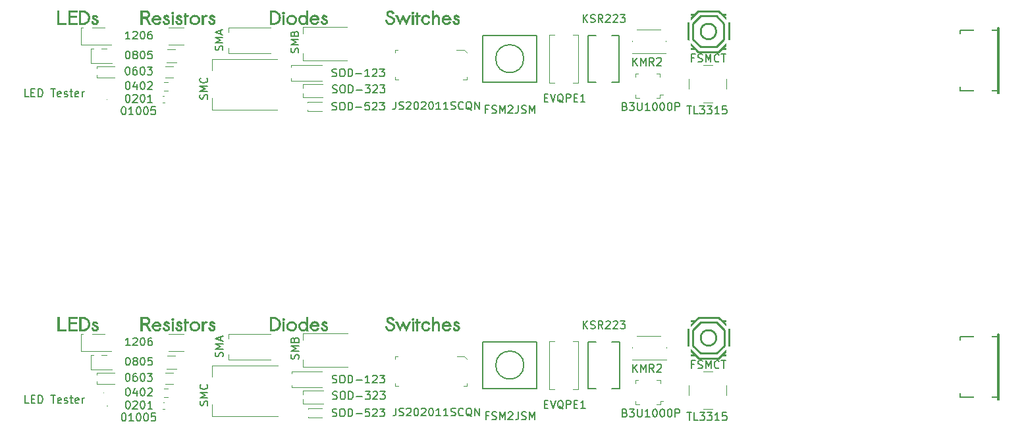
<source format=gbr>
G04 #@! TF.GenerationSoftware,KiCad,Pcbnew,5.1.8*
G04 #@! TF.CreationDate,2020-12-10T19:10:18+00:00*
G04 #@! TF.ProjectId,ruler,72756c65-722e-46b6-9963-61645f706362,rev?*
G04 #@! TF.SameCoordinates,Original*
G04 #@! TF.FileFunction,Legend,Top*
G04 #@! TF.FilePolarity,Positive*
%FSLAX45Y45*%
G04 Gerber Fmt 4.5, Leading zero omitted, Abs format (unit mm)*
G04 Created by KiCad (PCBNEW 5.1.8) date 2020-12-10 19:10:18*
%MOMM*%
%LPD*%
G01*
G04 APERTURE LIST*
%ADD10C,0.200000*%
%ADD11C,0.100000*%
%ADD12C,0.120000*%
%ADD13C,0.010000*%
%ADD14C,0.150000*%
%ADD15C,0.254000*%
%ADD16C,0.200660*%
%ADD17C,0.900000*%
G04 APERTURE END LIST*
D10*
X11218381Y-14433038D02*
X11227905Y-14433038D01*
X11237428Y-14437800D01*
X11242190Y-14442562D01*
X11246952Y-14452086D01*
X11251714Y-14471133D01*
X11251714Y-14494943D01*
X11246952Y-14513990D01*
X11242190Y-14523514D01*
X11237428Y-14528276D01*
X11227905Y-14533038D01*
X11218381Y-14533038D01*
X11208857Y-14528276D01*
X11204095Y-14523514D01*
X11199333Y-14513990D01*
X11194571Y-14494943D01*
X11194571Y-14471133D01*
X11199333Y-14452086D01*
X11204095Y-14442562D01*
X11208857Y-14437800D01*
X11218381Y-14433038D01*
X11308857Y-14475895D02*
X11299333Y-14471133D01*
X11294571Y-14466371D01*
X11289809Y-14456848D01*
X11289809Y-14452086D01*
X11294571Y-14442562D01*
X11299333Y-14437800D01*
X11308857Y-14433038D01*
X11327905Y-14433038D01*
X11337428Y-14437800D01*
X11342190Y-14442562D01*
X11346952Y-14452086D01*
X11346952Y-14456848D01*
X11342190Y-14466371D01*
X11337428Y-14471133D01*
X11327905Y-14475895D01*
X11308857Y-14475895D01*
X11299333Y-14480657D01*
X11294571Y-14485419D01*
X11289809Y-14494943D01*
X11289809Y-14513990D01*
X11294571Y-14523514D01*
X11299333Y-14528276D01*
X11308857Y-14533038D01*
X11327905Y-14533038D01*
X11337428Y-14528276D01*
X11342190Y-14523514D01*
X11346952Y-14513990D01*
X11346952Y-14494943D01*
X11342190Y-14485419D01*
X11337428Y-14480657D01*
X11327905Y-14475895D01*
X11408857Y-14433038D02*
X11418381Y-14433038D01*
X11427905Y-14437800D01*
X11432667Y-14442562D01*
X11437428Y-14452086D01*
X11442190Y-14471133D01*
X11442190Y-14494943D01*
X11437428Y-14513990D01*
X11432667Y-14523514D01*
X11427905Y-14528276D01*
X11418381Y-14533038D01*
X11408857Y-14533038D01*
X11399333Y-14528276D01*
X11394571Y-14523514D01*
X11389809Y-14513990D01*
X11385048Y-14494943D01*
X11385048Y-14471133D01*
X11389809Y-14452086D01*
X11394571Y-14442562D01*
X11399333Y-14437800D01*
X11408857Y-14433038D01*
X11532667Y-14433038D02*
X11485048Y-14433038D01*
X11480286Y-14480657D01*
X11485048Y-14475895D01*
X11494571Y-14471133D01*
X11518381Y-14471133D01*
X11527905Y-14475895D01*
X11532667Y-14480657D01*
X11537428Y-14490181D01*
X11537428Y-14513990D01*
X11532667Y-14523514D01*
X11527905Y-14528276D01*
X11518381Y-14533038D01*
X11494571Y-14533038D01*
X11485048Y-14528276D01*
X11480286Y-14523514D01*
X11215881Y-14638138D02*
X11225405Y-14638138D01*
X11234928Y-14642900D01*
X11239690Y-14647662D01*
X11244452Y-14657186D01*
X11249214Y-14676233D01*
X11249214Y-14700043D01*
X11244452Y-14719090D01*
X11239690Y-14728614D01*
X11234928Y-14733376D01*
X11225405Y-14738138D01*
X11215881Y-14738138D01*
X11206357Y-14733376D01*
X11201595Y-14728614D01*
X11196833Y-14719090D01*
X11192071Y-14700043D01*
X11192071Y-14676233D01*
X11196833Y-14657186D01*
X11201595Y-14647662D01*
X11206357Y-14642900D01*
X11215881Y-14638138D01*
X11334928Y-14638138D02*
X11315881Y-14638138D01*
X11306357Y-14642900D01*
X11301595Y-14647662D01*
X11292071Y-14661948D01*
X11287309Y-14680995D01*
X11287309Y-14719090D01*
X11292071Y-14728614D01*
X11296833Y-14733376D01*
X11306357Y-14738138D01*
X11325405Y-14738138D01*
X11334928Y-14733376D01*
X11339690Y-14728614D01*
X11344452Y-14719090D01*
X11344452Y-14695281D01*
X11339690Y-14685757D01*
X11334928Y-14680995D01*
X11325405Y-14676233D01*
X11306357Y-14676233D01*
X11296833Y-14680995D01*
X11292071Y-14685757D01*
X11287309Y-14695281D01*
X11406357Y-14638138D02*
X11415881Y-14638138D01*
X11425405Y-14642900D01*
X11430167Y-14647662D01*
X11434928Y-14657186D01*
X11439690Y-14676233D01*
X11439690Y-14700043D01*
X11434928Y-14719090D01*
X11430167Y-14728614D01*
X11425405Y-14733376D01*
X11415881Y-14738138D01*
X11406357Y-14738138D01*
X11396833Y-14733376D01*
X11392071Y-14728614D01*
X11387309Y-14719090D01*
X11382548Y-14700043D01*
X11382548Y-14676233D01*
X11387309Y-14657186D01*
X11392071Y-14647662D01*
X11396833Y-14642900D01*
X11406357Y-14638138D01*
X11473024Y-14638138D02*
X11534928Y-14638138D01*
X11501595Y-14676233D01*
X11515881Y-14676233D01*
X11525405Y-14680995D01*
X11530167Y-14685757D01*
X11534928Y-14695281D01*
X11534928Y-14719090D01*
X11530167Y-14728614D01*
X11525405Y-14733376D01*
X11515881Y-14738138D01*
X11487309Y-14738138D01*
X11477786Y-14733376D01*
X11473024Y-14728614D01*
X11218381Y-14827638D02*
X11227905Y-14827638D01*
X11237428Y-14832400D01*
X11242190Y-14837162D01*
X11246952Y-14846686D01*
X11251714Y-14865733D01*
X11251714Y-14889543D01*
X11246952Y-14908590D01*
X11242190Y-14918114D01*
X11237428Y-14922876D01*
X11227905Y-14927638D01*
X11218381Y-14927638D01*
X11208857Y-14922876D01*
X11204095Y-14918114D01*
X11199333Y-14908590D01*
X11194571Y-14889543D01*
X11194571Y-14865733D01*
X11199333Y-14846686D01*
X11204095Y-14837162D01*
X11208857Y-14832400D01*
X11218381Y-14827638D01*
X11337428Y-14860971D02*
X11337428Y-14927638D01*
X11313619Y-14822876D02*
X11289809Y-14894305D01*
X11351714Y-14894305D01*
X11408857Y-14827638D02*
X11418381Y-14827638D01*
X11427905Y-14832400D01*
X11432667Y-14837162D01*
X11437428Y-14846686D01*
X11442190Y-14865733D01*
X11442190Y-14889543D01*
X11437428Y-14908590D01*
X11432667Y-14918114D01*
X11427905Y-14922876D01*
X11418381Y-14927638D01*
X11408857Y-14927638D01*
X11399333Y-14922876D01*
X11394571Y-14918114D01*
X11389809Y-14908590D01*
X11385048Y-14889543D01*
X11385048Y-14865733D01*
X11389809Y-14846686D01*
X11394571Y-14837162D01*
X11399333Y-14832400D01*
X11408857Y-14827638D01*
X11480286Y-14837162D02*
X11485048Y-14832400D01*
X11494571Y-14827638D01*
X11518381Y-14827638D01*
X11527905Y-14832400D01*
X11532667Y-14837162D01*
X11537428Y-14846686D01*
X11537428Y-14856209D01*
X11532667Y-14870495D01*
X11475524Y-14927638D01*
X11537428Y-14927638D01*
X11218381Y-14992638D02*
X11227905Y-14992638D01*
X11237428Y-14997400D01*
X11242190Y-15002162D01*
X11246952Y-15011686D01*
X11251714Y-15030733D01*
X11251714Y-15054543D01*
X11246952Y-15073590D01*
X11242190Y-15083114D01*
X11237428Y-15087876D01*
X11227905Y-15092638D01*
X11218381Y-15092638D01*
X11208857Y-15087876D01*
X11204095Y-15083114D01*
X11199333Y-15073590D01*
X11194571Y-15054543D01*
X11194571Y-15030733D01*
X11199333Y-15011686D01*
X11204095Y-15002162D01*
X11208857Y-14997400D01*
X11218381Y-14992638D01*
X11289809Y-15002162D02*
X11294571Y-14997400D01*
X11304095Y-14992638D01*
X11327905Y-14992638D01*
X11337428Y-14997400D01*
X11342190Y-15002162D01*
X11346952Y-15011686D01*
X11346952Y-15021209D01*
X11342190Y-15035495D01*
X11285048Y-15092638D01*
X11346952Y-15092638D01*
X11408857Y-14992638D02*
X11418381Y-14992638D01*
X11427905Y-14997400D01*
X11432667Y-15002162D01*
X11437428Y-15011686D01*
X11442190Y-15030733D01*
X11442190Y-15054543D01*
X11437428Y-15073590D01*
X11432667Y-15083114D01*
X11427905Y-15087876D01*
X11418381Y-15092638D01*
X11408857Y-15092638D01*
X11399333Y-15087876D01*
X11394571Y-15083114D01*
X11389809Y-15073590D01*
X11385048Y-15054543D01*
X11385048Y-15030733D01*
X11389809Y-15011686D01*
X11394571Y-15002162D01*
X11399333Y-14997400D01*
X11408857Y-14992638D01*
X11537428Y-15092638D02*
X11480286Y-15092638D01*
X11508857Y-15092638D02*
X11508857Y-14992638D01*
X11499333Y-15006924D01*
X11489809Y-15016448D01*
X11480286Y-15021209D01*
X11165762Y-15150638D02*
X11175286Y-15150638D01*
X11184810Y-15155400D01*
X11189571Y-15160162D01*
X11194333Y-15169686D01*
X11199095Y-15188733D01*
X11199095Y-15212543D01*
X11194333Y-15231590D01*
X11189571Y-15241114D01*
X11184810Y-15245876D01*
X11175286Y-15250638D01*
X11165762Y-15250638D01*
X11156238Y-15245876D01*
X11151476Y-15241114D01*
X11146714Y-15231590D01*
X11141952Y-15212543D01*
X11141952Y-15188733D01*
X11146714Y-15169686D01*
X11151476Y-15160162D01*
X11156238Y-15155400D01*
X11165762Y-15150638D01*
X11294333Y-15250638D02*
X11237190Y-15250638D01*
X11265762Y-15250638D02*
X11265762Y-15150638D01*
X11256238Y-15164924D01*
X11246714Y-15174448D01*
X11237190Y-15179209D01*
X11356238Y-15150638D02*
X11365762Y-15150638D01*
X11375286Y-15155400D01*
X11380048Y-15160162D01*
X11384809Y-15169686D01*
X11389571Y-15188733D01*
X11389571Y-15212543D01*
X11384809Y-15231590D01*
X11380048Y-15241114D01*
X11375286Y-15245876D01*
X11365762Y-15250638D01*
X11356238Y-15250638D01*
X11346714Y-15245876D01*
X11341952Y-15241114D01*
X11337190Y-15231590D01*
X11332428Y-15212543D01*
X11332428Y-15188733D01*
X11337190Y-15169686D01*
X11341952Y-15160162D01*
X11346714Y-15155400D01*
X11356238Y-15150638D01*
X11451476Y-15150638D02*
X11461000Y-15150638D01*
X11470524Y-15155400D01*
X11475286Y-15160162D01*
X11480048Y-15169686D01*
X11484809Y-15188733D01*
X11484809Y-15212543D01*
X11480048Y-15231590D01*
X11475286Y-15241114D01*
X11470524Y-15245876D01*
X11461000Y-15250638D01*
X11451476Y-15250638D01*
X11441952Y-15245876D01*
X11437190Y-15241114D01*
X11432428Y-15231590D01*
X11427667Y-15212543D01*
X11427667Y-15188733D01*
X11432428Y-15169686D01*
X11437190Y-15160162D01*
X11441952Y-15155400D01*
X11451476Y-15150638D01*
X11575286Y-15150638D02*
X11527667Y-15150638D01*
X11522905Y-15198257D01*
X11527667Y-15193495D01*
X11537190Y-15188733D01*
X11561000Y-15188733D01*
X11570524Y-15193495D01*
X11575286Y-15198257D01*
X11580048Y-15207781D01*
X11580048Y-15231590D01*
X11575286Y-15241114D01*
X11570524Y-15245876D01*
X11561000Y-15250638D01*
X11537190Y-15250638D01*
X11527667Y-15245876D01*
X11522905Y-15241114D01*
X11251714Y-14279288D02*
X11194571Y-14279288D01*
X11223143Y-14279288D02*
X11223143Y-14179288D01*
X11213619Y-14193574D01*
X11204095Y-14203098D01*
X11194571Y-14207859D01*
X11289809Y-14188812D02*
X11294571Y-14184050D01*
X11304095Y-14179288D01*
X11327905Y-14179288D01*
X11337428Y-14184050D01*
X11342190Y-14188812D01*
X11346952Y-14198336D01*
X11346952Y-14207859D01*
X11342190Y-14222145D01*
X11285048Y-14279288D01*
X11346952Y-14279288D01*
X11408857Y-14179288D02*
X11418381Y-14179288D01*
X11427905Y-14184050D01*
X11432667Y-14188812D01*
X11437428Y-14198336D01*
X11442190Y-14217383D01*
X11442190Y-14241193D01*
X11437428Y-14260240D01*
X11432667Y-14269764D01*
X11427905Y-14274526D01*
X11418381Y-14279288D01*
X11408857Y-14279288D01*
X11399333Y-14274526D01*
X11394571Y-14269764D01*
X11389809Y-14260240D01*
X11385048Y-14241193D01*
X11385048Y-14217383D01*
X11389809Y-14198336D01*
X11394571Y-14188812D01*
X11399333Y-14184050D01*
X11408857Y-14179288D01*
X11527905Y-14179288D02*
X11508857Y-14179288D01*
X11499333Y-14184050D01*
X11494571Y-14188812D01*
X11485048Y-14203098D01*
X11480286Y-14222145D01*
X11480286Y-14260240D01*
X11485048Y-14269764D01*
X11489809Y-14274526D01*
X11499333Y-14279288D01*
X11518381Y-14279288D01*
X11527905Y-14274526D01*
X11532667Y-14269764D01*
X11537428Y-14260240D01*
X11537428Y-14236431D01*
X11532667Y-14226907D01*
X11527905Y-14222145D01*
X11518381Y-14217383D01*
X11499333Y-14217383D01*
X11489809Y-14222145D01*
X11485048Y-14226907D01*
X11480286Y-14236431D01*
X11164762Y-11205238D02*
X11174286Y-11205238D01*
X11183810Y-11210000D01*
X11188571Y-11214762D01*
X11193333Y-11224286D01*
X11198095Y-11243333D01*
X11198095Y-11267143D01*
X11193333Y-11286190D01*
X11188571Y-11295714D01*
X11183810Y-11300476D01*
X11174286Y-11305238D01*
X11164762Y-11305238D01*
X11155238Y-11300476D01*
X11150476Y-11295714D01*
X11145714Y-11286190D01*
X11140952Y-11267143D01*
X11140952Y-11243333D01*
X11145714Y-11224286D01*
X11150476Y-11214762D01*
X11155238Y-11210000D01*
X11164762Y-11205238D01*
X11293333Y-11305238D02*
X11236190Y-11305238D01*
X11264762Y-11305238D02*
X11264762Y-11205238D01*
X11255238Y-11219524D01*
X11245714Y-11229048D01*
X11236190Y-11233809D01*
X11355238Y-11205238D02*
X11364762Y-11205238D01*
X11374286Y-11210000D01*
X11379048Y-11214762D01*
X11383809Y-11224286D01*
X11388571Y-11243333D01*
X11388571Y-11267143D01*
X11383809Y-11286190D01*
X11379048Y-11295714D01*
X11374286Y-11300476D01*
X11364762Y-11305238D01*
X11355238Y-11305238D01*
X11345714Y-11300476D01*
X11340952Y-11295714D01*
X11336190Y-11286190D01*
X11331428Y-11267143D01*
X11331428Y-11243333D01*
X11336190Y-11224286D01*
X11340952Y-11214762D01*
X11345714Y-11210000D01*
X11355238Y-11205238D01*
X11450476Y-11205238D02*
X11460000Y-11205238D01*
X11469524Y-11210000D01*
X11474286Y-11214762D01*
X11479048Y-11224286D01*
X11483809Y-11243333D01*
X11483809Y-11267143D01*
X11479048Y-11286190D01*
X11474286Y-11295714D01*
X11469524Y-11300476D01*
X11460000Y-11305238D01*
X11450476Y-11305238D01*
X11440952Y-11300476D01*
X11436190Y-11295714D01*
X11431428Y-11286190D01*
X11426667Y-11267143D01*
X11426667Y-11243333D01*
X11431428Y-11224286D01*
X11436190Y-11214762D01*
X11440952Y-11210000D01*
X11450476Y-11205238D01*
X11574286Y-11205238D02*
X11526667Y-11205238D01*
X11521905Y-11252857D01*
X11526667Y-11248095D01*
X11536190Y-11243333D01*
X11560000Y-11243333D01*
X11569524Y-11248095D01*
X11574286Y-11252857D01*
X11579048Y-11262381D01*
X11579048Y-11286190D01*
X11574286Y-11295714D01*
X11569524Y-11300476D01*
X11560000Y-11305238D01*
X11536190Y-11305238D01*
X11526667Y-11300476D01*
X11521905Y-11295714D01*
X11217381Y-11047238D02*
X11226905Y-11047238D01*
X11236428Y-11052000D01*
X11241190Y-11056762D01*
X11245952Y-11066286D01*
X11250714Y-11085333D01*
X11250714Y-11109143D01*
X11245952Y-11128190D01*
X11241190Y-11137714D01*
X11236428Y-11142476D01*
X11226905Y-11147238D01*
X11217381Y-11147238D01*
X11207857Y-11142476D01*
X11203095Y-11137714D01*
X11198333Y-11128190D01*
X11193571Y-11109143D01*
X11193571Y-11085333D01*
X11198333Y-11066286D01*
X11203095Y-11056762D01*
X11207857Y-11052000D01*
X11217381Y-11047238D01*
X11288809Y-11056762D02*
X11293571Y-11052000D01*
X11303095Y-11047238D01*
X11326905Y-11047238D01*
X11336428Y-11052000D01*
X11341190Y-11056762D01*
X11345952Y-11066286D01*
X11345952Y-11075810D01*
X11341190Y-11090095D01*
X11284048Y-11147238D01*
X11345952Y-11147238D01*
X11407857Y-11047238D02*
X11417381Y-11047238D01*
X11426905Y-11052000D01*
X11431667Y-11056762D01*
X11436428Y-11066286D01*
X11441190Y-11085333D01*
X11441190Y-11109143D01*
X11436428Y-11128190D01*
X11431667Y-11137714D01*
X11426905Y-11142476D01*
X11417381Y-11147238D01*
X11407857Y-11147238D01*
X11398333Y-11142476D01*
X11393571Y-11137714D01*
X11388809Y-11128190D01*
X11384048Y-11109143D01*
X11384048Y-11085333D01*
X11388809Y-11066286D01*
X11393571Y-11056762D01*
X11398333Y-11052000D01*
X11407857Y-11047238D01*
X11536428Y-11147238D02*
X11479286Y-11147238D01*
X11507857Y-11147238D02*
X11507857Y-11047238D01*
X11498333Y-11061524D01*
X11488809Y-11071048D01*
X11479286Y-11075810D01*
X11217381Y-10882238D02*
X11226905Y-10882238D01*
X11236428Y-10887000D01*
X11241190Y-10891762D01*
X11245952Y-10901286D01*
X11250714Y-10920333D01*
X11250714Y-10944143D01*
X11245952Y-10963190D01*
X11241190Y-10972714D01*
X11236428Y-10977476D01*
X11226905Y-10982238D01*
X11217381Y-10982238D01*
X11207857Y-10977476D01*
X11203095Y-10972714D01*
X11198333Y-10963190D01*
X11193571Y-10944143D01*
X11193571Y-10920333D01*
X11198333Y-10901286D01*
X11203095Y-10891762D01*
X11207857Y-10887000D01*
X11217381Y-10882238D01*
X11336428Y-10915571D02*
X11336428Y-10982238D01*
X11312619Y-10877476D02*
X11288809Y-10948905D01*
X11350714Y-10948905D01*
X11407857Y-10882238D02*
X11417381Y-10882238D01*
X11426905Y-10887000D01*
X11431667Y-10891762D01*
X11436428Y-10901286D01*
X11441190Y-10920333D01*
X11441190Y-10944143D01*
X11436428Y-10963190D01*
X11431667Y-10972714D01*
X11426905Y-10977476D01*
X11417381Y-10982238D01*
X11407857Y-10982238D01*
X11398333Y-10977476D01*
X11393571Y-10972714D01*
X11388809Y-10963190D01*
X11384048Y-10944143D01*
X11384048Y-10920333D01*
X11388809Y-10901286D01*
X11393571Y-10891762D01*
X11398333Y-10887000D01*
X11407857Y-10882238D01*
X11479286Y-10891762D02*
X11484048Y-10887000D01*
X11493571Y-10882238D01*
X11517381Y-10882238D01*
X11526905Y-10887000D01*
X11531667Y-10891762D01*
X11536428Y-10901286D01*
X11536428Y-10910810D01*
X11531667Y-10925095D01*
X11474524Y-10982238D01*
X11536428Y-10982238D01*
X11214881Y-10692738D02*
X11224405Y-10692738D01*
X11233928Y-10697500D01*
X11238690Y-10702262D01*
X11243452Y-10711786D01*
X11248214Y-10730833D01*
X11248214Y-10754643D01*
X11243452Y-10773690D01*
X11238690Y-10783214D01*
X11233928Y-10787976D01*
X11224405Y-10792738D01*
X11214881Y-10792738D01*
X11205357Y-10787976D01*
X11200595Y-10783214D01*
X11195833Y-10773690D01*
X11191071Y-10754643D01*
X11191071Y-10730833D01*
X11195833Y-10711786D01*
X11200595Y-10702262D01*
X11205357Y-10697500D01*
X11214881Y-10692738D01*
X11333928Y-10692738D02*
X11314881Y-10692738D01*
X11305357Y-10697500D01*
X11300595Y-10702262D01*
X11291071Y-10716548D01*
X11286309Y-10735595D01*
X11286309Y-10773690D01*
X11291071Y-10783214D01*
X11295833Y-10787976D01*
X11305357Y-10792738D01*
X11324405Y-10792738D01*
X11333928Y-10787976D01*
X11338690Y-10783214D01*
X11343452Y-10773690D01*
X11343452Y-10749881D01*
X11338690Y-10740357D01*
X11333928Y-10735595D01*
X11324405Y-10730833D01*
X11305357Y-10730833D01*
X11295833Y-10735595D01*
X11291071Y-10740357D01*
X11286309Y-10749881D01*
X11405357Y-10692738D02*
X11414881Y-10692738D01*
X11424405Y-10697500D01*
X11429167Y-10702262D01*
X11433928Y-10711786D01*
X11438690Y-10730833D01*
X11438690Y-10754643D01*
X11433928Y-10773690D01*
X11429167Y-10783214D01*
X11424405Y-10787976D01*
X11414881Y-10792738D01*
X11405357Y-10792738D01*
X11395833Y-10787976D01*
X11391071Y-10783214D01*
X11386309Y-10773690D01*
X11381548Y-10754643D01*
X11381548Y-10730833D01*
X11386309Y-10711786D01*
X11391071Y-10702262D01*
X11395833Y-10697500D01*
X11405357Y-10692738D01*
X11472024Y-10692738D02*
X11533928Y-10692738D01*
X11500595Y-10730833D01*
X11514881Y-10730833D01*
X11524405Y-10735595D01*
X11529167Y-10740357D01*
X11533928Y-10749881D01*
X11533928Y-10773690D01*
X11529167Y-10783214D01*
X11524405Y-10787976D01*
X11514881Y-10792738D01*
X11486309Y-10792738D01*
X11476786Y-10787976D01*
X11472024Y-10783214D01*
X11217381Y-10487638D02*
X11226905Y-10487638D01*
X11236428Y-10492400D01*
X11241190Y-10497162D01*
X11245952Y-10506686D01*
X11250714Y-10525733D01*
X11250714Y-10549543D01*
X11245952Y-10568590D01*
X11241190Y-10578114D01*
X11236428Y-10582876D01*
X11226905Y-10587638D01*
X11217381Y-10587638D01*
X11207857Y-10582876D01*
X11203095Y-10578114D01*
X11198333Y-10568590D01*
X11193571Y-10549543D01*
X11193571Y-10525733D01*
X11198333Y-10506686D01*
X11203095Y-10497162D01*
X11207857Y-10492400D01*
X11217381Y-10487638D01*
X11307857Y-10530495D02*
X11298333Y-10525733D01*
X11293571Y-10520971D01*
X11288809Y-10511448D01*
X11288809Y-10506686D01*
X11293571Y-10497162D01*
X11298333Y-10492400D01*
X11307857Y-10487638D01*
X11326905Y-10487638D01*
X11336428Y-10492400D01*
X11341190Y-10497162D01*
X11345952Y-10506686D01*
X11345952Y-10511448D01*
X11341190Y-10520971D01*
X11336428Y-10525733D01*
X11326905Y-10530495D01*
X11307857Y-10530495D01*
X11298333Y-10535257D01*
X11293571Y-10540019D01*
X11288809Y-10549543D01*
X11288809Y-10568590D01*
X11293571Y-10578114D01*
X11298333Y-10582876D01*
X11307857Y-10587638D01*
X11326905Y-10587638D01*
X11336428Y-10582876D01*
X11341190Y-10578114D01*
X11345952Y-10568590D01*
X11345952Y-10549543D01*
X11341190Y-10540019D01*
X11336428Y-10535257D01*
X11326905Y-10530495D01*
X11407857Y-10487638D02*
X11417381Y-10487638D01*
X11426905Y-10492400D01*
X11431667Y-10497162D01*
X11436428Y-10506686D01*
X11441190Y-10525733D01*
X11441190Y-10549543D01*
X11436428Y-10568590D01*
X11431667Y-10578114D01*
X11426905Y-10582876D01*
X11417381Y-10587638D01*
X11407857Y-10587638D01*
X11398333Y-10582876D01*
X11393571Y-10578114D01*
X11388809Y-10568590D01*
X11384048Y-10549543D01*
X11384048Y-10525733D01*
X11388809Y-10506686D01*
X11393571Y-10497162D01*
X11398333Y-10492400D01*
X11407857Y-10487638D01*
X11531667Y-10487638D02*
X11484048Y-10487638D01*
X11479286Y-10535257D01*
X11484048Y-10530495D01*
X11493571Y-10525733D01*
X11517381Y-10525733D01*
X11526905Y-10530495D01*
X11531667Y-10535257D01*
X11536428Y-10544781D01*
X11536428Y-10568590D01*
X11531667Y-10578114D01*
X11526905Y-10582876D01*
X11517381Y-10587638D01*
X11493571Y-10587638D01*
X11484048Y-10582876D01*
X11479286Y-10578114D01*
X11250714Y-10333888D02*
X11193571Y-10333888D01*
X11222143Y-10333888D02*
X11222143Y-10233888D01*
X11212619Y-10248174D01*
X11203095Y-10257698D01*
X11193571Y-10262460D01*
X11288809Y-10243412D02*
X11293571Y-10238650D01*
X11303095Y-10233888D01*
X11326905Y-10233888D01*
X11336428Y-10238650D01*
X11341190Y-10243412D01*
X11345952Y-10252936D01*
X11345952Y-10262460D01*
X11341190Y-10276745D01*
X11284048Y-10333888D01*
X11345952Y-10333888D01*
X11407857Y-10233888D02*
X11417381Y-10233888D01*
X11426905Y-10238650D01*
X11431667Y-10243412D01*
X11436428Y-10252936D01*
X11441190Y-10271983D01*
X11441190Y-10295793D01*
X11436428Y-10314840D01*
X11431667Y-10324364D01*
X11426905Y-10329126D01*
X11417381Y-10333888D01*
X11407857Y-10333888D01*
X11398333Y-10329126D01*
X11393571Y-10324364D01*
X11388809Y-10314840D01*
X11384048Y-10295793D01*
X11384048Y-10271983D01*
X11388809Y-10252936D01*
X11393571Y-10243412D01*
X11398333Y-10238650D01*
X11407857Y-10233888D01*
X11526905Y-10233888D02*
X11507857Y-10233888D01*
X11498333Y-10238650D01*
X11493571Y-10243412D01*
X11484048Y-10257698D01*
X11479286Y-10276745D01*
X11479286Y-10314840D01*
X11484048Y-10324364D01*
X11488809Y-10329126D01*
X11498333Y-10333888D01*
X11517381Y-10333888D01*
X11526905Y-10329126D01*
X11531667Y-10324364D01*
X11536428Y-10314840D01*
X11536428Y-10291031D01*
X11531667Y-10281507D01*
X11526905Y-10276745D01*
X11517381Y-10271983D01*
X11498333Y-10271983D01*
X11488809Y-10276745D01*
X11484048Y-10281507D01*
X11479286Y-10291031D01*
D11*
X10910400Y-14890400D02*
G75*
G03*
X10910400Y-14890400I-5000J0D01*
G01*
D12*
X10820900Y-14776450D02*
X11049400Y-14776450D01*
X10820900Y-14629450D02*
X10820900Y-14776450D01*
X11049400Y-14629450D02*
X10820900Y-14629450D01*
X10750900Y-14591800D02*
X11019400Y-14591800D01*
X10750900Y-14399800D02*
X10750900Y-14591800D01*
X11019400Y-14399800D02*
X10750900Y-14399800D01*
X10620900Y-14355550D02*
X11009400Y-14355550D01*
X10620900Y-14128550D02*
X10620900Y-14355550D01*
X11009400Y-14128550D02*
X10620900Y-14128550D01*
X12308000Y-14539400D02*
X13148000Y-14539400D01*
X12308000Y-15189400D02*
X13148000Y-15189400D01*
X12308000Y-15189400D02*
X12308000Y-14539400D01*
D11*
X18918600Y-14854800D02*
X18918600Y-14914800D01*
X18918600Y-14854800D02*
X18918600Y-14794800D01*
X18678600Y-14614800D02*
X18618600Y-14614800D01*
X18678600Y-14614800D02*
X18738600Y-14614800D01*
X18438600Y-14854800D02*
X18438600Y-14914800D01*
X18438600Y-14854800D02*
X18438600Y-14794800D01*
X18678600Y-15094800D02*
X18618600Y-15094800D01*
X18678600Y-15094800D02*
X18738600Y-15094800D01*
D13*
G36*
X11801035Y-13929109D02*
G01*
X11805916Y-13932037D01*
X11805949Y-13932066D01*
X11809152Y-13936332D01*
X11810212Y-13941021D01*
X11809349Y-13945621D01*
X11806781Y-13949620D01*
X11802728Y-13952506D01*
X11797409Y-13953768D01*
X11796643Y-13953786D01*
X11792800Y-13953369D01*
X11789683Y-13951754D01*
X11787138Y-13949468D01*
X11783947Y-13945392D01*
X11782820Y-13941765D01*
X11783897Y-13936324D01*
X11786779Y-13932119D01*
X11790944Y-13929369D01*
X11795870Y-13928293D01*
X11801035Y-13929109D01*
G37*
X11801035Y-13929109D02*
X11805916Y-13932037D01*
X11805949Y-13932066D01*
X11809152Y-13936332D01*
X11810212Y-13941021D01*
X11809349Y-13945621D01*
X11806781Y-13949620D01*
X11802728Y-13952506D01*
X11797409Y-13953768D01*
X11796643Y-13953786D01*
X11792800Y-13953369D01*
X11789683Y-13951754D01*
X11787138Y-13949468D01*
X11783947Y-13945392D01*
X11782820Y-13941765D01*
X11783897Y-13936324D01*
X11786779Y-13932119D01*
X11790944Y-13929369D01*
X11795870Y-13928293D01*
X11801035Y-13929109D01*
G36*
X12224061Y-13966192D02*
G01*
X12227346Y-13968326D01*
X12231333Y-13971079D01*
X12235524Y-13974084D01*
X12239424Y-13976976D01*
X12242536Y-13979390D01*
X12244363Y-13980959D01*
X12244631Y-13981348D01*
X12243195Y-13981784D01*
X12239953Y-13982407D01*
X12235809Y-13983053D01*
X12224099Y-13985651D01*
X12214314Y-13989884D01*
X12206393Y-13995800D01*
X12200274Y-14003450D01*
X12195897Y-14012884D01*
X12194756Y-14016651D01*
X12194157Y-14019907D01*
X12193697Y-14024788D01*
X12193365Y-14031501D01*
X12193155Y-14040253D01*
X12193055Y-14051253D01*
X12193045Y-14056339D01*
X12193030Y-14089676D01*
X12174149Y-14089676D01*
X12173683Y-14034749D01*
X12173555Y-14021049D01*
X12173416Y-14009651D01*
X12173257Y-14000316D01*
X12173068Y-13992804D01*
X12172839Y-13986878D01*
X12172561Y-13982298D01*
X12172223Y-13978826D01*
X12171816Y-13976222D01*
X12171331Y-13974249D01*
X12171183Y-13973789D01*
X12169148Y-13967756D01*
X12190371Y-13967756D01*
X12191693Y-13972519D01*
X12192604Y-13976961D01*
X12193020Y-13981286D01*
X12193023Y-13981536D01*
X12193030Y-13985791D01*
X12200001Y-13979419D01*
X12204336Y-13975864D01*
X12209242Y-13972471D01*
X12214199Y-13969527D01*
X12218685Y-13967319D01*
X12222177Y-13966134D01*
X12224061Y-13966192D01*
G37*
X12224061Y-13966192D02*
X12227346Y-13968326D01*
X12231333Y-13971079D01*
X12235524Y-13974084D01*
X12239424Y-13976976D01*
X12242536Y-13979390D01*
X12244363Y-13980959D01*
X12244631Y-13981348D01*
X12243195Y-13981784D01*
X12239953Y-13982407D01*
X12235809Y-13983053D01*
X12224099Y-13985651D01*
X12214314Y-13989884D01*
X12206393Y-13995800D01*
X12200274Y-14003450D01*
X12195897Y-14012884D01*
X12194756Y-14016651D01*
X12194157Y-14019907D01*
X12193697Y-14024788D01*
X12193365Y-14031501D01*
X12193155Y-14040253D01*
X12193055Y-14051253D01*
X12193045Y-14056339D01*
X12193030Y-14089676D01*
X12174149Y-14089676D01*
X12173683Y-14034749D01*
X12173555Y-14021049D01*
X12173416Y-14009651D01*
X12173257Y-14000316D01*
X12173068Y-13992804D01*
X12172839Y-13986878D01*
X12172561Y-13982298D01*
X12172223Y-13978826D01*
X12171816Y-13976222D01*
X12171331Y-13974249D01*
X12171183Y-13973789D01*
X12169148Y-13967756D01*
X12190371Y-13967756D01*
X12191693Y-13972519D01*
X12192604Y-13976961D01*
X12193020Y-13981286D01*
X12193023Y-13981536D01*
X12193030Y-13985791D01*
X12200001Y-13979419D01*
X12204336Y-13975864D01*
X12209242Y-13972471D01*
X12214199Y-13969527D01*
X12218685Y-13967319D01*
X12222177Y-13966134D01*
X12224061Y-13966192D01*
G36*
X11968240Y-13967756D02*
G01*
X11985385Y-13967756D01*
X11991652Y-13967827D01*
X11996892Y-13968022D01*
X12000642Y-13968314D01*
X12002439Y-13968674D01*
X12002530Y-13968779D01*
X12002150Y-13970431D01*
X12001156Y-13973742D01*
X11999873Y-13977669D01*
X11997217Y-13985536D01*
X11968240Y-13985536D01*
X11968240Y-14089676D01*
X11949190Y-14089676D01*
X11949190Y-13985536D01*
X11939030Y-13985536D01*
X11939030Y-13967756D01*
X11949190Y-13967756D01*
X11949190Y-13941086D01*
X11968240Y-13941086D01*
X11968240Y-13967756D01*
G37*
X11968240Y-13967756D02*
X11985385Y-13967756D01*
X11991652Y-13967827D01*
X11996892Y-13968022D01*
X12000642Y-13968314D01*
X12002439Y-13968674D01*
X12002530Y-13968779D01*
X12002150Y-13970431D01*
X12001156Y-13973742D01*
X11999873Y-13977669D01*
X11997217Y-13985536D01*
X11968240Y-13985536D01*
X11968240Y-14089676D01*
X11949190Y-14089676D01*
X11949190Y-13985536D01*
X11939030Y-13985536D01*
X11939030Y-13967756D01*
X11949190Y-13967756D01*
X11949190Y-13941086D01*
X11968240Y-13941086D01*
X11968240Y-13967756D01*
G36*
X11805680Y-14089676D02*
G01*
X11786630Y-14089676D01*
X11786630Y-13967756D01*
X11805680Y-13967756D01*
X11805680Y-14089676D01*
G37*
X11805680Y-14089676D02*
X11786630Y-14089676D01*
X11786630Y-13967756D01*
X11805680Y-13967756D01*
X11805680Y-14089676D01*
G36*
X11426902Y-13910857D02*
G01*
X11467225Y-13911241D01*
X11474592Y-13914858D01*
X11483822Y-13920723D01*
X11491367Y-13928230D01*
X11497104Y-13937028D01*
X11500908Y-13946764D01*
X11502655Y-13957085D01*
X11502220Y-13967639D01*
X11499479Y-13978073D01*
X11498056Y-13981411D01*
X11494115Y-13987843D01*
X11488573Y-13994345D01*
X11482210Y-14000106D01*
X11476277Y-14004066D01*
X11469287Y-14007816D01*
X11492068Y-14048223D01*
X11497265Y-14057455D01*
X11502046Y-14065973D01*
X11506271Y-14073529D01*
X11509803Y-14079874D01*
X11512502Y-14084759D01*
X11514231Y-14087934D01*
X11514850Y-14089151D01*
X11514850Y-14089153D01*
X11513678Y-14089391D01*
X11510552Y-14089572D01*
X11506061Y-14089668D01*
X11504185Y-14089676D01*
X11493520Y-14089676D01*
X11449006Y-14010301D01*
X11405630Y-14009606D01*
X11405630Y-14089676D01*
X11386580Y-14089676D01*
X11386580Y-13928386D01*
X11405630Y-13928386D01*
X11405630Y-13990616D01*
X11431835Y-13990616D01*
X11441814Y-13990537D01*
X11450260Y-13990310D01*
X11456892Y-13989949D01*
X11461427Y-13989465D01*
X11462960Y-13989142D01*
X11468994Y-13986233D01*
X11474705Y-13981532D01*
X11479302Y-13975743D01*
X11480591Y-13973408D01*
X11482975Y-13965827D01*
X11483324Y-13957732D01*
X11481776Y-13949735D01*
X11478466Y-13942448D01*
X11473530Y-13936482D01*
X11472120Y-13935316D01*
X11468985Y-13933114D01*
X11465826Y-13931428D01*
X11462253Y-13930190D01*
X11457873Y-13929335D01*
X11452293Y-13928796D01*
X11445122Y-13928504D01*
X11435966Y-13928394D01*
X11431505Y-13928386D01*
X11405630Y-13928386D01*
X11386580Y-13928386D01*
X11386580Y-13910474D01*
X11426902Y-13910857D01*
G37*
X11426902Y-13910857D02*
X11467225Y-13911241D01*
X11474592Y-13914858D01*
X11483822Y-13920723D01*
X11491367Y-13928230D01*
X11497104Y-13937028D01*
X11500908Y-13946764D01*
X11502655Y-13957085D01*
X11502220Y-13967639D01*
X11499479Y-13978073D01*
X11498056Y-13981411D01*
X11494115Y-13987843D01*
X11488573Y-13994345D01*
X11482210Y-14000106D01*
X11476277Y-14004066D01*
X11469287Y-14007816D01*
X11492068Y-14048223D01*
X11497265Y-14057455D01*
X11502046Y-14065973D01*
X11506271Y-14073529D01*
X11509803Y-14079874D01*
X11512502Y-14084759D01*
X11514231Y-14087934D01*
X11514850Y-14089151D01*
X11514850Y-14089153D01*
X11513678Y-14089391D01*
X11510552Y-14089572D01*
X11506061Y-14089668D01*
X11504185Y-14089676D01*
X11493520Y-14089676D01*
X11449006Y-14010301D01*
X11405630Y-14009606D01*
X11405630Y-14089676D01*
X11386580Y-14089676D01*
X11386580Y-13928386D01*
X11405630Y-13928386D01*
X11405630Y-13990616D01*
X11431835Y-13990616D01*
X11441814Y-13990537D01*
X11450260Y-13990310D01*
X11456892Y-13989949D01*
X11461427Y-13989465D01*
X11462960Y-13989142D01*
X11468994Y-13986233D01*
X11474705Y-13981532D01*
X11479302Y-13975743D01*
X11480591Y-13973408D01*
X11482975Y-13965827D01*
X11483324Y-13957732D01*
X11481776Y-13949735D01*
X11478466Y-13942448D01*
X11473530Y-13936482D01*
X11472120Y-13935316D01*
X11468985Y-13933114D01*
X11465826Y-13931428D01*
X11462253Y-13930190D01*
X11457873Y-13929335D01*
X11452293Y-13928796D01*
X11445122Y-13928504D01*
X11435966Y-13928394D01*
X11431505Y-13928386D01*
X11405630Y-13928386D01*
X11386580Y-13928386D01*
X11386580Y-13910474D01*
X11426902Y-13910857D01*
G36*
X12307639Y-13966308D02*
G01*
X12314095Y-13967691D01*
X12315191Y-13968113D01*
X12322074Y-13972213D01*
X12328443Y-13978178D01*
X12333673Y-13985335D01*
X12336501Y-13991148D01*
X12336975Y-13992866D01*
X12336489Y-13994075D01*
X12334582Y-13995174D01*
X12330796Y-13996560D01*
X12329876Y-13996872D01*
X12325642Y-13998234D01*
X12322315Y-13999181D01*
X12320736Y-13999493D01*
X12319465Y-13998420D01*
X12317869Y-13995741D01*
X12317289Y-13994465D01*
X12313806Y-13989198D01*
X12308657Y-13985772D01*
X12302052Y-13984315D01*
X12300565Y-13984271D01*
X12296277Y-13984577D01*
X12293254Y-13985812D01*
X12290722Y-13987978D01*
X12287754Y-13992501D01*
X12287019Y-13997523D01*
X12288587Y-14002407D01*
X12289065Y-14003145D01*
X12290976Y-14004776D01*
X12294815Y-14007193D01*
X12300185Y-14010168D01*
X12306685Y-14013472D01*
X12309258Y-14014714D01*
X12319136Y-14019667D01*
X12326856Y-14024154D01*
X12332705Y-14028400D01*
X12336970Y-14032631D01*
X12339936Y-14037071D01*
X12341173Y-14039826D01*
X12343402Y-14048892D01*
X12343293Y-14057763D01*
X12341046Y-14066164D01*
X12336863Y-14073822D01*
X12330943Y-14080464D01*
X12323489Y-14085816D01*
X12314699Y-14089605D01*
X12304775Y-14091557D01*
X12303131Y-14091678D01*
X12293903Y-14091491D01*
X12287712Y-14090193D01*
X12278516Y-14085975D01*
X12270775Y-14079771D01*
X12264661Y-14071790D01*
X12260346Y-14062239D01*
X12258567Y-14055167D01*
X12258207Y-14052649D01*
X12258523Y-14051003D01*
X12259949Y-14049960D01*
X12262920Y-14049251D01*
X12267872Y-14048606D01*
X12269474Y-14048423D01*
X12276704Y-14047601D01*
X12277584Y-14052446D01*
X12280095Y-14060354D01*
X12284303Y-14066599D01*
X12289945Y-14070987D01*
X12296758Y-14073326D01*
X12304480Y-14073422D01*
X12305839Y-14073206D01*
X12312747Y-14070909D01*
X12318396Y-14066997D01*
X12322446Y-14061871D01*
X12324557Y-14055930D01*
X12324656Y-14051117D01*
X12323842Y-14047690D01*
X12322126Y-14044587D01*
X12319226Y-14041577D01*
X12314857Y-14038429D01*
X12308737Y-14034913D01*
X12300581Y-14030798D01*
X12298440Y-14029767D01*
X12288899Y-14025004D01*
X12281514Y-14020766D01*
X12276029Y-14016776D01*
X12272189Y-14012758D01*
X12269740Y-14008434D01*
X12268426Y-14003529D01*
X12267992Y-13997764D01*
X12267988Y-13996699D01*
X12268993Y-13987876D01*
X12272008Y-13980546D01*
X12277134Y-13974556D01*
X12284471Y-13969752D01*
X12286375Y-13968847D01*
X12292740Y-13966913D01*
X12300174Y-13966057D01*
X12307639Y-13966308D01*
G37*
X12307639Y-13966308D02*
X12314095Y-13967691D01*
X12315191Y-13968113D01*
X12322074Y-13972213D01*
X12328443Y-13978178D01*
X12333673Y-13985335D01*
X12336501Y-13991148D01*
X12336975Y-13992866D01*
X12336489Y-13994075D01*
X12334582Y-13995174D01*
X12330796Y-13996560D01*
X12329876Y-13996872D01*
X12325642Y-13998234D01*
X12322315Y-13999181D01*
X12320736Y-13999493D01*
X12319465Y-13998420D01*
X12317869Y-13995741D01*
X12317289Y-13994465D01*
X12313806Y-13989198D01*
X12308657Y-13985772D01*
X12302052Y-13984315D01*
X12300565Y-13984271D01*
X12296277Y-13984577D01*
X12293254Y-13985812D01*
X12290722Y-13987978D01*
X12287754Y-13992501D01*
X12287019Y-13997523D01*
X12288587Y-14002407D01*
X12289065Y-14003145D01*
X12290976Y-14004776D01*
X12294815Y-14007193D01*
X12300185Y-14010168D01*
X12306685Y-14013472D01*
X12309258Y-14014714D01*
X12319136Y-14019667D01*
X12326856Y-14024154D01*
X12332705Y-14028400D01*
X12336970Y-14032631D01*
X12339936Y-14037071D01*
X12341173Y-14039826D01*
X12343402Y-14048892D01*
X12343293Y-14057763D01*
X12341046Y-14066164D01*
X12336863Y-14073822D01*
X12330943Y-14080464D01*
X12323489Y-14085816D01*
X12314699Y-14089605D01*
X12304775Y-14091557D01*
X12303131Y-14091678D01*
X12293903Y-14091491D01*
X12287712Y-14090193D01*
X12278516Y-14085975D01*
X12270775Y-14079771D01*
X12264661Y-14071790D01*
X12260346Y-14062239D01*
X12258567Y-14055167D01*
X12258207Y-14052649D01*
X12258523Y-14051003D01*
X12259949Y-14049960D01*
X12262920Y-14049251D01*
X12267872Y-14048606D01*
X12269474Y-14048423D01*
X12276704Y-14047601D01*
X12277584Y-14052446D01*
X12280095Y-14060354D01*
X12284303Y-14066599D01*
X12289945Y-14070987D01*
X12296758Y-14073326D01*
X12304480Y-14073422D01*
X12305839Y-14073206D01*
X12312747Y-14070909D01*
X12318396Y-14066997D01*
X12322446Y-14061871D01*
X12324557Y-14055930D01*
X12324656Y-14051117D01*
X12323842Y-14047690D01*
X12322126Y-14044587D01*
X12319226Y-14041577D01*
X12314857Y-14038429D01*
X12308737Y-14034913D01*
X12300581Y-14030798D01*
X12298440Y-14029767D01*
X12288899Y-14025004D01*
X12281514Y-14020766D01*
X12276029Y-14016776D01*
X12272189Y-14012758D01*
X12269740Y-14008434D01*
X12268426Y-14003529D01*
X12267992Y-13997764D01*
X12267988Y-13996699D01*
X12268993Y-13987876D01*
X12272008Y-13980546D01*
X12277134Y-13974556D01*
X12284471Y-13969752D01*
X12286375Y-13968847D01*
X12292740Y-13966913D01*
X12300174Y-13966057D01*
X12307639Y-13966308D01*
G36*
X12088197Y-13966767D02*
G01*
X12097455Y-13968257D01*
X12101733Y-13969504D01*
X12113178Y-13974765D01*
X12123155Y-13981809D01*
X12131492Y-13990366D01*
X12138017Y-14000165D01*
X12142558Y-14010938D01*
X12144941Y-14022413D01*
X12144997Y-14034320D01*
X12144688Y-14036911D01*
X12141770Y-14049054D01*
X12136758Y-14059983D01*
X12129865Y-14069538D01*
X12121309Y-14077559D01*
X12111304Y-14083888D01*
X12100066Y-14088365D01*
X12087809Y-14090831D01*
X12074751Y-14091125D01*
X12071745Y-14090878D01*
X12059602Y-14088429D01*
X12048365Y-14083774D01*
X12038293Y-14077156D01*
X12029643Y-14068817D01*
X12022673Y-14058996D01*
X12017640Y-14047937D01*
X12015097Y-14037852D01*
X12014719Y-14031428D01*
X12033981Y-14031428D01*
X12035605Y-14040552D01*
X12039128Y-14049220D01*
X12044477Y-14057110D01*
X12051579Y-14063903D01*
X12060362Y-14069277D01*
X12064835Y-14071143D01*
X12071302Y-14072598D01*
X12079122Y-14073024D01*
X12087352Y-14072475D01*
X12095047Y-14071004D01*
X12100320Y-14069136D01*
X12109526Y-14063637D01*
X12116868Y-14056540D01*
X12121999Y-14048815D01*
X12124059Y-14044839D01*
X12125342Y-14041609D01*
X12126029Y-14038280D01*
X12126304Y-14034010D01*
X12126349Y-14028716D01*
X12126261Y-14022714D01*
X12125906Y-14018452D01*
X12125139Y-14015133D01*
X12123811Y-14011961D01*
X12122955Y-14010301D01*
X12116886Y-14001382D01*
X12109362Y-13994264D01*
X12100725Y-13989010D01*
X12091319Y-13985681D01*
X12081484Y-13984339D01*
X12071564Y-13985045D01*
X12061900Y-13987860D01*
X12052835Y-13992847D01*
X12047938Y-13996803D01*
X12041235Y-14004537D01*
X12036723Y-14013099D01*
X12034329Y-14022170D01*
X12033981Y-14031428D01*
X12014719Y-14031428D01*
X12014413Y-14026228D01*
X12016073Y-14014815D01*
X12019882Y-14003916D01*
X12025647Y-13993832D01*
X12033172Y-13984865D01*
X12042262Y-13977319D01*
X12052724Y-13971496D01*
X12059405Y-13969007D01*
X12068207Y-13967131D01*
X12078126Y-13966388D01*
X12088197Y-13966767D01*
G37*
X12088197Y-13966767D02*
X12097455Y-13968257D01*
X12101733Y-13969504D01*
X12113178Y-13974765D01*
X12123155Y-13981809D01*
X12131492Y-13990366D01*
X12138017Y-14000165D01*
X12142558Y-14010938D01*
X12144941Y-14022413D01*
X12144997Y-14034320D01*
X12144688Y-14036911D01*
X12141770Y-14049054D01*
X12136758Y-14059983D01*
X12129865Y-14069538D01*
X12121309Y-14077559D01*
X12111304Y-14083888D01*
X12100066Y-14088365D01*
X12087809Y-14090831D01*
X12074751Y-14091125D01*
X12071745Y-14090878D01*
X12059602Y-14088429D01*
X12048365Y-14083774D01*
X12038293Y-14077156D01*
X12029643Y-14068817D01*
X12022673Y-14058996D01*
X12017640Y-14047937D01*
X12015097Y-14037852D01*
X12014719Y-14031428D01*
X12033981Y-14031428D01*
X12035605Y-14040552D01*
X12039128Y-14049220D01*
X12044477Y-14057110D01*
X12051579Y-14063903D01*
X12060362Y-14069277D01*
X12064835Y-14071143D01*
X12071302Y-14072598D01*
X12079122Y-14073024D01*
X12087352Y-14072475D01*
X12095047Y-14071004D01*
X12100320Y-14069136D01*
X12109526Y-14063637D01*
X12116868Y-14056540D01*
X12121999Y-14048815D01*
X12124059Y-14044839D01*
X12125342Y-14041609D01*
X12126029Y-14038280D01*
X12126304Y-14034010D01*
X12126349Y-14028716D01*
X12126261Y-14022714D01*
X12125906Y-14018452D01*
X12125139Y-14015133D01*
X12123811Y-14011961D01*
X12122955Y-14010301D01*
X12116886Y-14001382D01*
X12109362Y-13994264D01*
X12100725Y-13989010D01*
X12091319Y-13985681D01*
X12081484Y-13984339D01*
X12071564Y-13985045D01*
X12061900Y-13987860D01*
X12052835Y-13992847D01*
X12047938Y-13996803D01*
X12041235Y-14004537D01*
X12036723Y-14013099D01*
X12034329Y-14022170D01*
X12033981Y-14031428D01*
X12014719Y-14031428D01*
X12014413Y-14026228D01*
X12016073Y-14014815D01*
X12019882Y-14003916D01*
X12025647Y-13993832D01*
X12033172Y-13984865D01*
X12042262Y-13977319D01*
X12052724Y-13971496D01*
X12059405Y-13969007D01*
X12068207Y-13967131D01*
X12078126Y-13966388D01*
X12088197Y-13966767D01*
G36*
X11883019Y-13966217D02*
G01*
X11891611Y-13968456D01*
X11899373Y-13972631D01*
X11905392Y-13978168D01*
X11907930Y-13981611D01*
X11910318Y-13985558D01*
X11912227Y-13989357D01*
X11913331Y-13992358D01*
X11913319Y-13993890D01*
X11911801Y-13994695D01*
X11908584Y-13996044D01*
X11904409Y-13997627D01*
X11896288Y-14000575D01*
X11894748Y-13996318D01*
X11892789Y-13992772D01*
X11889779Y-13989120D01*
X11888770Y-13988163D01*
X11883751Y-13985168D01*
X11878159Y-13984062D01*
X11872650Y-13984777D01*
X11867882Y-13987246D01*
X11864945Y-13990603D01*
X11863186Y-13995080D01*
X11863499Y-13999245D01*
X11865983Y-14003219D01*
X11870736Y-14007125D01*
X11877857Y-14011087D01*
X11883421Y-14013590D01*
X11894682Y-14018812D01*
X11903581Y-14024007D01*
X11910295Y-14029296D01*
X11914997Y-14034798D01*
X11915510Y-14035600D01*
X11917420Y-14038954D01*
X11918566Y-14041912D01*
X11919140Y-14045328D01*
X11919332Y-14050054D01*
X11919345Y-14052745D01*
X11918665Y-14061881D01*
X11916479Y-14069362D01*
X11912566Y-14075725D01*
X11907926Y-14080473D01*
X11899992Y-14085898D01*
X11890807Y-14089712D01*
X11881064Y-14091742D01*
X11871451Y-14091814D01*
X11866303Y-14090915D01*
X11857050Y-14087316D01*
X11849110Y-14081612D01*
X11842704Y-14073992D01*
X11839461Y-14068086D01*
X11837438Y-14062991D01*
X11835970Y-14058023D01*
X11835182Y-14053785D01*
X11835199Y-14050879D01*
X11835706Y-14049987D01*
X11837446Y-14049540D01*
X11840950Y-14048986D01*
X11845367Y-14048456D01*
X11853940Y-14047564D01*
X11853940Y-14050881D01*
X11855066Y-14056967D01*
X11858107Y-14063025D01*
X11862556Y-14068260D01*
X11867070Y-14071472D01*
X11871283Y-14072756D01*
X11876820Y-14073280D01*
X11882574Y-14073023D01*
X11887437Y-14071960D01*
X11887595Y-14071901D01*
X11893425Y-14068569D01*
X11897638Y-14063906D01*
X11900145Y-14058401D01*
X11900858Y-14052540D01*
X11899686Y-14046810D01*
X11896540Y-14041699D01*
X11893608Y-14039088D01*
X11891005Y-14037546D01*
X11886711Y-14035330D01*
X11881369Y-14032762D01*
X11876777Y-14030672D01*
X11866731Y-14025962D01*
X11858900Y-14021624D01*
X11853040Y-14017397D01*
X11848906Y-14013022D01*
X11846254Y-14008239D01*
X11844838Y-14002789D01*
X11844415Y-13996412D01*
X11844415Y-13996331D01*
X11845400Y-13987686D01*
X11848430Y-13980474D01*
X11853618Y-13974478D01*
X11857207Y-13971769D01*
X11865322Y-13967807D01*
X11874091Y-13965979D01*
X11883019Y-13966217D01*
G37*
X11883019Y-13966217D02*
X11891611Y-13968456D01*
X11899373Y-13972631D01*
X11905392Y-13978168D01*
X11907930Y-13981611D01*
X11910318Y-13985558D01*
X11912227Y-13989357D01*
X11913331Y-13992358D01*
X11913319Y-13993890D01*
X11911801Y-13994695D01*
X11908584Y-13996044D01*
X11904409Y-13997627D01*
X11896288Y-14000575D01*
X11894748Y-13996318D01*
X11892789Y-13992772D01*
X11889779Y-13989120D01*
X11888770Y-13988163D01*
X11883751Y-13985168D01*
X11878159Y-13984062D01*
X11872650Y-13984777D01*
X11867882Y-13987246D01*
X11864945Y-13990603D01*
X11863186Y-13995080D01*
X11863499Y-13999245D01*
X11865983Y-14003219D01*
X11870736Y-14007125D01*
X11877857Y-14011087D01*
X11883421Y-14013590D01*
X11894682Y-14018812D01*
X11903581Y-14024007D01*
X11910295Y-14029296D01*
X11914997Y-14034798D01*
X11915510Y-14035600D01*
X11917420Y-14038954D01*
X11918566Y-14041912D01*
X11919140Y-14045328D01*
X11919332Y-14050054D01*
X11919345Y-14052745D01*
X11918665Y-14061881D01*
X11916479Y-14069362D01*
X11912566Y-14075725D01*
X11907926Y-14080473D01*
X11899992Y-14085898D01*
X11890807Y-14089712D01*
X11881064Y-14091742D01*
X11871451Y-14091814D01*
X11866303Y-14090915D01*
X11857050Y-14087316D01*
X11849110Y-14081612D01*
X11842704Y-14073992D01*
X11839461Y-14068086D01*
X11837438Y-14062991D01*
X11835970Y-14058023D01*
X11835182Y-14053785D01*
X11835199Y-14050879D01*
X11835706Y-14049987D01*
X11837446Y-14049540D01*
X11840950Y-14048986D01*
X11845367Y-14048456D01*
X11853940Y-14047564D01*
X11853940Y-14050881D01*
X11855066Y-14056967D01*
X11858107Y-14063025D01*
X11862556Y-14068260D01*
X11867070Y-14071472D01*
X11871283Y-14072756D01*
X11876820Y-14073280D01*
X11882574Y-14073023D01*
X11887437Y-14071960D01*
X11887595Y-14071901D01*
X11893425Y-14068569D01*
X11897638Y-14063906D01*
X11900145Y-14058401D01*
X11900858Y-14052540D01*
X11899686Y-14046810D01*
X11896540Y-14041699D01*
X11893608Y-14039088D01*
X11891005Y-14037546D01*
X11886711Y-14035330D01*
X11881369Y-14032762D01*
X11876777Y-14030672D01*
X11866731Y-14025962D01*
X11858900Y-14021624D01*
X11853040Y-14017397D01*
X11848906Y-14013022D01*
X11846254Y-14008239D01*
X11844838Y-14002789D01*
X11844415Y-13996412D01*
X11844415Y-13996331D01*
X11845400Y-13987686D01*
X11848430Y-13980474D01*
X11853618Y-13974478D01*
X11857207Y-13971769D01*
X11865322Y-13967807D01*
X11874091Y-13965979D01*
X11883019Y-13966217D01*
G36*
X11720521Y-13966199D02*
G01*
X11727187Y-13967338D01*
X11729826Y-13968262D01*
X11736740Y-13972444D01*
X11743129Y-13978434D01*
X11748315Y-13985507D01*
X11750919Y-13990854D01*
X11751491Y-13992714D01*
X11751154Y-13993971D01*
X11749453Y-13995044D01*
X11745932Y-13996354D01*
X11744406Y-13996872D01*
X11740172Y-13998234D01*
X11736845Y-13999181D01*
X11735266Y-13999493D01*
X11733995Y-13998420D01*
X11732399Y-13995741D01*
X11731819Y-13994465D01*
X11728336Y-13989198D01*
X11723187Y-13985772D01*
X11716582Y-13984315D01*
X11715095Y-13984271D01*
X11709178Y-13985270D01*
X11704777Y-13988110D01*
X11702163Y-13992540D01*
X11701540Y-13996776D01*
X11701867Y-14000270D01*
X11703226Y-14002882D01*
X11706187Y-14005691D01*
X11706274Y-14005764D01*
X11709257Y-14008052D01*
X11711484Y-14009457D01*
X11712085Y-14009666D01*
X11713585Y-14010184D01*
X11716894Y-14011596D01*
X11721535Y-14013691D01*
X11727031Y-14016259D01*
X11727457Y-14016461D01*
X11737443Y-14021639D01*
X11745145Y-14026704D01*
X11750788Y-14031927D01*
X11754599Y-14037579D01*
X11756802Y-14043932D01*
X11757625Y-14051257D01*
X11757644Y-14052724D01*
X11756639Y-14062216D01*
X11753515Y-14070494D01*
X11748108Y-14077964D01*
X11747031Y-14079101D01*
X11739646Y-14084923D01*
X11730838Y-14089071D01*
X11721211Y-14091402D01*
X11711367Y-14091775D01*
X11701909Y-14090048D01*
X11701286Y-14089848D01*
X11692182Y-14085562D01*
X11684623Y-14079263D01*
X11680124Y-14073437D01*
X11678005Y-14069507D01*
X11676020Y-14064756D01*
X11674362Y-14059821D01*
X11673220Y-14055337D01*
X11672787Y-14051938D01*
X11673172Y-14050322D01*
X11674905Y-14049711D01*
X11678395Y-14049062D01*
X11682586Y-14048548D01*
X11690938Y-14047741D01*
X11692437Y-14054237D01*
X11695238Y-14062060D01*
X11699555Y-14067848D01*
X11705387Y-14071597D01*
X11712731Y-14073305D01*
X11715537Y-14073420D01*
X11723515Y-14072403D01*
X11730125Y-14069443D01*
X11735135Y-14064674D01*
X11737345Y-14060842D01*
X11739150Y-14055016D01*
X11739012Y-14049802D01*
X11736811Y-14045031D01*
X11732431Y-14040534D01*
X11725752Y-14036141D01*
X11717116Y-14031886D01*
X11708573Y-14028005D01*
X11702010Y-14024777D01*
X11697028Y-14021969D01*
X11693230Y-14019343D01*
X11690216Y-14016664D01*
X11688808Y-14015150D01*
X11685331Y-14010592D01*
X11683308Y-14006105D01*
X11682411Y-14000737D01*
X11682277Y-13996151D01*
X11683328Y-13987693D01*
X11686493Y-13980497D01*
X11691866Y-13974423D01*
X11699538Y-13969329D01*
X11700270Y-13968952D01*
X11706039Y-13967030D01*
X11713131Y-13966104D01*
X11720521Y-13966199D01*
G37*
X11720521Y-13966199D02*
X11727187Y-13967338D01*
X11729826Y-13968262D01*
X11736740Y-13972444D01*
X11743129Y-13978434D01*
X11748315Y-13985507D01*
X11750919Y-13990854D01*
X11751491Y-13992714D01*
X11751154Y-13993971D01*
X11749453Y-13995044D01*
X11745932Y-13996354D01*
X11744406Y-13996872D01*
X11740172Y-13998234D01*
X11736845Y-13999181D01*
X11735266Y-13999493D01*
X11733995Y-13998420D01*
X11732399Y-13995741D01*
X11731819Y-13994465D01*
X11728336Y-13989198D01*
X11723187Y-13985772D01*
X11716582Y-13984315D01*
X11715095Y-13984271D01*
X11709178Y-13985270D01*
X11704777Y-13988110D01*
X11702163Y-13992540D01*
X11701540Y-13996776D01*
X11701867Y-14000270D01*
X11703226Y-14002882D01*
X11706187Y-14005691D01*
X11706274Y-14005764D01*
X11709257Y-14008052D01*
X11711484Y-14009457D01*
X11712085Y-14009666D01*
X11713585Y-14010184D01*
X11716894Y-14011596D01*
X11721535Y-14013691D01*
X11727031Y-14016259D01*
X11727457Y-14016461D01*
X11737443Y-14021639D01*
X11745145Y-14026704D01*
X11750788Y-14031927D01*
X11754599Y-14037579D01*
X11756802Y-14043932D01*
X11757625Y-14051257D01*
X11757644Y-14052724D01*
X11756639Y-14062216D01*
X11753515Y-14070494D01*
X11748108Y-14077964D01*
X11747031Y-14079101D01*
X11739646Y-14084923D01*
X11730838Y-14089071D01*
X11721211Y-14091402D01*
X11711367Y-14091775D01*
X11701909Y-14090048D01*
X11701286Y-14089848D01*
X11692182Y-14085562D01*
X11684623Y-14079263D01*
X11680124Y-14073437D01*
X11678005Y-14069507D01*
X11676020Y-14064756D01*
X11674362Y-14059821D01*
X11673220Y-14055337D01*
X11672787Y-14051938D01*
X11673172Y-14050322D01*
X11674905Y-14049711D01*
X11678395Y-14049062D01*
X11682586Y-14048548D01*
X11690938Y-14047741D01*
X11692437Y-14054237D01*
X11695238Y-14062060D01*
X11699555Y-14067848D01*
X11705387Y-14071597D01*
X11712731Y-14073305D01*
X11715537Y-14073420D01*
X11723515Y-14072403D01*
X11730125Y-14069443D01*
X11735135Y-14064674D01*
X11737345Y-14060842D01*
X11739150Y-14055016D01*
X11739012Y-14049802D01*
X11736811Y-14045031D01*
X11732431Y-14040534D01*
X11725752Y-14036141D01*
X11717116Y-14031886D01*
X11708573Y-14028005D01*
X11702010Y-14024777D01*
X11697028Y-14021969D01*
X11693230Y-14019343D01*
X11690216Y-14016664D01*
X11688808Y-14015150D01*
X11685331Y-14010592D01*
X11683308Y-14006105D01*
X11682411Y-14000737D01*
X11682277Y-13996151D01*
X11683328Y-13987693D01*
X11686493Y-13980497D01*
X11691866Y-13974423D01*
X11699538Y-13969329D01*
X11700270Y-13968952D01*
X11706039Y-13967030D01*
X11713131Y-13966104D01*
X11720521Y-13966199D01*
G36*
X11595697Y-13967155D02*
G01*
X11600395Y-13967338D01*
X11603924Y-13967791D01*
X11606969Y-13968638D01*
X11610217Y-13969998D01*
X11613082Y-13971373D01*
X11622768Y-13977455D01*
X11631288Y-13985458D01*
X11638365Y-13994944D01*
X11643723Y-14005472D01*
X11647086Y-14016606D01*
X11648181Y-14027129D01*
X11648200Y-14032526D01*
X11548810Y-14032526D01*
X11549441Y-14038126D01*
X11551509Y-14046184D01*
X11555637Y-14054111D01*
X11561387Y-14061305D01*
X11568324Y-14067166D01*
X11572159Y-14069437D01*
X11580450Y-14072304D01*
X11589393Y-14073024D01*
X11598510Y-14071729D01*
X11607326Y-14068548D01*
X11615364Y-14063611D01*
X11622148Y-14057049D01*
X11623396Y-14055439D01*
X11627881Y-14049330D01*
X11636137Y-14053714D01*
X11644394Y-14058098D01*
X11640673Y-14063506D01*
X11633610Y-14072006D01*
X11625130Y-14079320D01*
X11615772Y-14085096D01*
X11606073Y-14088981D01*
X11599663Y-14090350D01*
X11594039Y-14091057D01*
X11590068Y-14091419D01*
X11586889Y-14091460D01*
X11583641Y-14091203D01*
X11580890Y-14090862D01*
X11569468Y-14088112D01*
X11558929Y-14083115D01*
X11549590Y-14076104D01*
X11541770Y-14067307D01*
X11536675Y-14058845D01*
X11533530Y-14051681D01*
X11531528Y-14044927D01*
X11530461Y-14037627D01*
X11530122Y-14028825D01*
X11530121Y-14028532D01*
X11531270Y-14015802D01*
X11531575Y-14014746D01*
X11550614Y-14014746D01*
X11588612Y-14014746D01*
X11599931Y-14014723D01*
X11608927Y-14014649D01*
X11615814Y-14014515D01*
X11620809Y-14014311D01*
X11624127Y-14014028D01*
X11625984Y-14013658D01*
X11626596Y-14013192D01*
X11626598Y-14013159D01*
X11625821Y-14010540D01*
X11623819Y-14006716D01*
X11621045Y-14002385D01*
X11617954Y-13998249D01*
X11614999Y-13995007D01*
X11614609Y-13994652D01*
X11608302Y-13989768D01*
X11602296Y-13986759D01*
X11595670Y-13985274D01*
X11589145Y-13984948D01*
X11583393Y-13985098D01*
X11579173Y-13985683D01*
X11575486Y-13986905D01*
X11572498Y-13988348D01*
X11566610Y-13992289D01*
X11560880Y-13997602D01*
X11556026Y-14003517D01*
X11552768Y-14009270D01*
X11552663Y-14009529D01*
X11550614Y-14014746D01*
X11531575Y-14014746D01*
X11534695Y-14003944D01*
X11540253Y-13993191D01*
X11547802Y-13983774D01*
X11557197Y-13975925D01*
X11565650Y-13971071D01*
X11569331Y-13969382D01*
X11572428Y-13968258D01*
X11575621Y-13967584D01*
X11579592Y-13967247D01*
X11585023Y-13967132D01*
X11589145Y-13967121D01*
X11595697Y-13967155D01*
G37*
X11595697Y-13967155D02*
X11600395Y-13967338D01*
X11603924Y-13967791D01*
X11606969Y-13968638D01*
X11610217Y-13969998D01*
X11613082Y-13971373D01*
X11622768Y-13977455D01*
X11631288Y-13985458D01*
X11638365Y-13994944D01*
X11643723Y-14005472D01*
X11647086Y-14016606D01*
X11648181Y-14027129D01*
X11648200Y-14032526D01*
X11548810Y-14032526D01*
X11549441Y-14038126D01*
X11551509Y-14046184D01*
X11555637Y-14054111D01*
X11561387Y-14061305D01*
X11568324Y-14067166D01*
X11572159Y-14069437D01*
X11580450Y-14072304D01*
X11589393Y-14073024D01*
X11598510Y-14071729D01*
X11607326Y-14068548D01*
X11615364Y-14063611D01*
X11622148Y-14057049D01*
X11623396Y-14055439D01*
X11627881Y-14049330D01*
X11636137Y-14053714D01*
X11644394Y-14058098D01*
X11640673Y-14063506D01*
X11633610Y-14072006D01*
X11625130Y-14079320D01*
X11615772Y-14085096D01*
X11606073Y-14088981D01*
X11599663Y-14090350D01*
X11594039Y-14091057D01*
X11590068Y-14091419D01*
X11586889Y-14091460D01*
X11583641Y-14091203D01*
X11580890Y-14090862D01*
X11569468Y-14088112D01*
X11558929Y-14083115D01*
X11549590Y-14076104D01*
X11541770Y-14067307D01*
X11536675Y-14058845D01*
X11533530Y-14051681D01*
X11531528Y-14044927D01*
X11530461Y-14037627D01*
X11530122Y-14028825D01*
X11530121Y-14028532D01*
X11531270Y-14015802D01*
X11531575Y-14014746D01*
X11550614Y-14014746D01*
X11588612Y-14014746D01*
X11599931Y-14014723D01*
X11608927Y-14014649D01*
X11615814Y-14014515D01*
X11620809Y-14014311D01*
X11624127Y-14014028D01*
X11625984Y-14013658D01*
X11626596Y-14013192D01*
X11626598Y-14013159D01*
X11625821Y-14010540D01*
X11623819Y-14006716D01*
X11621045Y-14002385D01*
X11617954Y-13998249D01*
X11614999Y-13995007D01*
X11614609Y-13994652D01*
X11608302Y-13989768D01*
X11602296Y-13986759D01*
X11595670Y-13985274D01*
X11589145Y-13984948D01*
X11583393Y-13985098D01*
X11579173Y-13985683D01*
X11575486Y-13986905D01*
X11572498Y-13988348D01*
X11566610Y-13992289D01*
X11560880Y-13997602D01*
X11556026Y-14003517D01*
X11552768Y-14009270D01*
X11552663Y-14009529D01*
X11550614Y-14014746D01*
X11531575Y-14014746D01*
X11534695Y-14003944D01*
X11540253Y-13993191D01*
X11547802Y-13983774D01*
X11557197Y-13975925D01*
X11565650Y-13971071D01*
X11569331Y-13969382D01*
X11572428Y-13968258D01*
X11575621Y-13967584D01*
X11579592Y-13967247D01*
X11585023Y-13967132D01*
X11589145Y-13967121D01*
X11595697Y-13967155D01*
G36*
X13337340Y-13967050D02*
G01*
X13344565Y-13968590D01*
X13355939Y-13973248D01*
X13365989Y-13979752D01*
X13374548Y-13987818D01*
X13381445Y-13997158D01*
X13386511Y-14007485D01*
X13389575Y-14018514D01*
X13390469Y-14029957D01*
X13389021Y-14041528D01*
X13388655Y-14043015D01*
X13384391Y-14054578D01*
X13378103Y-14064888D01*
X13370067Y-14073769D01*
X13360561Y-14081043D01*
X13349861Y-14086532D01*
X13338244Y-14090061D01*
X13325986Y-14091451D01*
X13314208Y-14090663D01*
X13302858Y-14087746D01*
X13291898Y-14082764D01*
X13281993Y-14076084D01*
X13274329Y-14068690D01*
X13271506Y-14064882D01*
X13268301Y-14059790D01*
X13265365Y-14054451D01*
X13265105Y-14053931D01*
X13263130Y-14049850D01*
X13261808Y-14046624D01*
X13261008Y-14043561D01*
X13260601Y-14039969D01*
X13260457Y-14035156D01*
X13260444Y-14029166D01*
X13260487Y-14025389D01*
X13279123Y-14025389D01*
X13279555Y-14036213D01*
X13282277Y-14046002D01*
X13287213Y-14054632D01*
X13294281Y-14061979D01*
X13303403Y-14067919D01*
X13307533Y-14069841D01*
X13311525Y-14071373D01*
X13315101Y-14072272D01*
X13319131Y-14072660D01*
X13324485Y-14072659D01*
X13327100Y-14072579D01*
X13333397Y-14072243D01*
X13338022Y-14071630D01*
X13341841Y-14070561D01*
X13345721Y-14068858D01*
X13346150Y-14068643D01*
X13354485Y-14063300D01*
X13361710Y-14056436D01*
X13367136Y-14048714D01*
X13367437Y-14048148D01*
X13370099Y-14040795D01*
X13371398Y-14032200D01*
X13371290Y-14023287D01*
X13369736Y-14014983D01*
X13369018Y-14012846D01*
X13364493Y-14004308D01*
X13357987Y-13996909D01*
X13349913Y-13990945D01*
X13340688Y-13986715D01*
X13330726Y-13984517D01*
X13329383Y-13984395D01*
X13318560Y-13984696D01*
X13308516Y-13987136D01*
X13299516Y-13991499D01*
X13291825Y-13997569D01*
X13285706Y-14005131D01*
X13281426Y-14013968D01*
X13279250Y-14023864D01*
X13279123Y-14025389D01*
X13260487Y-14025389D01*
X13260524Y-14022146D01*
X13260806Y-14016973D01*
X13261381Y-14012955D01*
X13262338Y-14009401D01*
X13263428Y-14006461D01*
X13268932Y-13996017D01*
X13276520Y-13986561D01*
X13285814Y-13978458D01*
X13296436Y-13972073D01*
X13301268Y-13969966D01*
X13309059Y-13967796D01*
X13318289Y-13966567D01*
X13328027Y-13966309D01*
X13337340Y-13967050D01*
G37*
X13337340Y-13967050D02*
X13344565Y-13968590D01*
X13355939Y-13973248D01*
X13365989Y-13979752D01*
X13374548Y-13987818D01*
X13381445Y-13997158D01*
X13386511Y-14007485D01*
X13389575Y-14018514D01*
X13390469Y-14029957D01*
X13389021Y-14041528D01*
X13388655Y-14043015D01*
X13384391Y-14054578D01*
X13378103Y-14064888D01*
X13370067Y-14073769D01*
X13360561Y-14081043D01*
X13349861Y-14086532D01*
X13338244Y-14090061D01*
X13325986Y-14091451D01*
X13314208Y-14090663D01*
X13302858Y-14087746D01*
X13291898Y-14082764D01*
X13281993Y-14076084D01*
X13274329Y-14068690D01*
X13271506Y-14064882D01*
X13268301Y-14059790D01*
X13265365Y-14054451D01*
X13265105Y-14053931D01*
X13263130Y-14049850D01*
X13261808Y-14046624D01*
X13261008Y-14043561D01*
X13260601Y-14039969D01*
X13260457Y-14035156D01*
X13260444Y-14029166D01*
X13260487Y-14025389D01*
X13279123Y-14025389D01*
X13279555Y-14036213D01*
X13282277Y-14046002D01*
X13287213Y-14054632D01*
X13294281Y-14061979D01*
X13303403Y-14067919D01*
X13307533Y-14069841D01*
X13311525Y-14071373D01*
X13315101Y-14072272D01*
X13319131Y-14072660D01*
X13324485Y-14072659D01*
X13327100Y-14072579D01*
X13333397Y-14072243D01*
X13338022Y-14071630D01*
X13341841Y-14070561D01*
X13345721Y-14068858D01*
X13346150Y-14068643D01*
X13354485Y-14063300D01*
X13361710Y-14056436D01*
X13367136Y-14048714D01*
X13367437Y-14048148D01*
X13370099Y-14040795D01*
X13371398Y-14032200D01*
X13371290Y-14023287D01*
X13369736Y-14014983D01*
X13369018Y-14012846D01*
X13364493Y-14004308D01*
X13357987Y-13996909D01*
X13349913Y-13990945D01*
X13340688Y-13986715D01*
X13330726Y-13984517D01*
X13329383Y-13984395D01*
X13318560Y-13984696D01*
X13308516Y-13987136D01*
X13299516Y-13991499D01*
X13291825Y-13997569D01*
X13285706Y-14005131D01*
X13281426Y-14013968D01*
X13279250Y-14023864D01*
X13279123Y-14025389D01*
X13260487Y-14025389D01*
X13260524Y-14022146D01*
X13260806Y-14016973D01*
X13261381Y-14012955D01*
X13262338Y-14009401D01*
X13263428Y-14006461D01*
X13268932Y-13996017D01*
X13276520Y-13986561D01*
X13285814Y-13978458D01*
X13296436Y-13972073D01*
X13301268Y-13969966D01*
X13309059Y-13967796D01*
X13318289Y-13966567D01*
X13328027Y-13966309D01*
X13337340Y-13967050D01*
G36*
X13533133Y-13993855D02*
G01*
X13533226Y-14010760D01*
X13533321Y-14025314D01*
X13533425Y-14037708D01*
X13533542Y-14048131D01*
X13533678Y-14056773D01*
X13533838Y-14063823D01*
X13534027Y-14069472D01*
X13534251Y-14073908D01*
X13534514Y-14077323D01*
X13534823Y-14079905D01*
X13535181Y-14081844D01*
X13535596Y-14083330D01*
X13535616Y-14083390D01*
X13537671Y-14089423D01*
X13516449Y-14089423D01*
X13515127Y-14084660D01*
X13514216Y-14080225D01*
X13513800Y-14075915D01*
X13513797Y-14075662D01*
X13513790Y-14071427D01*
X13507757Y-14076749D01*
X13498991Y-14083148D01*
X13489265Y-14087945D01*
X13480160Y-14090581D01*
X13475932Y-14091300D01*
X13472665Y-14091741D01*
X13471329Y-14091814D01*
X13469388Y-14091535D01*
X13465863Y-14090977D01*
X13463144Y-14090531D01*
X13452709Y-14087559D01*
X13442876Y-14082395D01*
X13433992Y-14075374D01*
X13426402Y-14066829D01*
X13420452Y-14057096D01*
X13416487Y-14046510D01*
X13416108Y-14044973D01*
X13415175Y-14038689D01*
X13414877Y-14032556D01*
X13432880Y-14032556D01*
X13434629Y-14042001D01*
X13438261Y-14050867D01*
X13443721Y-14058795D01*
X13450954Y-14065427D01*
X13456949Y-14069057D01*
X13465993Y-14072336D01*
X13474982Y-14073081D01*
X13484001Y-14071292D01*
X13489432Y-14069016D01*
X13497720Y-14063514D01*
X13504418Y-14056273D01*
X13509350Y-14047666D01*
X13512339Y-14038066D01*
X13513209Y-14027844D01*
X13512460Y-14020512D01*
X13510110Y-14011624D01*
X13506314Y-14004070D01*
X13500586Y-13996903D01*
X13500006Y-13996293D01*
X13494381Y-13990975D01*
X13489205Y-13987514D01*
X13483667Y-13985557D01*
X13476957Y-13984756D01*
X13473150Y-13984678D01*
X13465021Y-13985165D01*
X13458459Y-13986855D01*
X13452642Y-13990096D01*
X13446745Y-13995233D01*
X13445814Y-13996177D01*
X13439482Y-14004343D01*
X13435252Y-14013367D01*
X13433069Y-14022892D01*
X13432880Y-14032556D01*
X13414877Y-14032556D01*
X13414805Y-14031090D01*
X13414980Y-14023151D01*
X13415682Y-14015847D01*
X13416756Y-14010596D01*
X13421395Y-13999008D01*
X13428029Y-13988648D01*
X13436394Y-13979830D01*
X13446226Y-13972870D01*
X13449925Y-13970951D01*
X13454050Y-13969088D01*
X13457466Y-13967897D01*
X13460973Y-13967229D01*
X13465371Y-13966936D01*
X13471460Y-13966868D01*
X13471900Y-13966868D01*
X13478083Y-13966923D01*
X13482511Y-13967188D01*
X13485965Y-13967811D01*
X13489230Y-13968939D01*
X13493087Y-13970722D01*
X13493607Y-13970976D01*
X13498905Y-13973930D01*
X13504257Y-13977466D01*
X13507874Y-13980292D01*
X13513790Y-13985499D01*
X13513790Y-13910353D01*
X13532706Y-13910353D01*
X13533133Y-13993855D01*
G37*
X13533133Y-13993855D02*
X13533226Y-14010760D01*
X13533321Y-14025314D01*
X13533425Y-14037708D01*
X13533542Y-14048131D01*
X13533678Y-14056773D01*
X13533838Y-14063823D01*
X13534027Y-14069472D01*
X13534251Y-14073908D01*
X13534514Y-14077323D01*
X13534823Y-14079905D01*
X13535181Y-14081844D01*
X13535596Y-14083330D01*
X13535616Y-14083390D01*
X13537671Y-14089423D01*
X13516449Y-14089423D01*
X13515127Y-14084660D01*
X13514216Y-14080225D01*
X13513800Y-14075915D01*
X13513797Y-14075662D01*
X13513790Y-14071427D01*
X13507757Y-14076749D01*
X13498991Y-14083148D01*
X13489265Y-14087945D01*
X13480160Y-14090581D01*
X13475932Y-14091300D01*
X13472665Y-14091741D01*
X13471329Y-14091814D01*
X13469388Y-14091535D01*
X13465863Y-14090977D01*
X13463144Y-14090531D01*
X13452709Y-14087559D01*
X13442876Y-14082395D01*
X13433992Y-14075374D01*
X13426402Y-14066829D01*
X13420452Y-14057096D01*
X13416487Y-14046510D01*
X13416108Y-14044973D01*
X13415175Y-14038689D01*
X13414877Y-14032556D01*
X13432880Y-14032556D01*
X13434629Y-14042001D01*
X13438261Y-14050867D01*
X13443721Y-14058795D01*
X13450954Y-14065427D01*
X13456949Y-14069057D01*
X13465993Y-14072336D01*
X13474982Y-14073081D01*
X13484001Y-14071292D01*
X13489432Y-14069016D01*
X13497720Y-14063514D01*
X13504418Y-14056273D01*
X13509350Y-14047666D01*
X13512339Y-14038066D01*
X13513209Y-14027844D01*
X13512460Y-14020512D01*
X13510110Y-14011624D01*
X13506314Y-14004070D01*
X13500586Y-13996903D01*
X13500006Y-13996293D01*
X13494381Y-13990975D01*
X13489205Y-13987514D01*
X13483667Y-13985557D01*
X13476957Y-13984756D01*
X13473150Y-13984678D01*
X13465021Y-13985165D01*
X13458459Y-13986855D01*
X13452642Y-13990096D01*
X13446745Y-13995233D01*
X13445814Y-13996177D01*
X13439482Y-14004343D01*
X13435252Y-14013367D01*
X13433069Y-14022892D01*
X13432880Y-14032556D01*
X13414877Y-14032556D01*
X13414805Y-14031090D01*
X13414980Y-14023151D01*
X13415682Y-14015847D01*
X13416756Y-14010596D01*
X13421395Y-13999008D01*
X13428029Y-13988648D01*
X13436394Y-13979830D01*
X13446226Y-13972870D01*
X13449925Y-13970951D01*
X13454050Y-13969088D01*
X13457466Y-13967897D01*
X13460973Y-13967229D01*
X13465371Y-13966936D01*
X13471460Y-13966868D01*
X13471900Y-13966868D01*
X13478083Y-13966923D01*
X13482511Y-13967188D01*
X13485965Y-13967811D01*
X13489230Y-13968939D01*
X13493087Y-13970722D01*
X13493607Y-13970976D01*
X13498905Y-13973930D01*
X13504257Y-13977466D01*
X13507874Y-13980292D01*
X13513790Y-13985499D01*
X13513790Y-13910353D01*
X13532706Y-13910353D01*
X13533133Y-13993855D01*
G36*
X13626421Y-13966360D02*
G01*
X13635867Y-13967949D01*
X13636463Y-13968118D01*
X13647442Y-13972584D01*
X13657140Y-13979104D01*
X13665372Y-13987443D01*
X13671954Y-13997362D01*
X13676702Y-14008627D01*
X13679430Y-14020999D01*
X13679719Y-14023605D01*
X13680522Y-14032243D01*
X13630493Y-14032575D01*
X13580465Y-14032908D01*
X13580913Y-14036701D01*
X13583186Y-14045689D01*
X13587621Y-14054214D01*
X13593840Y-14061731D01*
X13601467Y-14067693D01*
X13602874Y-14068511D01*
X13606615Y-14070420D01*
X13609916Y-14071553D01*
X13613692Y-14072105D01*
X13618861Y-14072273D01*
X13620470Y-14072278D01*
X13626537Y-14072128D01*
X13631065Y-14071557D01*
X13635042Y-14070383D01*
X13638250Y-14069000D01*
X13647022Y-14063567D01*
X13654659Y-14056197D01*
X13656967Y-14053228D01*
X13659699Y-14049418D01*
X13667999Y-14053671D01*
X13676299Y-14057924D01*
X13672606Y-14063292D01*
X13664415Y-14073013D01*
X13654606Y-14080858D01*
X13643432Y-14086669D01*
X13631150Y-14090283D01*
X13629136Y-14090641D01*
X13624439Y-14091370D01*
X13621076Y-14091702D01*
X13618024Y-14091631D01*
X13614256Y-14091149D01*
X13610364Y-14090517D01*
X13599587Y-14087482D01*
X13589538Y-14082224D01*
X13580555Y-14075032D01*
X13572978Y-14066192D01*
X13567147Y-14055994D01*
X13565805Y-14052755D01*
X13562487Y-14040720D01*
X13561483Y-14028584D01*
X13562672Y-14016656D01*
X13563291Y-14014493D01*
X13582433Y-14014493D01*
X13658741Y-14014493D01*
X13657860Y-14011635D01*
X13655298Y-14005576D01*
X13651257Y-13999776D01*
X13647250Y-13995432D01*
X13639633Y-13989460D01*
X13631232Y-13985745D01*
X13622402Y-13984279D01*
X13613500Y-13985050D01*
X13604883Y-13988047D01*
X13596908Y-13993259D01*
X13592939Y-13997051D01*
X13588998Y-14001585D01*
X13586340Y-14005436D01*
X13584324Y-14009582D01*
X13583672Y-14011232D01*
X13582433Y-14014493D01*
X13563291Y-14014493D01*
X13565935Y-14005245D01*
X13571152Y-13994661D01*
X13578203Y-13985213D01*
X13586967Y-13977210D01*
X13597326Y-13970961D01*
X13597585Y-13970839D01*
X13606332Y-13967871D01*
X13616260Y-13966356D01*
X13626421Y-13966360D01*
G37*
X13626421Y-13966360D02*
X13635867Y-13967949D01*
X13636463Y-13968118D01*
X13647442Y-13972584D01*
X13657140Y-13979104D01*
X13665372Y-13987443D01*
X13671954Y-13997362D01*
X13676702Y-14008627D01*
X13679430Y-14020999D01*
X13679719Y-14023605D01*
X13680522Y-14032243D01*
X13630493Y-14032575D01*
X13580465Y-14032908D01*
X13580913Y-14036701D01*
X13583186Y-14045689D01*
X13587621Y-14054214D01*
X13593840Y-14061731D01*
X13601467Y-14067693D01*
X13602874Y-14068511D01*
X13606615Y-14070420D01*
X13609916Y-14071553D01*
X13613692Y-14072105D01*
X13618861Y-14072273D01*
X13620470Y-14072278D01*
X13626537Y-14072128D01*
X13631065Y-14071557D01*
X13635042Y-14070383D01*
X13638250Y-14069000D01*
X13647022Y-14063567D01*
X13654659Y-14056197D01*
X13656967Y-14053228D01*
X13659699Y-14049418D01*
X13667999Y-14053671D01*
X13676299Y-14057924D01*
X13672606Y-14063292D01*
X13664415Y-14073013D01*
X13654606Y-14080858D01*
X13643432Y-14086669D01*
X13631150Y-14090283D01*
X13629136Y-14090641D01*
X13624439Y-14091370D01*
X13621076Y-14091702D01*
X13618024Y-14091631D01*
X13614256Y-14091149D01*
X13610364Y-14090517D01*
X13599587Y-14087482D01*
X13589538Y-14082224D01*
X13580555Y-14075032D01*
X13572978Y-14066192D01*
X13567147Y-14055994D01*
X13565805Y-14052755D01*
X13562487Y-14040720D01*
X13561483Y-14028584D01*
X13562672Y-14016656D01*
X13563291Y-14014493D01*
X13582433Y-14014493D01*
X13658741Y-14014493D01*
X13657860Y-14011635D01*
X13655298Y-14005576D01*
X13651257Y-13999776D01*
X13647250Y-13995432D01*
X13639633Y-13989460D01*
X13631232Y-13985745D01*
X13622402Y-13984279D01*
X13613500Y-13985050D01*
X13604883Y-13988047D01*
X13596908Y-13993259D01*
X13592939Y-13997051D01*
X13588998Y-14001585D01*
X13586340Y-14005436D01*
X13584324Y-14009582D01*
X13583672Y-14011232D01*
X13582433Y-14014493D01*
X13563291Y-14014493D01*
X13565935Y-14005245D01*
X13571152Y-13994661D01*
X13578203Y-13985213D01*
X13586967Y-13977210D01*
X13597326Y-13970961D01*
X13597585Y-13970839D01*
X13606332Y-13967871D01*
X13616260Y-13966356D01*
X13626421Y-13966360D01*
G36*
X13757915Y-13967254D02*
G01*
X13765921Y-13970746D01*
X13772432Y-13975514D01*
X13775633Y-13978961D01*
X13778631Y-13983126D01*
X13781049Y-13987353D01*
X13782510Y-13990983D01*
X13782657Y-13993313D01*
X13781265Y-13994390D01*
X13778242Y-13995828D01*
X13774407Y-13997318D01*
X13770580Y-13998549D01*
X13767580Y-13999212D01*
X13766970Y-13999253D01*
X13765751Y-13998197D01*
X13764144Y-13995542D01*
X13763526Y-13994237D01*
X13759890Y-13988914D01*
X13754643Y-13985453D01*
X13748084Y-13984037D01*
X13747023Y-13984013D01*
X13741365Y-13984974D01*
X13736982Y-13987549D01*
X13734116Y-13991272D01*
X13733009Y-13995680D01*
X13733905Y-14000309D01*
X13736497Y-14004147D01*
X13739145Y-14006187D01*
X13743475Y-14008756D01*
X13748802Y-14011470D01*
X13752539Y-14013156D01*
X13763671Y-14018304D01*
X13772691Y-14023322D01*
X13779413Y-14028106D01*
X13780340Y-14028913D01*
X13784654Y-14034369D01*
X13787639Y-14041395D01*
X13789196Y-14049336D01*
X13789224Y-14057539D01*
X13787625Y-14065351D01*
X13786392Y-14068468D01*
X13781576Y-14075919D01*
X13774893Y-14082169D01*
X13766809Y-14087022D01*
X13757788Y-14090281D01*
X13748298Y-14091749D01*
X13738804Y-14091229D01*
X13734707Y-14090308D01*
X13725836Y-14086528D01*
X13718106Y-14080702D01*
X13711820Y-14073185D01*
X13707280Y-14064329D01*
X13704946Y-14055565D01*
X13704582Y-14052745D01*
X13704866Y-14050915D01*
X13706236Y-14049778D01*
X13709129Y-14049038D01*
X13713983Y-14048397D01*
X13715821Y-14048188D01*
X13722907Y-14047384D01*
X13724488Y-14054448D01*
X13727232Y-14062112D01*
X13731572Y-14067808D01*
X13737463Y-14071500D01*
X13744863Y-14073154D01*
X13747694Y-14073246D01*
X13754975Y-14072240D01*
X13761107Y-14069603D01*
X13765919Y-14065698D01*
X13769238Y-14060887D01*
X13770894Y-14055531D01*
X13770715Y-14049992D01*
X13768531Y-14044631D01*
X13764170Y-14039811D01*
X13763696Y-14039440D01*
X13760719Y-14037555D01*
X13756092Y-14035068D01*
X13750511Y-14032339D01*
X13746099Y-14030342D01*
X13736217Y-14025745D01*
X13728534Y-14021449D01*
X13722770Y-14017211D01*
X13718641Y-14012788D01*
X13715867Y-14007936D01*
X13714262Y-14002858D01*
X13713675Y-13998018D01*
X13713794Y-13993077D01*
X13713901Y-13992318D01*
X13716412Y-13984147D01*
X13720774Y-13977336D01*
X13726632Y-13971988D01*
X13733631Y-13968203D01*
X13741415Y-13966084D01*
X13749628Y-13965734D01*
X13757915Y-13967254D01*
G37*
X13757915Y-13967254D02*
X13765921Y-13970746D01*
X13772432Y-13975514D01*
X13775633Y-13978961D01*
X13778631Y-13983126D01*
X13781049Y-13987353D01*
X13782510Y-13990983D01*
X13782657Y-13993313D01*
X13781265Y-13994390D01*
X13778242Y-13995828D01*
X13774407Y-13997318D01*
X13770580Y-13998549D01*
X13767580Y-13999212D01*
X13766970Y-13999253D01*
X13765751Y-13998197D01*
X13764144Y-13995542D01*
X13763526Y-13994237D01*
X13759890Y-13988914D01*
X13754643Y-13985453D01*
X13748084Y-13984037D01*
X13747023Y-13984013D01*
X13741365Y-13984974D01*
X13736982Y-13987549D01*
X13734116Y-13991272D01*
X13733009Y-13995680D01*
X13733905Y-14000309D01*
X13736497Y-14004147D01*
X13739145Y-14006187D01*
X13743475Y-14008756D01*
X13748802Y-14011470D01*
X13752539Y-14013156D01*
X13763671Y-14018304D01*
X13772691Y-14023322D01*
X13779413Y-14028106D01*
X13780340Y-14028913D01*
X13784654Y-14034369D01*
X13787639Y-14041395D01*
X13789196Y-14049336D01*
X13789224Y-14057539D01*
X13787625Y-14065351D01*
X13786392Y-14068468D01*
X13781576Y-14075919D01*
X13774893Y-14082169D01*
X13766809Y-14087022D01*
X13757788Y-14090281D01*
X13748298Y-14091749D01*
X13738804Y-14091229D01*
X13734707Y-14090308D01*
X13725836Y-14086528D01*
X13718106Y-14080702D01*
X13711820Y-14073185D01*
X13707280Y-14064329D01*
X13704946Y-14055565D01*
X13704582Y-14052745D01*
X13704866Y-14050915D01*
X13706236Y-14049778D01*
X13709129Y-14049038D01*
X13713983Y-14048397D01*
X13715821Y-14048188D01*
X13722907Y-14047384D01*
X13724488Y-14054448D01*
X13727232Y-14062112D01*
X13731572Y-14067808D01*
X13737463Y-14071500D01*
X13744863Y-14073154D01*
X13747694Y-14073246D01*
X13754975Y-14072240D01*
X13761107Y-14069603D01*
X13765919Y-14065698D01*
X13769238Y-14060887D01*
X13770894Y-14055531D01*
X13770715Y-14049992D01*
X13768531Y-14044631D01*
X13764170Y-14039811D01*
X13763696Y-14039440D01*
X13760719Y-14037555D01*
X13756092Y-14035068D01*
X13750511Y-14032339D01*
X13746099Y-14030342D01*
X13736217Y-14025745D01*
X13728534Y-14021449D01*
X13722770Y-14017211D01*
X13718641Y-14012788D01*
X13715867Y-14007936D01*
X13714262Y-14002858D01*
X13713675Y-13998018D01*
X13713794Y-13993077D01*
X13713901Y-13992318D01*
X13716412Y-13984147D01*
X13720774Y-13977336D01*
X13726632Y-13971988D01*
X13733631Y-13968203D01*
X13741415Y-13966084D01*
X13749628Y-13965734D01*
X13757915Y-13967254D01*
G36*
X13086194Y-13910389D02*
G01*
X13093615Y-13910518D01*
X13099442Y-13910773D01*
X13104147Y-13911188D01*
X13108203Y-13911796D01*
X13112084Y-13912630D01*
X13113219Y-13912913D01*
X13128132Y-13917970D01*
X13141725Y-13925187D01*
X13153930Y-13934521D01*
X13162564Y-13943386D01*
X13166806Y-13949152D01*
X13171213Y-13956528D01*
X13175352Y-13964657D01*
X13178788Y-13972680D01*
X13181087Y-13979740D01*
X13181200Y-13980203D01*
X13182233Y-13986783D01*
X13182723Y-13994926D01*
X13182685Y-14003718D01*
X13182132Y-14012245D01*
X13181081Y-14019592D01*
X13180522Y-14022005D01*
X13175495Y-14035949D01*
X13168326Y-14048713D01*
X13159210Y-14060108D01*
X13148344Y-14069944D01*
X13135925Y-14078033D01*
X13122149Y-14084184D01*
X13113219Y-14086890D01*
X13109275Y-14087788D01*
X13105260Y-14088451D01*
X13100704Y-14088914D01*
X13095132Y-14089208D01*
X13088073Y-14089366D01*
X13079054Y-14089421D01*
X13076707Y-14089423D01*
X13050240Y-14089423D01*
X13050240Y-14072020D01*
X13069290Y-14072020D01*
X13086752Y-14071278D01*
X13095223Y-14070759D01*
X13102717Y-14069994D01*
X13108636Y-14069053D01*
X13111200Y-14068427D01*
X13123811Y-14063446D01*
X13134839Y-14056747D01*
X13144218Y-14048580D01*
X13151881Y-14039193D01*
X13157760Y-14028836D01*
X13161788Y-14017758D01*
X13163899Y-14006208D01*
X13164024Y-13994436D01*
X13162097Y-13982690D01*
X13158050Y-13971221D01*
X13151817Y-13960277D01*
X13143331Y-13950108D01*
X13143134Y-13949911D01*
X13135429Y-13943467D01*
X13126089Y-13937651D01*
X13116018Y-13932991D01*
X13111200Y-13931322D01*
X13106226Y-13930235D01*
X13099228Y-13929333D01*
X13090718Y-13928674D01*
X13086752Y-13928482D01*
X13069290Y-13927778D01*
X13069290Y-14072020D01*
X13050240Y-14072020D01*
X13050240Y-13910353D01*
X13076707Y-13910353D01*
X13086194Y-13910389D01*
G37*
X13086194Y-13910389D02*
X13093615Y-13910518D01*
X13099442Y-13910773D01*
X13104147Y-13911188D01*
X13108203Y-13911796D01*
X13112084Y-13912630D01*
X13113219Y-13912913D01*
X13128132Y-13917970D01*
X13141725Y-13925187D01*
X13153930Y-13934521D01*
X13162564Y-13943386D01*
X13166806Y-13949152D01*
X13171213Y-13956528D01*
X13175352Y-13964657D01*
X13178788Y-13972680D01*
X13181087Y-13979740D01*
X13181200Y-13980203D01*
X13182233Y-13986783D01*
X13182723Y-13994926D01*
X13182685Y-14003718D01*
X13182132Y-14012245D01*
X13181081Y-14019592D01*
X13180522Y-14022005D01*
X13175495Y-14035949D01*
X13168326Y-14048713D01*
X13159210Y-14060108D01*
X13148344Y-14069944D01*
X13135925Y-14078033D01*
X13122149Y-14084184D01*
X13113219Y-14086890D01*
X13109275Y-14087788D01*
X13105260Y-14088451D01*
X13100704Y-14088914D01*
X13095132Y-14089208D01*
X13088073Y-14089366D01*
X13079054Y-14089421D01*
X13076707Y-14089423D01*
X13050240Y-14089423D01*
X13050240Y-14072020D01*
X13069290Y-14072020D01*
X13086752Y-14071278D01*
X13095223Y-14070759D01*
X13102717Y-14069994D01*
X13108636Y-14069053D01*
X13111200Y-14068427D01*
X13123811Y-14063446D01*
X13134839Y-14056747D01*
X13144218Y-14048580D01*
X13151881Y-14039193D01*
X13157760Y-14028836D01*
X13161788Y-14017758D01*
X13163899Y-14006208D01*
X13164024Y-13994436D01*
X13162097Y-13982690D01*
X13158050Y-13971221D01*
X13151817Y-13960277D01*
X13143331Y-13950108D01*
X13143134Y-13949911D01*
X13135429Y-13943467D01*
X13126089Y-13937651D01*
X13116018Y-13932991D01*
X13111200Y-13931322D01*
X13106226Y-13930235D01*
X13099228Y-13929333D01*
X13090718Y-13928674D01*
X13086752Y-13928482D01*
X13069290Y-13927778D01*
X13069290Y-14072020D01*
X13050240Y-14072020D01*
X13050240Y-13910353D01*
X13076707Y-13910353D01*
X13086194Y-13910389D01*
G36*
X13230580Y-14089423D02*
G01*
X13211530Y-14089423D01*
X13211530Y-13967503D01*
X13230580Y-13967503D01*
X13230580Y-14089423D01*
G37*
X13230580Y-14089423D02*
X13211530Y-14089423D01*
X13211530Y-13967503D01*
X13230580Y-13967503D01*
X13230580Y-14089423D01*
G36*
X13226015Y-13928949D02*
G01*
X13230654Y-13931616D01*
X13233965Y-13935871D01*
X13235230Y-13939847D01*
X13235468Y-13942961D01*
X13234694Y-13945353D01*
X13232498Y-13948041D01*
X13231503Y-13949054D01*
X13228156Y-13951948D01*
X13225126Y-13953234D01*
X13222134Y-13953447D01*
X13218175Y-13953057D01*
X13214912Y-13952216D01*
X13214604Y-13952079D01*
X13211574Y-13949536D01*
X13209053Y-13945646D01*
X13207766Y-13941596D01*
X13207720Y-13940833D01*
X13208728Y-13936689D01*
X13211252Y-13932598D01*
X13214543Y-13929728D01*
X13214975Y-13929511D01*
X13220603Y-13928153D01*
X13226015Y-13928949D01*
G37*
X13226015Y-13928949D02*
X13230654Y-13931616D01*
X13233965Y-13935871D01*
X13235230Y-13939847D01*
X13235468Y-13942961D01*
X13234694Y-13945353D01*
X13232498Y-13948041D01*
X13231503Y-13949054D01*
X13228156Y-13951948D01*
X13225126Y-13953234D01*
X13222134Y-13953447D01*
X13218175Y-13953057D01*
X13214912Y-13952216D01*
X13214604Y-13952079D01*
X13211574Y-13949536D01*
X13209053Y-13945646D01*
X13207766Y-13941596D01*
X13207720Y-13940833D01*
X13208728Y-13936689D01*
X13211252Y-13932598D01*
X13214543Y-13929728D01*
X13214975Y-13929511D01*
X13220603Y-13928153D01*
X13226015Y-13928949D01*
D14*
X17542900Y-14231200D02*
X17542900Y-14831200D01*
X17142900Y-14231200D02*
X17142900Y-14831200D01*
X17442900Y-14231200D02*
X17542900Y-14231200D01*
X17542900Y-14831200D02*
X17442900Y-14831200D01*
X17142900Y-14831200D02*
X17242900Y-14831200D01*
X17142900Y-14231200D02*
X17242900Y-14231200D01*
D12*
X13477800Y-14860600D02*
X13732800Y-14860600D01*
X13477800Y-15030600D02*
X13732800Y-15030600D01*
X13477800Y-14860600D02*
X13477800Y-15030600D01*
X13476000Y-14121000D02*
X14046000Y-14121000D01*
X13476000Y-14551000D02*
X14046000Y-14551000D01*
X13476000Y-14121000D02*
X13476000Y-14551000D01*
X11735200Y-14837400D02*
X11685200Y-14837400D01*
X11685200Y-14943400D02*
X11735200Y-14943400D01*
X13723200Y-15208800D02*
X13538200Y-15208800D01*
X13723200Y-15088800D02*
X13538200Y-15088800D01*
X13538200Y-15088800D02*
X13538200Y-15208800D01*
X11945200Y-14348800D02*
X11745200Y-14348800D01*
X11745200Y-14134800D02*
X11945200Y-14134800D01*
D14*
X16483500Y-14831200D02*
X16483500Y-14231200D01*
X16483500Y-14231200D02*
X15783500Y-14231200D01*
X15783500Y-14231200D02*
X15783500Y-14831200D01*
X15783500Y-14831200D02*
X16483500Y-14831200D01*
X16313778Y-14531200D02*
G75*
G03*
X16313778Y-14531200I-180278J0D01*
G01*
D13*
G36*
X10800492Y-13966644D02*
G01*
X10808674Y-13967865D01*
X10815559Y-13970671D01*
X10821979Y-13975441D01*
X10823992Y-13977364D01*
X10826681Y-13980532D01*
X10829320Y-13984418D01*
X10831578Y-13988409D01*
X10833125Y-13991893D01*
X10833630Y-13994257D01*
X10833406Y-13994814D01*
X10832022Y-13995424D01*
X10829082Y-13996485D01*
X10825330Y-13997754D01*
X10821507Y-13998986D01*
X10818358Y-13999939D01*
X10816626Y-14000368D01*
X10816492Y-14000356D01*
X10814443Y-13995958D01*
X10811303Y-13991375D01*
X10807881Y-13987731D01*
X10806870Y-13986956D01*
X10801852Y-13984694D01*
X10796728Y-13984260D01*
X10791904Y-13985376D01*
X10787788Y-13987761D01*
X10784786Y-13991138D01*
X10783307Y-13995225D01*
X10783757Y-13999744D01*
X10784831Y-14002075D01*
X10785919Y-14003743D01*
X10787249Y-14005227D01*
X10789154Y-14006730D01*
X10791972Y-14008454D01*
X10796036Y-14010600D01*
X10801682Y-14013372D01*
X10809246Y-14016970D01*
X10810680Y-14017647D01*
X10819962Y-14022401D01*
X10827086Y-14026954D01*
X10832393Y-14031569D01*
X10836222Y-14036506D01*
X10837026Y-14037889D01*
X10838509Y-14042337D01*
X10839287Y-14048369D01*
X10839374Y-14055130D01*
X10838785Y-14061767D01*
X10837534Y-14067428D01*
X10836495Y-14069954D01*
X10832614Y-14075494D01*
X10827167Y-14081045D01*
X10821005Y-14085832D01*
X10815983Y-14088657D01*
X10809488Y-14090654D01*
X10801622Y-14091718D01*
X10793388Y-14091814D01*
X10785792Y-14090908D01*
X10781918Y-14089854D01*
X10773709Y-14085621D01*
X10766577Y-14079346D01*
X10760872Y-14071419D01*
X10756943Y-14062229D01*
X10756795Y-14061729D01*
X10755381Y-14056472D01*
X10754904Y-14053126D01*
X10755476Y-14051198D01*
X10757211Y-14050197D01*
X10759563Y-14049725D01*
X10765478Y-14048871D01*
X10769384Y-14048546D01*
X10771787Y-14048932D01*
X10773195Y-14050211D01*
X10774114Y-14052566D01*
X10774805Y-14055212D01*
X10777105Y-14061998D01*
X10780293Y-14066900D01*
X10784833Y-14070536D01*
X10787277Y-14071847D01*
X10794033Y-14073951D01*
X10800859Y-14074052D01*
X10807321Y-14072380D01*
X10812979Y-14069166D01*
X10817399Y-14064642D01*
X10820144Y-14059037D01*
X10820840Y-14054117D01*
X10820505Y-14049712D01*
X10819308Y-14046007D01*
X10816957Y-14042722D01*
X10813163Y-14039581D01*
X10807635Y-14036303D01*
X10800083Y-14032611D01*
X10796954Y-14031189D01*
X10790872Y-14028389D01*
X10785160Y-14025628D01*
X10780490Y-14023240D01*
X10777687Y-14021654D01*
X10771278Y-14016257D01*
X10766866Y-14009689D01*
X10764464Y-14002368D01*
X10764085Y-13994709D01*
X10765743Y-13987130D01*
X10769451Y-13980045D01*
X10775223Y-13973872D01*
X10776133Y-13973153D01*
X10782798Y-13969153D01*
X10790139Y-13967012D01*
X10798790Y-13966561D01*
X10800492Y-13966644D01*
G37*
X10800492Y-13966644D02*
X10808674Y-13967865D01*
X10815559Y-13970671D01*
X10821979Y-13975441D01*
X10823992Y-13977364D01*
X10826681Y-13980532D01*
X10829320Y-13984418D01*
X10831578Y-13988409D01*
X10833125Y-13991893D01*
X10833630Y-13994257D01*
X10833406Y-13994814D01*
X10832022Y-13995424D01*
X10829082Y-13996485D01*
X10825330Y-13997754D01*
X10821507Y-13998986D01*
X10818358Y-13999939D01*
X10816626Y-14000368D01*
X10816492Y-14000356D01*
X10814443Y-13995958D01*
X10811303Y-13991375D01*
X10807881Y-13987731D01*
X10806870Y-13986956D01*
X10801852Y-13984694D01*
X10796728Y-13984260D01*
X10791904Y-13985376D01*
X10787788Y-13987761D01*
X10784786Y-13991138D01*
X10783307Y-13995225D01*
X10783757Y-13999744D01*
X10784831Y-14002075D01*
X10785919Y-14003743D01*
X10787249Y-14005227D01*
X10789154Y-14006730D01*
X10791972Y-14008454D01*
X10796036Y-14010600D01*
X10801682Y-14013372D01*
X10809246Y-14016970D01*
X10810680Y-14017647D01*
X10819962Y-14022401D01*
X10827086Y-14026954D01*
X10832393Y-14031569D01*
X10836222Y-14036506D01*
X10837026Y-14037889D01*
X10838509Y-14042337D01*
X10839287Y-14048369D01*
X10839374Y-14055130D01*
X10838785Y-14061767D01*
X10837534Y-14067428D01*
X10836495Y-14069954D01*
X10832614Y-14075494D01*
X10827167Y-14081045D01*
X10821005Y-14085832D01*
X10815983Y-14088657D01*
X10809488Y-14090654D01*
X10801622Y-14091718D01*
X10793388Y-14091814D01*
X10785792Y-14090908D01*
X10781918Y-14089854D01*
X10773709Y-14085621D01*
X10766577Y-14079346D01*
X10760872Y-14071419D01*
X10756943Y-14062229D01*
X10756795Y-14061729D01*
X10755381Y-14056472D01*
X10754904Y-14053126D01*
X10755476Y-14051198D01*
X10757211Y-14050197D01*
X10759563Y-14049725D01*
X10765478Y-14048871D01*
X10769384Y-14048546D01*
X10771787Y-14048932D01*
X10773195Y-14050211D01*
X10774114Y-14052566D01*
X10774805Y-14055212D01*
X10777105Y-14061998D01*
X10780293Y-14066900D01*
X10784833Y-14070536D01*
X10787277Y-14071847D01*
X10794033Y-14073951D01*
X10800859Y-14074052D01*
X10807321Y-14072380D01*
X10812979Y-14069166D01*
X10817399Y-14064642D01*
X10820144Y-14059037D01*
X10820840Y-14054117D01*
X10820505Y-14049712D01*
X10819308Y-14046007D01*
X10816957Y-14042722D01*
X10813163Y-14039581D01*
X10807635Y-14036303D01*
X10800083Y-14032611D01*
X10796954Y-14031189D01*
X10790872Y-14028389D01*
X10785160Y-14025628D01*
X10780490Y-14023240D01*
X10777687Y-14021654D01*
X10771278Y-14016257D01*
X10766866Y-14009689D01*
X10764464Y-14002368D01*
X10764085Y-13994709D01*
X10765743Y-13987130D01*
X10769451Y-13980045D01*
X10775223Y-13973872D01*
X10776133Y-13973153D01*
X10782798Y-13969153D01*
X10790139Y-13967012D01*
X10798790Y-13966561D01*
X10800492Y-13966644D01*
G36*
X10336970Y-14071802D02*
G01*
X10428410Y-14071802D01*
X10428410Y-14090852D01*
X10317920Y-14090852D01*
X10317920Y-13910512D01*
X10336970Y-13910512D01*
X10336970Y-14071802D01*
G37*
X10336970Y-14071802D02*
X10428410Y-14071802D01*
X10428410Y-14090852D01*
X10317920Y-14090852D01*
X10317920Y-13910512D01*
X10336970Y-13910512D01*
X10336970Y-14071802D01*
G36*
X10568110Y-13929562D02*
G01*
X10476670Y-13929562D01*
X10476670Y-13977822D01*
X10560490Y-13977822D01*
X10560490Y-13995602D01*
X10476670Y-13995602D01*
X10476670Y-14071802D01*
X10568110Y-14071802D01*
X10568110Y-14090852D01*
X10457620Y-14090852D01*
X10457620Y-13910512D01*
X10568110Y-13910512D01*
X10568110Y-13929562D01*
G37*
X10568110Y-13929562D02*
X10476670Y-13929562D01*
X10476670Y-13977822D01*
X10560490Y-13977822D01*
X10560490Y-13995602D01*
X10476670Y-13995602D01*
X10476670Y-14071802D01*
X10568110Y-14071802D01*
X10568110Y-14090852D01*
X10457620Y-14090852D01*
X10457620Y-13910512D01*
X10568110Y-13910512D01*
X10568110Y-13929562D01*
G36*
X10626213Y-13910856D02*
G01*
X10637066Y-13911125D01*
X10645830Y-13911498D01*
X10652958Y-13912054D01*
X10658899Y-13912870D01*
X10664105Y-13914026D01*
X10669027Y-13915599D01*
X10674118Y-13917668D01*
X10679374Y-13920094D01*
X10692207Y-13927554D01*
X10703388Y-13936756D01*
X10712808Y-13947446D01*
X10720356Y-13959374D01*
X10725924Y-13972285D01*
X10729400Y-13985929D01*
X10730676Y-14000051D01*
X10729641Y-14014400D01*
X10726372Y-14028153D01*
X10720952Y-14040909D01*
X10713360Y-14052766D01*
X10703886Y-14063457D01*
X10692818Y-14072716D01*
X10680446Y-14080274D01*
X10667057Y-14085866D01*
X10662454Y-14087238D01*
X10658508Y-14088185D01*
X10654318Y-14088918D01*
X10649435Y-14089477D01*
X10643411Y-14089900D01*
X10635794Y-14090227D01*
X10626136Y-14090498D01*
X10624943Y-14090526D01*
X10597320Y-14091159D01*
X10597320Y-13929562D01*
X10616370Y-13929562D01*
X10616370Y-14072116D01*
X10635103Y-14071478D01*
X10643492Y-14071108D01*
X10649940Y-14070601D01*
X10655044Y-14069879D01*
X10659402Y-14068867D01*
X10662090Y-14068026D01*
X10674726Y-14062446D01*
X10685855Y-14054900D01*
X10695309Y-14045552D01*
X10702918Y-14034564D01*
X10707762Y-14024177D01*
X10709844Y-14016579D01*
X10711106Y-14007556D01*
X10711477Y-13998109D01*
X10710885Y-13989242D01*
X10710434Y-13986438D01*
X10706904Y-13974597D01*
X10701150Y-13963466D01*
X10693468Y-13953422D01*
X10684152Y-13944841D01*
X10673495Y-13938101D01*
X10672118Y-13937423D01*
X10665204Y-13934347D01*
X10658941Y-13932165D01*
X10652619Y-13930740D01*
X10645529Y-13929929D01*
X10636959Y-13929595D01*
X10632182Y-13929562D01*
X10616370Y-13929562D01*
X10597320Y-13929562D01*
X10597320Y-13910271D01*
X10626213Y-13910856D01*
G37*
X10626213Y-13910856D02*
X10637066Y-13911125D01*
X10645830Y-13911498D01*
X10652958Y-13912054D01*
X10658899Y-13912870D01*
X10664105Y-13914026D01*
X10669027Y-13915599D01*
X10674118Y-13917668D01*
X10679374Y-13920094D01*
X10692207Y-13927554D01*
X10703388Y-13936756D01*
X10712808Y-13947446D01*
X10720356Y-13959374D01*
X10725924Y-13972285D01*
X10729400Y-13985929D01*
X10730676Y-14000051D01*
X10729641Y-14014400D01*
X10726372Y-14028153D01*
X10720952Y-14040909D01*
X10713360Y-14052766D01*
X10703886Y-14063457D01*
X10692818Y-14072716D01*
X10680446Y-14080274D01*
X10667057Y-14085866D01*
X10662454Y-14087238D01*
X10658508Y-14088185D01*
X10654318Y-14088918D01*
X10649435Y-14089477D01*
X10643411Y-14089900D01*
X10635794Y-14090227D01*
X10626136Y-14090498D01*
X10624943Y-14090526D01*
X10597320Y-14091159D01*
X10597320Y-13929562D01*
X10616370Y-13929562D01*
X10616370Y-14072116D01*
X10635103Y-14071478D01*
X10643492Y-14071108D01*
X10649940Y-14070601D01*
X10655044Y-14069879D01*
X10659402Y-14068867D01*
X10662090Y-14068026D01*
X10674726Y-14062446D01*
X10685855Y-14054900D01*
X10695309Y-14045552D01*
X10702918Y-14034564D01*
X10707762Y-14024177D01*
X10709844Y-14016579D01*
X10711106Y-14007556D01*
X10711477Y-13998109D01*
X10710885Y-13989242D01*
X10710434Y-13986438D01*
X10706904Y-13974597D01*
X10701150Y-13963466D01*
X10693468Y-13953422D01*
X10684152Y-13944841D01*
X10673495Y-13938101D01*
X10672118Y-13937423D01*
X10665204Y-13934347D01*
X10658941Y-13932165D01*
X10652619Y-13930740D01*
X10645529Y-13929929D01*
X10636959Y-13929595D01*
X10632182Y-13929562D01*
X10616370Y-13929562D01*
X10597320Y-13929562D01*
X10597320Y-13910271D01*
X10626213Y-13910856D01*
D12*
X16640800Y-14221200D02*
X16640800Y-14841200D01*
X17010800Y-14841200D02*
X17010800Y-14221200D01*
X17010800Y-14221200D02*
X16945800Y-14221200D01*
X16705800Y-14221200D02*
X16640800Y-14221200D01*
X16640800Y-14841200D02*
X16705800Y-14841200D01*
X17010800Y-14841200D02*
X16945800Y-14841200D01*
D13*
G36*
X14604811Y-13909661D02*
G01*
X14614745Y-13913356D01*
X14623739Y-13918947D01*
X14631389Y-13926231D01*
X14637290Y-13935001D01*
X14637943Y-13936313D01*
X14639840Y-13940457D01*
X14641196Y-13943739D01*
X14641720Y-13945457D01*
X14641720Y-13945464D01*
X14640636Y-13946414D01*
X14637884Y-13947837D01*
X14634214Y-13949423D01*
X14630376Y-13950866D01*
X14627119Y-13951857D01*
X14625495Y-13952120D01*
X14624236Y-13951038D01*
X14622913Y-13948381D01*
X14622731Y-13947860D01*
X14620156Y-13942805D01*
X14616024Y-13937561D01*
X14611097Y-13932978D01*
X14607068Y-13930345D01*
X14602734Y-13928702D01*
X14597415Y-13927436D01*
X14594552Y-13927042D01*
X14587026Y-13927414D01*
X14580229Y-13929710D01*
X14574439Y-13933578D01*
X14569938Y-13938667D01*
X14567007Y-13944626D01*
X14565927Y-13951103D01*
X14566979Y-13957747D01*
X14568002Y-13960255D01*
X14570456Y-13964131D01*
X14574090Y-13967784D01*
X14579203Y-13971419D01*
X14586094Y-13975238D01*
X14595061Y-13979447D01*
X14597905Y-13980689D01*
X14610135Y-13986157D01*
X14620188Y-13991125D01*
X14628332Y-13995787D01*
X14634833Y-14000333D01*
X14639960Y-14004957D01*
X14643979Y-14009850D01*
X14647159Y-14015205D01*
X14647811Y-14016547D01*
X14649449Y-14020354D01*
X14650470Y-14023814D01*
X14651015Y-14027740D01*
X14651221Y-14032949D01*
X14651242Y-14036575D01*
X14651170Y-14042677D01*
X14650850Y-14047090D01*
X14650120Y-14050664D01*
X14648817Y-14054249D01*
X14647176Y-14057858D01*
X14641107Y-14067829D01*
X14633236Y-14076289D01*
X14623914Y-14083078D01*
X14613490Y-14088035D01*
X14602312Y-14091000D01*
X14590730Y-14091814D01*
X14579095Y-14090317D01*
X14577286Y-14089862D01*
X14566651Y-14085858D01*
X14556960Y-14079982D01*
X14548670Y-14072590D01*
X14542234Y-14064035D01*
X14540800Y-14061429D01*
X14539209Y-14057758D01*
X14537398Y-14052783D01*
X14535595Y-14047240D01*
X14534027Y-14041863D01*
X14532919Y-14037386D01*
X14532500Y-14034545D01*
X14533635Y-14033819D01*
X14536524Y-14033082D01*
X14538532Y-14032761D01*
X14542961Y-14032138D01*
X14546896Y-14031521D01*
X14547951Y-14031336D01*
X14549870Y-14031147D01*
X14551065Y-14031837D01*
X14551927Y-14033944D01*
X14552847Y-14038005D01*
X14552864Y-14038085D01*
X14555982Y-14048606D01*
X14560641Y-14057196D01*
X14566956Y-14064028D01*
X14573323Y-14068368D01*
X14576801Y-14070166D01*
X14579847Y-14071281D01*
X14583266Y-14071874D01*
X14587860Y-14072103D01*
X14592190Y-14072134D01*
X14600774Y-14071730D01*
X14607662Y-14070353D01*
X14613594Y-14067756D01*
X14619309Y-14063691D01*
X14620560Y-14062619D01*
X14626776Y-14055769D01*
X14630694Y-14048015D01*
X14632496Y-14038990D01*
X14632535Y-14038488D01*
X14632731Y-14033134D01*
X14632290Y-14029173D01*
X14631047Y-14025505D01*
X14630367Y-14024034D01*
X14628225Y-14020236D01*
X14625528Y-14016808D01*
X14621988Y-14013558D01*
X14617319Y-14010297D01*
X14611234Y-14006833D01*
X14603448Y-14002975D01*
X14593673Y-13998534D01*
X14589015Y-13996496D01*
X14577123Y-13990958D01*
X14567548Y-13985590D01*
X14560097Y-13980183D01*
X14554575Y-13974527D01*
X14550788Y-13968411D01*
X14548542Y-13961628D01*
X14547643Y-13953966D01*
X14547606Y-13951777D01*
X14548736Y-13940936D01*
X14552023Y-13931357D01*
X14557338Y-13923191D01*
X14564553Y-13916593D01*
X14573538Y-13911715D01*
X14583742Y-13908787D01*
X14594342Y-13908070D01*
X14604811Y-13909661D01*
G37*
X14604811Y-13909661D02*
X14614745Y-13913356D01*
X14623739Y-13918947D01*
X14631389Y-13926231D01*
X14637290Y-13935001D01*
X14637943Y-13936313D01*
X14639840Y-13940457D01*
X14641196Y-13943739D01*
X14641720Y-13945457D01*
X14641720Y-13945464D01*
X14640636Y-13946414D01*
X14637884Y-13947837D01*
X14634214Y-13949423D01*
X14630376Y-13950866D01*
X14627119Y-13951857D01*
X14625495Y-13952120D01*
X14624236Y-13951038D01*
X14622913Y-13948381D01*
X14622731Y-13947860D01*
X14620156Y-13942805D01*
X14616024Y-13937561D01*
X14611097Y-13932978D01*
X14607068Y-13930345D01*
X14602734Y-13928702D01*
X14597415Y-13927436D01*
X14594552Y-13927042D01*
X14587026Y-13927414D01*
X14580229Y-13929710D01*
X14574439Y-13933578D01*
X14569938Y-13938667D01*
X14567007Y-13944626D01*
X14565927Y-13951103D01*
X14566979Y-13957747D01*
X14568002Y-13960255D01*
X14570456Y-13964131D01*
X14574090Y-13967784D01*
X14579203Y-13971419D01*
X14586094Y-13975238D01*
X14595061Y-13979447D01*
X14597905Y-13980689D01*
X14610135Y-13986157D01*
X14620188Y-13991125D01*
X14628332Y-13995787D01*
X14634833Y-14000333D01*
X14639960Y-14004957D01*
X14643979Y-14009850D01*
X14647159Y-14015205D01*
X14647811Y-14016547D01*
X14649449Y-14020354D01*
X14650470Y-14023814D01*
X14651015Y-14027740D01*
X14651221Y-14032949D01*
X14651242Y-14036575D01*
X14651170Y-14042677D01*
X14650850Y-14047090D01*
X14650120Y-14050664D01*
X14648817Y-14054249D01*
X14647176Y-14057858D01*
X14641107Y-14067829D01*
X14633236Y-14076289D01*
X14623914Y-14083078D01*
X14613490Y-14088035D01*
X14602312Y-14091000D01*
X14590730Y-14091814D01*
X14579095Y-14090317D01*
X14577286Y-14089862D01*
X14566651Y-14085858D01*
X14556960Y-14079982D01*
X14548670Y-14072590D01*
X14542234Y-14064035D01*
X14540800Y-14061429D01*
X14539209Y-14057758D01*
X14537398Y-14052783D01*
X14535595Y-14047240D01*
X14534027Y-14041863D01*
X14532919Y-14037386D01*
X14532500Y-14034545D01*
X14533635Y-14033819D01*
X14536524Y-14033082D01*
X14538532Y-14032761D01*
X14542961Y-14032138D01*
X14546896Y-14031521D01*
X14547951Y-14031336D01*
X14549870Y-14031147D01*
X14551065Y-14031837D01*
X14551927Y-14033944D01*
X14552847Y-14038005D01*
X14552864Y-14038085D01*
X14555982Y-14048606D01*
X14560641Y-14057196D01*
X14566956Y-14064028D01*
X14573323Y-14068368D01*
X14576801Y-14070166D01*
X14579847Y-14071281D01*
X14583266Y-14071874D01*
X14587860Y-14072103D01*
X14592190Y-14072134D01*
X14600774Y-14071730D01*
X14607662Y-14070353D01*
X14613594Y-14067756D01*
X14619309Y-14063691D01*
X14620560Y-14062619D01*
X14626776Y-14055769D01*
X14630694Y-14048015D01*
X14632496Y-14038990D01*
X14632535Y-14038488D01*
X14632731Y-14033134D01*
X14632290Y-14029173D01*
X14631047Y-14025505D01*
X14630367Y-14024034D01*
X14628225Y-14020236D01*
X14625528Y-14016808D01*
X14621988Y-14013558D01*
X14617319Y-14010297D01*
X14611234Y-14006833D01*
X14603448Y-14002975D01*
X14593673Y-13998534D01*
X14589015Y-13996496D01*
X14577123Y-13990958D01*
X14567548Y-13985590D01*
X14560097Y-13980183D01*
X14554575Y-13974527D01*
X14550788Y-13968411D01*
X14548542Y-13961628D01*
X14547643Y-13953966D01*
X14547606Y-13951777D01*
X14548736Y-13940936D01*
X14552023Y-13931357D01*
X14557338Y-13923191D01*
X14564553Y-13916593D01*
X14573538Y-13911715D01*
X14583742Y-13908787D01*
X14594342Y-13908070D01*
X14604811Y-13909661D01*
G36*
X15060329Y-13966480D02*
G01*
X15064871Y-13967360D01*
X15068949Y-13968588D01*
X15078727Y-13973041D01*
X15087960Y-13979522D01*
X15095967Y-13987524D01*
X15098288Y-13990498D01*
X15101175Y-13994537D01*
X15102638Y-13997288D01*
X15102498Y-13999301D01*
X15100580Y-14001126D01*
X15096706Y-14003312D01*
X15093663Y-14004876D01*
X15087772Y-14007900D01*
X15082848Y-14001282D01*
X15075925Y-13993838D01*
X15068099Y-13988582D01*
X15059688Y-13985478D01*
X15051014Y-13984490D01*
X15042395Y-13985580D01*
X15034153Y-13988712D01*
X15026608Y-13993850D01*
X15020079Y-14000956D01*
X15015329Y-14009020D01*
X15013663Y-14012950D01*
X15012647Y-14016574D01*
X15012129Y-14020759D01*
X15011958Y-14026369D01*
X15011951Y-14028320D01*
X15012052Y-14034478D01*
X15012452Y-14038951D01*
X15013302Y-14042589D01*
X15014747Y-14046243D01*
X15015272Y-14047370D01*
X15020703Y-14056350D01*
X15027379Y-14063448D01*
X15034999Y-14068597D01*
X15043260Y-14071732D01*
X15051859Y-14072789D01*
X15060495Y-14071703D01*
X15068866Y-14068407D01*
X15076668Y-14062837D01*
X15078553Y-14061021D01*
X15081835Y-14057461D01*
X15084379Y-14054315D01*
X15085648Y-14052248D01*
X15085662Y-14052208D01*
X15086366Y-14050678D01*
X15087541Y-14050114D01*
X15089669Y-14050584D01*
X15093235Y-14052159D01*
X15096463Y-14053762D01*
X15104094Y-14057614D01*
X15101824Y-14061474D01*
X15098129Y-14066724D01*
X15093145Y-14072446D01*
X15087668Y-14077811D01*
X15082496Y-14081987D01*
X15081496Y-14082653D01*
X15071354Y-14087629D01*
X15060229Y-14090501D01*
X15048722Y-14091152D01*
X15041824Y-14090417D01*
X15030999Y-14087305D01*
X15020941Y-14081979D01*
X15011966Y-14074724D01*
X15004387Y-14065824D01*
X14998520Y-14055566D01*
X14995937Y-14048830D01*
X14993901Y-14039526D01*
X14993153Y-14029205D01*
X14993693Y-14018874D01*
X14995518Y-14009541D01*
X14995998Y-14008000D01*
X15001141Y-13996428D01*
X15008288Y-13986328D01*
X15017273Y-13977892D01*
X15027628Y-13971460D01*
X15032572Y-13969151D01*
X15036667Y-13967706D01*
X15040923Y-13966882D01*
X15046347Y-13966431D01*
X15048773Y-13966314D01*
X15055302Y-13966170D01*
X15060329Y-13966480D01*
G37*
X15060329Y-13966480D02*
X15064871Y-13967360D01*
X15068949Y-13968588D01*
X15078727Y-13973041D01*
X15087960Y-13979522D01*
X15095967Y-13987524D01*
X15098288Y-13990498D01*
X15101175Y-13994537D01*
X15102638Y-13997288D01*
X15102498Y-13999301D01*
X15100580Y-14001126D01*
X15096706Y-14003312D01*
X15093663Y-14004876D01*
X15087772Y-14007900D01*
X15082848Y-14001282D01*
X15075925Y-13993838D01*
X15068099Y-13988582D01*
X15059688Y-13985478D01*
X15051014Y-13984490D01*
X15042395Y-13985580D01*
X15034153Y-13988712D01*
X15026608Y-13993850D01*
X15020079Y-14000956D01*
X15015329Y-14009020D01*
X15013663Y-14012950D01*
X15012647Y-14016574D01*
X15012129Y-14020759D01*
X15011958Y-14026369D01*
X15011951Y-14028320D01*
X15012052Y-14034478D01*
X15012452Y-14038951D01*
X15013302Y-14042589D01*
X15014747Y-14046243D01*
X15015272Y-14047370D01*
X15020703Y-14056350D01*
X15027379Y-14063448D01*
X15034999Y-14068597D01*
X15043260Y-14071732D01*
X15051859Y-14072789D01*
X15060495Y-14071703D01*
X15068866Y-14068407D01*
X15076668Y-14062837D01*
X15078553Y-14061021D01*
X15081835Y-14057461D01*
X15084379Y-14054315D01*
X15085648Y-14052248D01*
X15085662Y-14052208D01*
X15086366Y-14050678D01*
X15087541Y-14050114D01*
X15089669Y-14050584D01*
X15093235Y-14052159D01*
X15096463Y-14053762D01*
X15104094Y-14057614D01*
X15101824Y-14061474D01*
X15098129Y-14066724D01*
X15093145Y-14072446D01*
X15087668Y-14077811D01*
X15082496Y-14081987D01*
X15081496Y-14082653D01*
X15071354Y-14087629D01*
X15060229Y-14090501D01*
X15048722Y-14091152D01*
X15041824Y-14090417D01*
X15030999Y-14087305D01*
X15020941Y-14081979D01*
X15011966Y-14074724D01*
X15004387Y-14065824D01*
X14998520Y-14055566D01*
X14995937Y-14048830D01*
X14993901Y-14039526D01*
X14993153Y-14029205D01*
X14993693Y-14018874D01*
X14995518Y-14009541D01*
X14995998Y-14008000D01*
X15001141Y-13996428D01*
X15008288Y-13986328D01*
X15017273Y-13977892D01*
X15027628Y-13971460D01*
X15032572Y-13969151D01*
X15036667Y-13967706D01*
X15040923Y-13966882D01*
X15046347Y-13966431D01*
X15048773Y-13966314D01*
X15055302Y-13966170D01*
X15060329Y-13966480D01*
G36*
X15324681Y-13966582D02*
G01*
X15334285Y-13968512D01*
X15343110Y-13972278D01*
X15350142Y-13976810D01*
X15358569Y-13984477D01*
X15365624Y-13993836D01*
X15371027Y-14004342D01*
X15374499Y-14015452D01*
X15375761Y-14026620D01*
X15375761Y-14026732D01*
X15375780Y-14032130D01*
X15276390Y-14032130D01*
X15277021Y-14037730D01*
X15279101Y-14045827D01*
X15283266Y-14053790D01*
X15289100Y-14061044D01*
X15296187Y-14067012D01*
X15299776Y-14069181D01*
X15303055Y-14070680D01*
X15306482Y-14071578D01*
X15310864Y-14072013D01*
X15316725Y-14072126D01*
X15322427Y-14072054D01*
X15326490Y-14071693D01*
X15329813Y-14070844D01*
X15333295Y-14069306D01*
X15336137Y-14067807D01*
X15343652Y-14062940D01*
X15349780Y-14057006D01*
X15353347Y-14052362D01*
X15355449Y-14049360D01*
X15363771Y-14053463D01*
X15372092Y-14057566D01*
X15369808Y-14061470D01*
X15366379Y-14066233D01*
X15361539Y-14071565D01*
X15356046Y-14076714D01*
X15350656Y-14080924D01*
X15349542Y-14081661D01*
X15340349Y-14086246D01*
X15329861Y-14089414D01*
X15318960Y-14090985D01*
X15308526Y-14090782D01*
X15306084Y-14090431D01*
X15295745Y-14087428D01*
X15285859Y-14082252D01*
X15276908Y-14075268D01*
X15269373Y-14066843D01*
X15264337Y-14058615D01*
X15261163Y-14051409D01*
X15259140Y-14044666D01*
X15258056Y-14037421D01*
X15257703Y-14028708D01*
X15257701Y-14028136D01*
X15258850Y-14015300D01*
X15259125Y-14014350D01*
X15278044Y-14014350D01*
X15316117Y-14014350D01*
X15327448Y-14014327D01*
X15336456Y-14014253D01*
X15343354Y-14014119D01*
X15348360Y-14013916D01*
X15351689Y-14013634D01*
X15353555Y-14013265D01*
X15354176Y-14012800D01*
X15354178Y-14012762D01*
X15353401Y-14010144D01*
X15351399Y-14006320D01*
X15348625Y-14001989D01*
X15345534Y-13997853D01*
X15342579Y-13994610D01*
X15342189Y-13994256D01*
X15335880Y-13989371D01*
X15329872Y-13986361D01*
X15323241Y-13984876D01*
X15316725Y-13984549D01*
X15310735Y-13984726D01*
X15306366Y-13985369D01*
X15302714Y-13986643D01*
X15301203Y-13987392D01*
X15292100Y-13993565D01*
X15284862Y-14001458D01*
X15279560Y-14010857D01*
X15278044Y-14014350D01*
X15259125Y-14014350D01*
X15262292Y-14003414D01*
X15267908Y-13992669D01*
X15275580Y-13983260D01*
X15285188Y-13975379D01*
X15293013Y-13970869D01*
X15297386Y-13968869D01*
X15301237Y-13967595D01*
X15305472Y-13966845D01*
X15310995Y-13966420D01*
X15313649Y-13966301D01*
X15324681Y-13966582D01*
G37*
X15324681Y-13966582D02*
X15334285Y-13968512D01*
X15343110Y-13972278D01*
X15350142Y-13976810D01*
X15358569Y-13984477D01*
X15365624Y-13993836D01*
X15371027Y-14004342D01*
X15374499Y-14015452D01*
X15375761Y-14026620D01*
X15375761Y-14026732D01*
X15375780Y-14032130D01*
X15276390Y-14032130D01*
X15277021Y-14037730D01*
X15279101Y-14045827D01*
X15283266Y-14053790D01*
X15289100Y-14061044D01*
X15296187Y-14067012D01*
X15299776Y-14069181D01*
X15303055Y-14070680D01*
X15306482Y-14071578D01*
X15310864Y-14072013D01*
X15316725Y-14072126D01*
X15322427Y-14072054D01*
X15326490Y-14071693D01*
X15329813Y-14070844D01*
X15333295Y-14069306D01*
X15336137Y-14067807D01*
X15343652Y-14062940D01*
X15349780Y-14057006D01*
X15353347Y-14052362D01*
X15355449Y-14049360D01*
X15363771Y-14053463D01*
X15372092Y-14057566D01*
X15369808Y-14061470D01*
X15366379Y-14066233D01*
X15361539Y-14071565D01*
X15356046Y-14076714D01*
X15350656Y-14080924D01*
X15349542Y-14081661D01*
X15340349Y-14086246D01*
X15329861Y-14089414D01*
X15318960Y-14090985D01*
X15308526Y-14090782D01*
X15306084Y-14090431D01*
X15295745Y-14087428D01*
X15285859Y-14082252D01*
X15276908Y-14075268D01*
X15269373Y-14066843D01*
X15264337Y-14058615D01*
X15261163Y-14051409D01*
X15259140Y-14044666D01*
X15258056Y-14037421D01*
X15257703Y-14028708D01*
X15257701Y-14028136D01*
X15258850Y-14015300D01*
X15259125Y-14014350D01*
X15278044Y-14014350D01*
X15316117Y-14014350D01*
X15327448Y-14014327D01*
X15336456Y-14014253D01*
X15343354Y-14014119D01*
X15348360Y-14013916D01*
X15351689Y-14013634D01*
X15353555Y-14013265D01*
X15354176Y-14012800D01*
X15354178Y-14012762D01*
X15353401Y-14010144D01*
X15351399Y-14006320D01*
X15348625Y-14001989D01*
X15345534Y-13997853D01*
X15342579Y-13994610D01*
X15342189Y-13994256D01*
X15335880Y-13989371D01*
X15329872Y-13986361D01*
X15323241Y-13984876D01*
X15316725Y-13984549D01*
X15310735Y-13984726D01*
X15306366Y-13985369D01*
X15302714Y-13986643D01*
X15301203Y-13987392D01*
X15292100Y-13993565D01*
X15284862Y-14001458D01*
X15279560Y-14010857D01*
X15278044Y-14014350D01*
X15259125Y-14014350D01*
X15262292Y-14003414D01*
X15267908Y-13992669D01*
X15275580Y-13983260D01*
X15285188Y-13975379D01*
X15293013Y-13970869D01*
X15297386Y-13968869D01*
X15301237Y-13967595D01*
X15305472Y-13966845D01*
X15310995Y-13966420D01*
X15313649Y-13966301D01*
X15324681Y-13966582D01*
G36*
X15448494Y-13966037D02*
G01*
X15456883Y-13968299D01*
X15464567Y-13972469D01*
X15469827Y-13977105D01*
X15472369Y-13980231D01*
X15474979Y-13984022D01*
X15477297Y-13987862D01*
X15478961Y-13991136D01*
X15479610Y-13993229D01*
X15479509Y-13993594D01*
X15478279Y-13994122D01*
X15475280Y-13995269D01*
X15471135Y-13996799D01*
X15470685Y-13996963D01*
X15462122Y-14000071D01*
X15459752Y-13994714D01*
X15456525Y-13989748D01*
X15452214Y-13986285D01*
X15447274Y-13984299D01*
X15442162Y-13983767D01*
X15437336Y-13984663D01*
X15433252Y-13986964D01*
X15430366Y-13990644D01*
X15429135Y-13995680D01*
X15429120Y-13996359D01*
X15429543Y-14000166D01*
X15431223Y-14003003D01*
X15433247Y-14004904D01*
X15437121Y-14007681D01*
X15441250Y-14009961D01*
X15441820Y-14010208D01*
X15453975Y-14015501D01*
X15463822Y-14020535D01*
X15471555Y-14025497D01*
X15477368Y-14030574D01*
X15481452Y-14035952D01*
X15484002Y-14041819D01*
X15485210Y-14048360D01*
X15485373Y-14052314D01*
X15484206Y-14061719D01*
X15480893Y-14070193D01*
X15475723Y-14077540D01*
X15468982Y-14083564D01*
X15460956Y-14088069D01*
X15451932Y-14090860D01*
X15442197Y-14091740D01*
X15432037Y-14090514D01*
X15430140Y-14090043D01*
X15421334Y-14086406D01*
X15413815Y-14080661D01*
X15407706Y-14072955D01*
X15403129Y-14063437D01*
X15400558Y-14054147D01*
X15400244Y-14051914D01*
X15400668Y-14050439D01*
X15402266Y-14049480D01*
X15405474Y-14048790D01*
X15410727Y-14048126D01*
X15411425Y-14048047D01*
X15418495Y-14047245D01*
X15420031Y-14053899D01*
X15422855Y-14061717D01*
X15427231Y-14067546D01*
X15433110Y-14071344D01*
X15440442Y-14073069D01*
X15443090Y-14073176D01*
X15451005Y-14072124D01*
X15457650Y-14069120D01*
X15462745Y-14064375D01*
X15466010Y-14058102D01*
X15466727Y-14055286D01*
X15466951Y-14050534D01*
X15465591Y-14046235D01*
X15462456Y-14042191D01*
X15457354Y-14038204D01*
X15450095Y-14034077D01*
X15443035Y-14030733D01*
X15434429Y-14026750D01*
X15427797Y-14023321D01*
X15422709Y-14020174D01*
X15418737Y-14017037D01*
X15415451Y-14013636D01*
X15414669Y-14012691D01*
X15412460Y-14009564D01*
X15411183Y-14006439D01*
X15410517Y-14002328D01*
X15410288Y-13999154D01*
X15410406Y-13991065D01*
X15411924Y-13984535D01*
X15415050Y-13978880D01*
X15417219Y-13976236D01*
X15423760Y-13970784D01*
X15431465Y-13967272D01*
X15439865Y-13965692D01*
X15448494Y-13966037D01*
G37*
X15448494Y-13966037D02*
X15456883Y-13968299D01*
X15464567Y-13972469D01*
X15469827Y-13977105D01*
X15472369Y-13980231D01*
X15474979Y-13984022D01*
X15477297Y-13987862D01*
X15478961Y-13991136D01*
X15479610Y-13993229D01*
X15479509Y-13993594D01*
X15478279Y-13994122D01*
X15475280Y-13995269D01*
X15471135Y-13996799D01*
X15470685Y-13996963D01*
X15462122Y-14000071D01*
X15459752Y-13994714D01*
X15456525Y-13989748D01*
X15452214Y-13986285D01*
X15447274Y-13984299D01*
X15442162Y-13983767D01*
X15437336Y-13984663D01*
X15433252Y-13986964D01*
X15430366Y-13990644D01*
X15429135Y-13995680D01*
X15429120Y-13996359D01*
X15429543Y-14000166D01*
X15431223Y-14003003D01*
X15433247Y-14004904D01*
X15437121Y-14007681D01*
X15441250Y-14009961D01*
X15441820Y-14010208D01*
X15453975Y-14015501D01*
X15463822Y-14020535D01*
X15471555Y-14025497D01*
X15477368Y-14030574D01*
X15481452Y-14035952D01*
X15484002Y-14041819D01*
X15485210Y-14048360D01*
X15485373Y-14052314D01*
X15484206Y-14061719D01*
X15480893Y-14070193D01*
X15475723Y-14077540D01*
X15468982Y-14083564D01*
X15460956Y-14088069D01*
X15451932Y-14090860D01*
X15442197Y-14091740D01*
X15432037Y-14090514D01*
X15430140Y-14090043D01*
X15421334Y-14086406D01*
X15413815Y-14080661D01*
X15407706Y-14072955D01*
X15403129Y-14063437D01*
X15400558Y-14054147D01*
X15400244Y-14051914D01*
X15400668Y-14050439D01*
X15402266Y-14049480D01*
X15405474Y-14048790D01*
X15410727Y-14048126D01*
X15411425Y-14048047D01*
X15418495Y-14047245D01*
X15420031Y-14053899D01*
X15422855Y-14061717D01*
X15427231Y-14067546D01*
X15433110Y-14071344D01*
X15440442Y-14073069D01*
X15443090Y-14073176D01*
X15451005Y-14072124D01*
X15457650Y-14069120D01*
X15462745Y-14064375D01*
X15466010Y-14058102D01*
X15466727Y-14055286D01*
X15466951Y-14050534D01*
X15465591Y-14046235D01*
X15462456Y-14042191D01*
X15457354Y-14038204D01*
X15450095Y-14034077D01*
X15443035Y-14030733D01*
X15434429Y-14026750D01*
X15427797Y-14023321D01*
X15422709Y-14020174D01*
X15418737Y-14017037D01*
X15415451Y-14013636D01*
X15414669Y-14012691D01*
X15412460Y-14009564D01*
X15411183Y-14006439D01*
X15410517Y-14002328D01*
X15410288Y-13999154D01*
X15410406Y-13991065D01*
X15411924Y-13984535D01*
X15415050Y-13978880D01*
X15417219Y-13976236D01*
X15423760Y-13970784D01*
X15431465Y-13967272D01*
X15439865Y-13965692D01*
X15448494Y-13966037D01*
G36*
X14760723Y-13968395D02*
G01*
X14762500Y-13971691D01*
X14765147Y-13976695D01*
X14768520Y-13983129D01*
X14772473Y-13990717D01*
X14776861Y-13999184D01*
X14779446Y-14004190D01*
X14784020Y-14013032D01*
X14788248Y-14021153D01*
X14791982Y-14028277D01*
X14795077Y-14034126D01*
X14797387Y-14038424D01*
X14798764Y-14040893D01*
X14799073Y-14041372D01*
X14799819Y-14040507D01*
X14801493Y-14037595D01*
X14803961Y-14032899D01*
X14807092Y-14026678D01*
X14810753Y-14019196D01*
X14814811Y-14010714D01*
X14817566Y-14004860D01*
X14835101Y-13967360D01*
X14845090Y-13967360D01*
X14849765Y-13967442D01*
X14853269Y-13967661D01*
X14854997Y-13967972D01*
X14855080Y-13968063D01*
X14854575Y-13969305D01*
X14853140Y-13972596D01*
X14850893Y-13977673D01*
X14847953Y-13984274D01*
X14844438Y-13992134D01*
X14840468Y-14000990D01*
X14836161Y-14010580D01*
X14831635Y-14020639D01*
X14827010Y-14030904D01*
X14822405Y-14041111D01*
X14817937Y-14050998D01*
X14813725Y-14060301D01*
X14809889Y-14068757D01*
X14806547Y-14076101D01*
X14803817Y-14082072D01*
X14801819Y-14086405D01*
X14800671Y-14088837D01*
X14800481Y-14089211D01*
X14799713Y-14088823D01*
X14798051Y-14086438D01*
X14795462Y-14081998D01*
X14791915Y-14075447D01*
X14787379Y-14066726D01*
X14781822Y-14055779D01*
X14779315Y-14050781D01*
X14759175Y-14010515D01*
X14739500Y-14050000D01*
X14734878Y-14059247D01*
X14730602Y-14067751D01*
X14726806Y-14075250D01*
X14723623Y-14081480D01*
X14721187Y-14086179D01*
X14719634Y-14089084D01*
X14719109Y-14089946D01*
X14718462Y-14088914D01*
X14716868Y-14085778D01*
X14714423Y-14080749D01*
X14711229Y-14074036D01*
X14707384Y-14065851D01*
X14702986Y-14056404D01*
X14698136Y-14045904D01*
X14692932Y-14034563D01*
X14690338Y-14028884D01*
X14662283Y-13967360D01*
X14683105Y-13967360D01*
X14700830Y-14004811D01*
X14705117Y-14013828D01*
X14709068Y-14022064D01*
X14712552Y-14029249D01*
X14715437Y-14035114D01*
X14717590Y-14039388D01*
X14718880Y-14041804D01*
X14719190Y-14042249D01*
X14719902Y-14041160D01*
X14721635Y-14038071D01*
X14724249Y-14033244D01*
X14727606Y-14026941D01*
X14731566Y-14019420D01*
X14735990Y-14010945D01*
X14739485Y-14004202D01*
X14744160Y-13995229D01*
X14748484Y-13987064D01*
X14752320Y-13979959D01*
X14755526Y-13974168D01*
X14757964Y-13969943D01*
X14759493Y-13967538D01*
X14759961Y-13967081D01*
X14760723Y-13968395D01*
G37*
X14760723Y-13968395D02*
X14762500Y-13971691D01*
X14765147Y-13976695D01*
X14768520Y-13983129D01*
X14772473Y-13990717D01*
X14776861Y-13999184D01*
X14779446Y-14004190D01*
X14784020Y-14013032D01*
X14788248Y-14021153D01*
X14791982Y-14028277D01*
X14795077Y-14034126D01*
X14797387Y-14038424D01*
X14798764Y-14040893D01*
X14799073Y-14041372D01*
X14799819Y-14040507D01*
X14801493Y-14037595D01*
X14803961Y-14032899D01*
X14807092Y-14026678D01*
X14810753Y-14019196D01*
X14814811Y-14010714D01*
X14817566Y-14004860D01*
X14835101Y-13967360D01*
X14845090Y-13967360D01*
X14849765Y-13967442D01*
X14853269Y-13967661D01*
X14854997Y-13967972D01*
X14855080Y-13968063D01*
X14854575Y-13969305D01*
X14853140Y-13972596D01*
X14850893Y-13977673D01*
X14847953Y-13984274D01*
X14844438Y-13992134D01*
X14840468Y-14000990D01*
X14836161Y-14010580D01*
X14831635Y-14020639D01*
X14827010Y-14030904D01*
X14822405Y-14041111D01*
X14817937Y-14050998D01*
X14813725Y-14060301D01*
X14809889Y-14068757D01*
X14806547Y-14076101D01*
X14803817Y-14082072D01*
X14801819Y-14086405D01*
X14800671Y-14088837D01*
X14800481Y-14089211D01*
X14799713Y-14088823D01*
X14798051Y-14086438D01*
X14795462Y-14081998D01*
X14791915Y-14075447D01*
X14787379Y-14066726D01*
X14781822Y-14055779D01*
X14779315Y-14050781D01*
X14759175Y-14010515D01*
X14739500Y-14050000D01*
X14734878Y-14059247D01*
X14730602Y-14067751D01*
X14726806Y-14075250D01*
X14723623Y-14081480D01*
X14721187Y-14086179D01*
X14719634Y-14089084D01*
X14719109Y-14089946D01*
X14718462Y-14088914D01*
X14716868Y-14085778D01*
X14714423Y-14080749D01*
X14711229Y-14074036D01*
X14707384Y-14065851D01*
X14702986Y-14056404D01*
X14698136Y-14045904D01*
X14692932Y-14034563D01*
X14690338Y-14028884D01*
X14662283Y-13967360D01*
X14683105Y-13967360D01*
X14700830Y-14004811D01*
X14705117Y-14013828D01*
X14709068Y-14022064D01*
X14712552Y-14029249D01*
X14715437Y-14035114D01*
X14717590Y-14039388D01*
X14718880Y-14041804D01*
X14719190Y-14042249D01*
X14719902Y-14041160D01*
X14721635Y-14038071D01*
X14724249Y-14033244D01*
X14727606Y-14026941D01*
X14731566Y-14019420D01*
X14735990Y-14010945D01*
X14739485Y-14004202D01*
X14744160Y-13995229D01*
X14748484Y-13987064D01*
X14752320Y-13979959D01*
X14755526Y-13974168D01*
X14757964Y-13969943D01*
X14759493Y-13967538D01*
X14759961Y-13967081D01*
X14760723Y-13968395D01*
G36*
X14894450Y-14089280D02*
G01*
X14875400Y-14089280D01*
X14875400Y-13967360D01*
X14894450Y-13967360D01*
X14894450Y-14089280D01*
G37*
X14894450Y-14089280D02*
X14875400Y-14089280D01*
X14875400Y-13967360D01*
X14894450Y-13967360D01*
X14894450Y-14089280D01*
G36*
X14946520Y-13967290D02*
G01*
X14964151Y-13967643D01*
X14981782Y-13967995D01*
X14978612Y-13976567D01*
X14975442Y-13985140D01*
X14946520Y-13985140D01*
X14946520Y-14089280D01*
X14927470Y-14089280D01*
X14927470Y-13985140D01*
X14917310Y-13985140D01*
X14917310Y-13967360D01*
X14927470Y-13967360D01*
X14927470Y-13940690D01*
X14946520Y-13940690D01*
X14946520Y-13967290D01*
G37*
X14946520Y-13967290D02*
X14964151Y-13967643D01*
X14981782Y-13967995D01*
X14978612Y-13976567D01*
X14975442Y-13985140D01*
X14946520Y-13985140D01*
X14946520Y-14089280D01*
X14927470Y-14089280D01*
X14927470Y-13985140D01*
X14917310Y-13985140D01*
X14917310Y-13967360D01*
X14927470Y-13967360D01*
X14927470Y-13940690D01*
X14946520Y-13940690D01*
X14946520Y-13967290D01*
G36*
X15150990Y-13988083D02*
G01*
X15159150Y-13980247D01*
X15166828Y-13973693D01*
X15174122Y-13969301D01*
X15181512Y-13966847D01*
X15189205Y-13966102D01*
X15198694Y-13967250D01*
X15207121Y-13970670D01*
X15214380Y-13976282D01*
X15220366Y-13984007D01*
X15224842Y-13993395D01*
X15225596Y-13995556D01*
X15226207Y-13997726D01*
X15226694Y-14000199D01*
X15227076Y-14003272D01*
X15227372Y-14007238D01*
X15227600Y-14012392D01*
X15227781Y-14019029D01*
X15227932Y-14027444D01*
X15228072Y-14037931D01*
X15228156Y-14045147D01*
X15228661Y-14089280D01*
X15209410Y-14089280D01*
X15209410Y-14049542D01*
X15209372Y-14036659D01*
X15209237Y-14026035D01*
X15208974Y-14017389D01*
X15208552Y-14010441D01*
X15207940Y-14004911D01*
X15207106Y-14000517D01*
X15206020Y-13996981D01*
X15204649Y-13994020D01*
X15202964Y-13991355D01*
X15202935Y-13991315D01*
X15198278Y-13986809D01*
X15192423Y-13984352D01*
X15185805Y-13984047D01*
X15179445Y-13985743D01*
X15174785Y-13988595D01*
X15169621Y-13993237D01*
X15164442Y-13999122D01*
X15159735Y-14005701D01*
X15156319Y-14011734D01*
X15151625Y-14021335D01*
X15151200Y-14055307D01*
X15150775Y-14089280D01*
X15131940Y-14089280D01*
X15131940Y-13910210D01*
X15150990Y-13910210D01*
X15150990Y-13988083D01*
G37*
X15150990Y-13988083D02*
X15159150Y-13980247D01*
X15166828Y-13973693D01*
X15174122Y-13969301D01*
X15181512Y-13966847D01*
X15189205Y-13966102D01*
X15198694Y-13967250D01*
X15207121Y-13970670D01*
X15214380Y-13976282D01*
X15220366Y-13984007D01*
X15224842Y-13993395D01*
X15225596Y-13995556D01*
X15226207Y-13997726D01*
X15226694Y-14000199D01*
X15227076Y-14003272D01*
X15227372Y-14007238D01*
X15227600Y-14012392D01*
X15227781Y-14019029D01*
X15227932Y-14027444D01*
X15228072Y-14037931D01*
X15228156Y-14045147D01*
X15228661Y-14089280D01*
X15209410Y-14089280D01*
X15209410Y-14049542D01*
X15209372Y-14036659D01*
X15209237Y-14026035D01*
X15208974Y-14017389D01*
X15208552Y-14010441D01*
X15207940Y-14004911D01*
X15207106Y-14000517D01*
X15206020Y-13996981D01*
X15204649Y-13994020D01*
X15202964Y-13991355D01*
X15202935Y-13991315D01*
X15198278Y-13986809D01*
X15192423Y-13984352D01*
X15185805Y-13984047D01*
X15179445Y-13985743D01*
X15174785Y-13988595D01*
X15169621Y-13993237D01*
X15164442Y-13999122D01*
X15159735Y-14005701D01*
X15156319Y-14011734D01*
X15151625Y-14021335D01*
X15151200Y-14055307D01*
X15150775Y-14089280D01*
X15131940Y-14089280D01*
X15131940Y-13910210D01*
X15150990Y-13910210D01*
X15150990Y-13988083D01*
G36*
X14890473Y-13929017D02*
G01*
X14894526Y-13931743D01*
X14897138Y-13935636D01*
X14898176Y-13940163D01*
X14897508Y-13944791D01*
X14895004Y-13948988D01*
X14891041Y-13951971D01*
X14885717Y-13953375D01*
X14880162Y-13952678D01*
X14875648Y-13950229D01*
X14872159Y-13945884D01*
X14871104Y-13940868D01*
X14872206Y-13936094D01*
X14875362Y-13931377D01*
X14880046Y-13928687D01*
X14885110Y-13927990D01*
X14890473Y-13929017D01*
G37*
X14890473Y-13929017D02*
X14894526Y-13931743D01*
X14897138Y-13935636D01*
X14898176Y-13940163D01*
X14897508Y-13944791D01*
X14895004Y-13948988D01*
X14891041Y-13951971D01*
X14885717Y-13953375D01*
X14880162Y-13952678D01*
X14875648Y-13950229D01*
X14872159Y-13945884D01*
X14871104Y-13940868D01*
X14872206Y-13936094D01*
X14875362Y-13931377D01*
X14880046Y-13928687D01*
X14885110Y-13927990D01*
X14890473Y-13929017D01*
D11*
X18067400Y-15041600D02*
X18017400Y-15041600D01*
X18067400Y-14991600D02*
X18107400Y-14991600D01*
X18067400Y-15041600D02*
X18067400Y-14991600D01*
X17747400Y-15041600D02*
X17797400Y-15041600D01*
X17747400Y-15041600D02*
X17747400Y-14991600D01*
X17747400Y-14721600D02*
X17747400Y-14771600D01*
X17747400Y-14721600D02*
X17787400Y-14721600D01*
X18067400Y-14721600D02*
X18017400Y-14721600D01*
X18067400Y-14721600D02*
X18067400Y-14771600D01*
D12*
X11845200Y-14583800D02*
X11725200Y-14583800D01*
X11725200Y-14407800D02*
X11845200Y-14407800D01*
D11*
X10963400Y-15055400D02*
G75*
G03*
X10963400Y-15055400I-5000J0D01*
G01*
D12*
X18143900Y-14304800D02*
X18143900Y-14314800D01*
X17703900Y-14464800D02*
X18143900Y-14464800D01*
X18143900Y-14154800D02*
X17703900Y-14154800D01*
X17703900Y-14304800D02*
X17703900Y-14314800D01*
D15*
X18448570Y-14330914D02*
X18358654Y-14330914D01*
X18358654Y-14330914D02*
X18358654Y-14400764D01*
X18358654Y-14400764D02*
X18518674Y-14400764D01*
X18518674Y-13960836D02*
X18358654Y-13960836D01*
X18358654Y-13960836D02*
X18358654Y-14030686D01*
X18358654Y-14030686D02*
X18448570Y-14030686D01*
X19018546Y-14030686D02*
X19018546Y-13960836D01*
X19018546Y-13960836D02*
X18858526Y-13960836D01*
X19018546Y-14030686D02*
X18928630Y-14030686D01*
X18858526Y-14400764D02*
X19018546Y-14400764D01*
X19018546Y-14400764D02*
X19018546Y-14330914D01*
X19018546Y-14330914D02*
X18928630Y-14330914D01*
X18888498Y-14080724D02*
X18788676Y-13980902D01*
X18788676Y-13980902D02*
X18588524Y-13980902D01*
X18588524Y-13980902D02*
X18488702Y-14080724D01*
X18488702Y-14080724D02*
X18488702Y-14280876D01*
X18488702Y-14280876D02*
X18588524Y-14380698D01*
X18588524Y-14380698D02*
X18788676Y-14380698D01*
X18788676Y-14380698D02*
X18888498Y-14280876D01*
X18888498Y-14280876D02*
X18888498Y-14080724D01*
X18818648Y-13920704D02*
X18558552Y-13920704D01*
X18948696Y-14310848D02*
X18948696Y-14050752D01*
X18558552Y-13920704D02*
X18428504Y-14050752D01*
X18428504Y-14050752D02*
X18428504Y-14310848D01*
X18428504Y-14310848D02*
X18558552Y-14440896D01*
X18558552Y-14440896D02*
X18818648Y-14440896D01*
X18948696Y-14050752D02*
X18818648Y-13920704D01*
X18818648Y-14440896D02*
X18948696Y-14310848D01*
X18788676Y-14180800D02*
G75*
G03*
X18788676Y-14180800I-100076J0D01*
G01*
D12*
X11697200Y-15011400D02*
X11673200Y-15011400D01*
X11673200Y-15099400D02*
X11697200Y-15099400D01*
D16*
X22412898Y-14975836D02*
X22412898Y-14135604D01*
X22423058Y-14975836D02*
X22423058Y-14135604D01*
X22423058Y-14135604D02*
X22402992Y-14135604D01*
X22402992Y-14135604D02*
X22402992Y-14975836D01*
X22402992Y-14975836D02*
X22423058Y-14975836D01*
X22423058Y-14945610D02*
X21922932Y-14945610D01*
X21922932Y-14945610D02*
X21922932Y-14165830D01*
X21922932Y-14165830D02*
X22423058Y-14165830D01*
D12*
X12518000Y-14129400D02*
X13058000Y-14129400D01*
X12518000Y-14459400D02*
X13058000Y-14459400D01*
X12518000Y-14129400D02*
X12518000Y-14459400D01*
D11*
X14658500Y-14802900D02*
X14658500Y-14765400D01*
X14698500Y-14802900D02*
X14658500Y-14802900D01*
X14658500Y-14417900D02*
X14693500Y-14417900D01*
X14658500Y-14455400D02*
X14658500Y-14417900D01*
X15583500Y-14802900D02*
X15583500Y-14762900D01*
X15536000Y-14802900D02*
X15583500Y-14802900D01*
X15438500Y-14417900D02*
X15438500Y-14312900D01*
X15548500Y-14417900D02*
X15438500Y-14417900D01*
X15583500Y-14455400D02*
X15548500Y-14417900D01*
D12*
X11805200Y-14770950D02*
X11705200Y-14770950D01*
X11705200Y-14634950D02*
X11805200Y-14634950D01*
X13326600Y-14617000D02*
X13716600Y-14617000D01*
X13326600Y-14817000D02*
X13716600Y-14817000D01*
X13326600Y-14617000D02*
X13326600Y-14817000D01*
D11*
X10909400Y-10945000D02*
G75*
G03*
X10909400Y-10945000I-5000J0D01*
G01*
D12*
X11048400Y-10684050D02*
X10819900Y-10684050D01*
X10819900Y-10684050D02*
X10819900Y-10831050D01*
X10819900Y-10831050D02*
X11048400Y-10831050D01*
X11018400Y-10454400D02*
X10749900Y-10454400D01*
X10749900Y-10454400D02*
X10749900Y-10646400D01*
X10749900Y-10646400D02*
X11018400Y-10646400D01*
X11008400Y-10183150D02*
X10619900Y-10183150D01*
X10619900Y-10183150D02*
X10619900Y-10410150D01*
X10619900Y-10410150D02*
X11008400Y-10410150D01*
D13*
G36*
X13225015Y-9983549D02*
G01*
X13229654Y-9986216D01*
X13232965Y-9990471D01*
X13234230Y-9994447D01*
X13234468Y-9997561D01*
X13233694Y-9999953D01*
X13231498Y-10002641D01*
X13230503Y-10003654D01*
X13227156Y-10006548D01*
X13224126Y-10007834D01*
X13221134Y-10008047D01*
X13217175Y-10007657D01*
X13213912Y-10006816D01*
X13213604Y-10006679D01*
X13210574Y-10004136D01*
X13208053Y-10000246D01*
X13206766Y-9996196D01*
X13206720Y-9995433D01*
X13207728Y-9991289D01*
X13210252Y-9987198D01*
X13213543Y-9984328D01*
X13213975Y-9984111D01*
X13219603Y-9982753D01*
X13225015Y-9983549D01*
G37*
X13225015Y-9983549D02*
X13229654Y-9986216D01*
X13232965Y-9990471D01*
X13234230Y-9994447D01*
X13234468Y-9997561D01*
X13233694Y-9999953D01*
X13231498Y-10002641D01*
X13230503Y-10003654D01*
X13227156Y-10006548D01*
X13224126Y-10007834D01*
X13221134Y-10008047D01*
X13217175Y-10007657D01*
X13213912Y-10006816D01*
X13213604Y-10006679D01*
X13210574Y-10004136D01*
X13208053Y-10000246D01*
X13206766Y-9996196D01*
X13206720Y-9995433D01*
X13207728Y-9991289D01*
X13210252Y-9987198D01*
X13213543Y-9984328D01*
X13213975Y-9984111D01*
X13219603Y-9982753D01*
X13225015Y-9983549D01*
G36*
X13229580Y-10144023D02*
G01*
X13210530Y-10144023D01*
X13210530Y-10022103D01*
X13229580Y-10022103D01*
X13229580Y-10144023D01*
G37*
X13229580Y-10144023D02*
X13210530Y-10144023D01*
X13210530Y-10022103D01*
X13229580Y-10022103D01*
X13229580Y-10144023D01*
G36*
X13085194Y-9964989D02*
G01*
X13092615Y-9965118D01*
X13098442Y-9965373D01*
X13103147Y-9965788D01*
X13107203Y-9966397D01*
X13111084Y-9967230D01*
X13112219Y-9967513D01*
X13127132Y-9972570D01*
X13140725Y-9979787D01*
X13152930Y-9989121D01*
X13161564Y-9997986D01*
X13165806Y-10003752D01*
X13170213Y-10011128D01*
X13174352Y-10019257D01*
X13177788Y-10027280D01*
X13180087Y-10034340D01*
X13180200Y-10034803D01*
X13181233Y-10041383D01*
X13181723Y-10049526D01*
X13181685Y-10058318D01*
X13181132Y-10066845D01*
X13180081Y-10074192D01*
X13179522Y-10076605D01*
X13174495Y-10090549D01*
X13167326Y-10103313D01*
X13158210Y-10114708D01*
X13147344Y-10124544D01*
X13134925Y-10132633D01*
X13121149Y-10138784D01*
X13112219Y-10141490D01*
X13108275Y-10142388D01*
X13104260Y-10143051D01*
X13099704Y-10143514D01*
X13094132Y-10143808D01*
X13087073Y-10143966D01*
X13078054Y-10144021D01*
X13075707Y-10144023D01*
X13049240Y-10144023D01*
X13049240Y-10126620D01*
X13068290Y-10126620D01*
X13085752Y-10125878D01*
X13094223Y-10125359D01*
X13101717Y-10124594D01*
X13107636Y-10123653D01*
X13110200Y-10123027D01*
X13122811Y-10118046D01*
X13133839Y-10111347D01*
X13143218Y-10103180D01*
X13150881Y-10093793D01*
X13156760Y-10083436D01*
X13160788Y-10072358D01*
X13162899Y-10060808D01*
X13163024Y-10049036D01*
X13161097Y-10037291D01*
X13157050Y-10025821D01*
X13150817Y-10014877D01*
X13142331Y-10004708D01*
X13142134Y-10004511D01*
X13134429Y-9998067D01*
X13125089Y-9992252D01*
X13115018Y-9987591D01*
X13110200Y-9985922D01*
X13105226Y-9984835D01*
X13098228Y-9983933D01*
X13089718Y-9983274D01*
X13085752Y-9983082D01*
X13068290Y-9982378D01*
X13068290Y-10126620D01*
X13049240Y-10126620D01*
X13049240Y-9964953D01*
X13075707Y-9964953D01*
X13085194Y-9964989D01*
G37*
X13085194Y-9964989D02*
X13092615Y-9965118D01*
X13098442Y-9965373D01*
X13103147Y-9965788D01*
X13107203Y-9966397D01*
X13111084Y-9967230D01*
X13112219Y-9967513D01*
X13127132Y-9972570D01*
X13140725Y-9979787D01*
X13152930Y-9989121D01*
X13161564Y-9997986D01*
X13165806Y-10003752D01*
X13170213Y-10011128D01*
X13174352Y-10019257D01*
X13177788Y-10027280D01*
X13180087Y-10034340D01*
X13180200Y-10034803D01*
X13181233Y-10041383D01*
X13181723Y-10049526D01*
X13181685Y-10058318D01*
X13181132Y-10066845D01*
X13180081Y-10074192D01*
X13179522Y-10076605D01*
X13174495Y-10090549D01*
X13167326Y-10103313D01*
X13158210Y-10114708D01*
X13147344Y-10124544D01*
X13134925Y-10132633D01*
X13121149Y-10138784D01*
X13112219Y-10141490D01*
X13108275Y-10142388D01*
X13104260Y-10143051D01*
X13099704Y-10143514D01*
X13094132Y-10143808D01*
X13087073Y-10143966D01*
X13078054Y-10144021D01*
X13075707Y-10144023D01*
X13049240Y-10144023D01*
X13049240Y-10126620D01*
X13068290Y-10126620D01*
X13085752Y-10125878D01*
X13094223Y-10125359D01*
X13101717Y-10124594D01*
X13107636Y-10123653D01*
X13110200Y-10123027D01*
X13122811Y-10118046D01*
X13133839Y-10111347D01*
X13143218Y-10103180D01*
X13150881Y-10093793D01*
X13156760Y-10083436D01*
X13160788Y-10072358D01*
X13162899Y-10060808D01*
X13163024Y-10049036D01*
X13161097Y-10037291D01*
X13157050Y-10025821D01*
X13150817Y-10014877D01*
X13142331Y-10004708D01*
X13142134Y-10004511D01*
X13134429Y-9998067D01*
X13125089Y-9992252D01*
X13115018Y-9987591D01*
X13110200Y-9985922D01*
X13105226Y-9984835D01*
X13098228Y-9983933D01*
X13089718Y-9983274D01*
X13085752Y-9983082D01*
X13068290Y-9982378D01*
X13068290Y-10126620D01*
X13049240Y-10126620D01*
X13049240Y-9964953D01*
X13075707Y-9964953D01*
X13085194Y-9964989D01*
G36*
X13756915Y-10021854D02*
G01*
X13764921Y-10025346D01*
X13771432Y-10030114D01*
X13774633Y-10033561D01*
X13777631Y-10037726D01*
X13780049Y-10041953D01*
X13781510Y-10045584D01*
X13781657Y-10047913D01*
X13780265Y-10048990D01*
X13777242Y-10050428D01*
X13773407Y-10051918D01*
X13769580Y-10053149D01*
X13766580Y-10053812D01*
X13765970Y-10053853D01*
X13764751Y-10052797D01*
X13763144Y-10050142D01*
X13762526Y-10048837D01*
X13758890Y-10043514D01*
X13753643Y-10040053D01*
X13747084Y-10038637D01*
X13746023Y-10038613D01*
X13740365Y-10039574D01*
X13735982Y-10042149D01*
X13733116Y-10045873D01*
X13732009Y-10050281D01*
X13732905Y-10054909D01*
X13735497Y-10058747D01*
X13738145Y-10060787D01*
X13742475Y-10063356D01*
X13747802Y-10066070D01*
X13751539Y-10067756D01*
X13762671Y-10072904D01*
X13771691Y-10077922D01*
X13778413Y-10082706D01*
X13779340Y-10083513D01*
X13783654Y-10088969D01*
X13786639Y-10095995D01*
X13788196Y-10103936D01*
X13788224Y-10112139D01*
X13786625Y-10119951D01*
X13785392Y-10123068D01*
X13780576Y-10130519D01*
X13773893Y-10136769D01*
X13765809Y-10141622D01*
X13756788Y-10144881D01*
X13747298Y-10146349D01*
X13737804Y-10145829D01*
X13733707Y-10144909D01*
X13724836Y-10141128D01*
X13717106Y-10135302D01*
X13710820Y-10127785D01*
X13706280Y-10118929D01*
X13703946Y-10110165D01*
X13703582Y-10107345D01*
X13703866Y-10105515D01*
X13705236Y-10104378D01*
X13708129Y-10103638D01*
X13712983Y-10102997D01*
X13714821Y-10102788D01*
X13721907Y-10101984D01*
X13723488Y-10109048D01*
X13726232Y-10116712D01*
X13730572Y-10122408D01*
X13736463Y-10126100D01*
X13743863Y-10127754D01*
X13746694Y-10127847D01*
X13753975Y-10126840D01*
X13760107Y-10124203D01*
X13764919Y-10120299D01*
X13768238Y-10115487D01*
X13769894Y-10110131D01*
X13769715Y-10104592D01*
X13767531Y-10099231D01*
X13763170Y-10094411D01*
X13762696Y-10094040D01*
X13759719Y-10092155D01*
X13755092Y-10089668D01*
X13749511Y-10086939D01*
X13745099Y-10084942D01*
X13735217Y-10080345D01*
X13727534Y-10076049D01*
X13721770Y-10071811D01*
X13717641Y-10067388D01*
X13714867Y-10062536D01*
X13713262Y-10057458D01*
X13712675Y-10052618D01*
X13712794Y-10047677D01*
X13712901Y-10046918D01*
X13715412Y-10038747D01*
X13719774Y-10031936D01*
X13725632Y-10026588D01*
X13732631Y-10022803D01*
X13740415Y-10020684D01*
X13748628Y-10020334D01*
X13756915Y-10021854D01*
G37*
X13756915Y-10021854D02*
X13764921Y-10025346D01*
X13771432Y-10030114D01*
X13774633Y-10033561D01*
X13777631Y-10037726D01*
X13780049Y-10041953D01*
X13781510Y-10045584D01*
X13781657Y-10047913D01*
X13780265Y-10048990D01*
X13777242Y-10050428D01*
X13773407Y-10051918D01*
X13769580Y-10053149D01*
X13766580Y-10053812D01*
X13765970Y-10053853D01*
X13764751Y-10052797D01*
X13763144Y-10050142D01*
X13762526Y-10048837D01*
X13758890Y-10043514D01*
X13753643Y-10040053D01*
X13747084Y-10038637D01*
X13746023Y-10038613D01*
X13740365Y-10039574D01*
X13735982Y-10042149D01*
X13733116Y-10045873D01*
X13732009Y-10050281D01*
X13732905Y-10054909D01*
X13735497Y-10058747D01*
X13738145Y-10060787D01*
X13742475Y-10063356D01*
X13747802Y-10066070D01*
X13751539Y-10067756D01*
X13762671Y-10072904D01*
X13771691Y-10077922D01*
X13778413Y-10082706D01*
X13779340Y-10083513D01*
X13783654Y-10088969D01*
X13786639Y-10095995D01*
X13788196Y-10103936D01*
X13788224Y-10112139D01*
X13786625Y-10119951D01*
X13785392Y-10123068D01*
X13780576Y-10130519D01*
X13773893Y-10136769D01*
X13765809Y-10141622D01*
X13756788Y-10144881D01*
X13747298Y-10146349D01*
X13737804Y-10145829D01*
X13733707Y-10144909D01*
X13724836Y-10141128D01*
X13717106Y-10135302D01*
X13710820Y-10127785D01*
X13706280Y-10118929D01*
X13703946Y-10110165D01*
X13703582Y-10107345D01*
X13703866Y-10105515D01*
X13705236Y-10104378D01*
X13708129Y-10103638D01*
X13712983Y-10102997D01*
X13714821Y-10102788D01*
X13721907Y-10101984D01*
X13723488Y-10109048D01*
X13726232Y-10116712D01*
X13730572Y-10122408D01*
X13736463Y-10126100D01*
X13743863Y-10127754D01*
X13746694Y-10127847D01*
X13753975Y-10126840D01*
X13760107Y-10124203D01*
X13764919Y-10120299D01*
X13768238Y-10115487D01*
X13769894Y-10110131D01*
X13769715Y-10104592D01*
X13767531Y-10099231D01*
X13763170Y-10094411D01*
X13762696Y-10094040D01*
X13759719Y-10092155D01*
X13755092Y-10089668D01*
X13749511Y-10086939D01*
X13745099Y-10084942D01*
X13735217Y-10080345D01*
X13727534Y-10076049D01*
X13721770Y-10071811D01*
X13717641Y-10067388D01*
X13714867Y-10062536D01*
X13713262Y-10057458D01*
X13712675Y-10052618D01*
X13712794Y-10047677D01*
X13712901Y-10046918D01*
X13715412Y-10038747D01*
X13719774Y-10031936D01*
X13725632Y-10026588D01*
X13732631Y-10022803D01*
X13740415Y-10020684D01*
X13748628Y-10020334D01*
X13756915Y-10021854D01*
G36*
X13625421Y-10020960D02*
G01*
X13634867Y-10022550D01*
X13635463Y-10022718D01*
X13646442Y-10027184D01*
X13656140Y-10033704D01*
X13664372Y-10042043D01*
X13670954Y-10051962D01*
X13675702Y-10063227D01*
X13678430Y-10075599D01*
X13678719Y-10078205D01*
X13679522Y-10086843D01*
X13629493Y-10087176D01*
X13579465Y-10087508D01*
X13579913Y-10091301D01*
X13582186Y-10100289D01*
X13586621Y-10108814D01*
X13592840Y-10116331D01*
X13600467Y-10122293D01*
X13601874Y-10123111D01*
X13605615Y-10125020D01*
X13608916Y-10126153D01*
X13612692Y-10126706D01*
X13617861Y-10126873D01*
X13619470Y-10126878D01*
X13625537Y-10126728D01*
X13630065Y-10126157D01*
X13634042Y-10124983D01*
X13637250Y-10123601D01*
X13646022Y-10118167D01*
X13653659Y-10110797D01*
X13655967Y-10107828D01*
X13658699Y-10104018D01*
X13666999Y-10108271D01*
X13675299Y-10112524D01*
X13671606Y-10117892D01*
X13663415Y-10127613D01*
X13653606Y-10135458D01*
X13642432Y-10141269D01*
X13630150Y-10144883D01*
X13628136Y-10145241D01*
X13623439Y-10145970D01*
X13620076Y-10146303D01*
X13617024Y-10146231D01*
X13613256Y-10145749D01*
X13609364Y-10145117D01*
X13598587Y-10142082D01*
X13588538Y-10136824D01*
X13579555Y-10129632D01*
X13571978Y-10120793D01*
X13566147Y-10110594D01*
X13564805Y-10107356D01*
X13561487Y-10095320D01*
X13560483Y-10083184D01*
X13561672Y-10071256D01*
X13562291Y-10069093D01*
X13581433Y-10069093D01*
X13657741Y-10069093D01*
X13656860Y-10066236D01*
X13654298Y-10060177D01*
X13650257Y-10054377D01*
X13646250Y-10050032D01*
X13638633Y-10044060D01*
X13630232Y-10040346D01*
X13621402Y-10038879D01*
X13612500Y-10039650D01*
X13603883Y-10042647D01*
X13595908Y-10047859D01*
X13591939Y-10051651D01*
X13587998Y-10056185D01*
X13585340Y-10060037D01*
X13583324Y-10064182D01*
X13582672Y-10065833D01*
X13581433Y-10069093D01*
X13562291Y-10069093D01*
X13564935Y-10059845D01*
X13570152Y-10049261D01*
X13577203Y-10039813D01*
X13585967Y-10031810D01*
X13596326Y-10025561D01*
X13596585Y-10025439D01*
X13605332Y-10022471D01*
X13615260Y-10020957D01*
X13625421Y-10020960D01*
G37*
X13625421Y-10020960D02*
X13634867Y-10022550D01*
X13635463Y-10022718D01*
X13646442Y-10027184D01*
X13656140Y-10033704D01*
X13664372Y-10042043D01*
X13670954Y-10051962D01*
X13675702Y-10063227D01*
X13678430Y-10075599D01*
X13678719Y-10078205D01*
X13679522Y-10086843D01*
X13629493Y-10087176D01*
X13579465Y-10087508D01*
X13579913Y-10091301D01*
X13582186Y-10100289D01*
X13586621Y-10108814D01*
X13592840Y-10116331D01*
X13600467Y-10122293D01*
X13601874Y-10123111D01*
X13605615Y-10125020D01*
X13608916Y-10126153D01*
X13612692Y-10126706D01*
X13617861Y-10126873D01*
X13619470Y-10126878D01*
X13625537Y-10126728D01*
X13630065Y-10126157D01*
X13634042Y-10124983D01*
X13637250Y-10123601D01*
X13646022Y-10118167D01*
X13653659Y-10110797D01*
X13655967Y-10107828D01*
X13658699Y-10104018D01*
X13666999Y-10108271D01*
X13675299Y-10112524D01*
X13671606Y-10117892D01*
X13663415Y-10127613D01*
X13653606Y-10135458D01*
X13642432Y-10141269D01*
X13630150Y-10144883D01*
X13628136Y-10145241D01*
X13623439Y-10145970D01*
X13620076Y-10146303D01*
X13617024Y-10146231D01*
X13613256Y-10145749D01*
X13609364Y-10145117D01*
X13598587Y-10142082D01*
X13588538Y-10136824D01*
X13579555Y-10129632D01*
X13571978Y-10120793D01*
X13566147Y-10110594D01*
X13564805Y-10107356D01*
X13561487Y-10095320D01*
X13560483Y-10083184D01*
X13561672Y-10071256D01*
X13562291Y-10069093D01*
X13581433Y-10069093D01*
X13657741Y-10069093D01*
X13656860Y-10066236D01*
X13654298Y-10060177D01*
X13650257Y-10054377D01*
X13646250Y-10050032D01*
X13638633Y-10044060D01*
X13630232Y-10040346D01*
X13621402Y-10038879D01*
X13612500Y-10039650D01*
X13603883Y-10042647D01*
X13595908Y-10047859D01*
X13591939Y-10051651D01*
X13587998Y-10056185D01*
X13585340Y-10060037D01*
X13583324Y-10064182D01*
X13582672Y-10065833D01*
X13581433Y-10069093D01*
X13562291Y-10069093D01*
X13564935Y-10059845D01*
X13570152Y-10049261D01*
X13577203Y-10039813D01*
X13585967Y-10031810D01*
X13596326Y-10025561D01*
X13596585Y-10025439D01*
X13605332Y-10022471D01*
X13615260Y-10020957D01*
X13625421Y-10020960D01*
G36*
X13532133Y-10048456D02*
G01*
X13532226Y-10065360D01*
X13532321Y-10079914D01*
X13532425Y-10092308D01*
X13532542Y-10102731D01*
X13532678Y-10111373D01*
X13532838Y-10118423D01*
X13533027Y-10124072D01*
X13533251Y-10128509D01*
X13533514Y-10131923D01*
X13533823Y-10134505D01*
X13534181Y-10136444D01*
X13534596Y-10137930D01*
X13534616Y-10137991D01*
X13536671Y-10144023D01*
X13515449Y-10144023D01*
X13514127Y-10139261D01*
X13513216Y-10134826D01*
X13512800Y-10130515D01*
X13512797Y-10130263D01*
X13512790Y-10126027D01*
X13506757Y-10131349D01*
X13497991Y-10137748D01*
X13488265Y-10142545D01*
X13479160Y-10145181D01*
X13474932Y-10145900D01*
X13471665Y-10146341D01*
X13470329Y-10146415D01*
X13468388Y-10146135D01*
X13464863Y-10145577D01*
X13462144Y-10145131D01*
X13451709Y-10142160D01*
X13441876Y-10136995D01*
X13432992Y-10129974D01*
X13425402Y-10121429D01*
X13419452Y-10111696D01*
X13415487Y-10101110D01*
X13415108Y-10099573D01*
X13414175Y-10093289D01*
X13413877Y-10087156D01*
X13431880Y-10087156D01*
X13433629Y-10096601D01*
X13437261Y-10105467D01*
X13442721Y-10113396D01*
X13449954Y-10120027D01*
X13455949Y-10123657D01*
X13464993Y-10126936D01*
X13473982Y-10127681D01*
X13483001Y-10125892D01*
X13488432Y-10123616D01*
X13496720Y-10118114D01*
X13503418Y-10110873D01*
X13508350Y-10102266D01*
X13511339Y-10092666D01*
X13512209Y-10082444D01*
X13511460Y-10075112D01*
X13509110Y-10066225D01*
X13505314Y-10058670D01*
X13499586Y-10051503D01*
X13499006Y-10050893D01*
X13493381Y-10045575D01*
X13488205Y-10042114D01*
X13482667Y-10040157D01*
X13475957Y-10039356D01*
X13472150Y-10039278D01*
X13464021Y-10039765D01*
X13457459Y-10041455D01*
X13451642Y-10044696D01*
X13445745Y-10049833D01*
X13444814Y-10050777D01*
X13438482Y-10058943D01*
X13434252Y-10067968D01*
X13432069Y-10077492D01*
X13431880Y-10087156D01*
X13413877Y-10087156D01*
X13413805Y-10085690D01*
X13413980Y-10077751D01*
X13414682Y-10070447D01*
X13415756Y-10065196D01*
X13420395Y-10053608D01*
X13427029Y-10043248D01*
X13435394Y-10034430D01*
X13445226Y-10027470D01*
X13448925Y-10025551D01*
X13453050Y-10023688D01*
X13456466Y-10022497D01*
X13459973Y-10021829D01*
X13464371Y-10021536D01*
X13470460Y-10021468D01*
X13470900Y-10021468D01*
X13477083Y-10021523D01*
X13481511Y-10021788D01*
X13484965Y-10022411D01*
X13488230Y-10023539D01*
X13492087Y-10025322D01*
X13492607Y-10025576D01*
X13497905Y-10028530D01*
X13503257Y-10032066D01*
X13506874Y-10034892D01*
X13512790Y-10040099D01*
X13512790Y-9964953D01*
X13531706Y-9964953D01*
X13532133Y-10048456D01*
G37*
X13532133Y-10048456D02*
X13532226Y-10065360D01*
X13532321Y-10079914D01*
X13532425Y-10092308D01*
X13532542Y-10102731D01*
X13532678Y-10111373D01*
X13532838Y-10118423D01*
X13533027Y-10124072D01*
X13533251Y-10128509D01*
X13533514Y-10131923D01*
X13533823Y-10134505D01*
X13534181Y-10136444D01*
X13534596Y-10137930D01*
X13534616Y-10137991D01*
X13536671Y-10144023D01*
X13515449Y-10144023D01*
X13514127Y-10139261D01*
X13513216Y-10134826D01*
X13512800Y-10130515D01*
X13512797Y-10130263D01*
X13512790Y-10126027D01*
X13506757Y-10131349D01*
X13497991Y-10137748D01*
X13488265Y-10142545D01*
X13479160Y-10145181D01*
X13474932Y-10145900D01*
X13471665Y-10146341D01*
X13470329Y-10146415D01*
X13468388Y-10146135D01*
X13464863Y-10145577D01*
X13462144Y-10145131D01*
X13451709Y-10142160D01*
X13441876Y-10136995D01*
X13432992Y-10129974D01*
X13425402Y-10121429D01*
X13419452Y-10111696D01*
X13415487Y-10101110D01*
X13415108Y-10099573D01*
X13414175Y-10093289D01*
X13413877Y-10087156D01*
X13431880Y-10087156D01*
X13433629Y-10096601D01*
X13437261Y-10105467D01*
X13442721Y-10113396D01*
X13449954Y-10120027D01*
X13455949Y-10123657D01*
X13464993Y-10126936D01*
X13473982Y-10127681D01*
X13483001Y-10125892D01*
X13488432Y-10123616D01*
X13496720Y-10118114D01*
X13503418Y-10110873D01*
X13508350Y-10102266D01*
X13511339Y-10092666D01*
X13512209Y-10082444D01*
X13511460Y-10075112D01*
X13509110Y-10066225D01*
X13505314Y-10058670D01*
X13499586Y-10051503D01*
X13499006Y-10050893D01*
X13493381Y-10045575D01*
X13488205Y-10042114D01*
X13482667Y-10040157D01*
X13475957Y-10039356D01*
X13472150Y-10039278D01*
X13464021Y-10039765D01*
X13457459Y-10041455D01*
X13451642Y-10044696D01*
X13445745Y-10049833D01*
X13444814Y-10050777D01*
X13438482Y-10058943D01*
X13434252Y-10067968D01*
X13432069Y-10077492D01*
X13431880Y-10087156D01*
X13413877Y-10087156D01*
X13413805Y-10085690D01*
X13413980Y-10077751D01*
X13414682Y-10070447D01*
X13415756Y-10065196D01*
X13420395Y-10053608D01*
X13427029Y-10043248D01*
X13435394Y-10034430D01*
X13445226Y-10027470D01*
X13448925Y-10025551D01*
X13453050Y-10023688D01*
X13456466Y-10022497D01*
X13459973Y-10021829D01*
X13464371Y-10021536D01*
X13470460Y-10021468D01*
X13470900Y-10021468D01*
X13477083Y-10021523D01*
X13481511Y-10021788D01*
X13484965Y-10022411D01*
X13488230Y-10023539D01*
X13492087Y-10025322D01*
X13492607Y-10025576D01*
X13497905Y-10028530D01*
X13503257Y-10032066D01*
X13506874Y-10034892D01*
X13512790Y-10040099D01*
X13512790Y-9964953D01*
X13531706Y-9964953D01*
X13532133Y-10048456D01*
G36*
X13336340Y-10021650D02*
G01*
X13343565Y-10023190D01*
X13354939Y-10027848D01*
X13364989Y-10034352D01*
X13373548Y-10042418D01*
X13380445Y-10051758D01*
X13385511Y-10062085D01*
X13388575Y-10073114D01*
X13389469Y-10084557D01*
X13388021Y-10096128D01*
X13387655Y-10097615D01*
X13383391Y-10109178D01*
X13377103Y-10119488D01*
X13369067Y-10128369D01*
X13359561Y-10135643D01*
X13348861Y-10141132D01*
X13337244Y-10144661D01*
X13324986Y-10146051D01*
X13313208Y-10145263D01*
X13301858Y-10142346D01*
X13290898Y-10137364D01*
X13280993Y-10130684D01*
X13273329Y-10123290D01*
X13270506Y-10119482D01*
X13267301Y-10114390D01*
X13264365Y-10109052D01*
X13264105Y-10108531D01*
X13262130Y-10104450D01*
X13260808Y-10101224D01*
X13260008Y-10098161D01*
X13259601Y-10094569D01*
X13259457Y-10089756D01*
X13259444Y-10083766D01*
X13259487Y-10079989D01*
X13278123Y-10079989D01*
X13278555Y-10090813D01*
X13281277Y-10100602D01*
X13286213Y-10109232D01*
X13293281Y-10116579D01*
X13302403Y-10122519D01*
X13306533Y-10124441D01*
X13310525Y-10125973D01*
X13314101Y-10126872D01*
X13318131Y-10127260D01*
X13323485Y-10127259D01*
X13326100Y-10127180D01*
X13332397Y-10126843D01*
X13337022Y-10126230D01*
X13340841Y-10125162D01*
X13344721Y-10123458D01*
X13345150Y-10123243D01*
X13353485Y-10117900D01*
X13360710Y-10111037D01*
X13366136Y-10103314D01*
X13366437Y-10102748D01*
X13369099Y-10095395D01*
X13370398Y-10086800D01*
X13370290Y-10077887D01*
X13368736Y-10069583D01*
X13368018Y-10067446D01*
X13363493Y-10058909D01*
X13356987Y-10051509D01*
X13348913Y-10045545D01*
X13339688Y-10041315D01*
X13329726Y-10039117D01*
X13328383Y-10038995D01*
X13317560Y-10039296D01*
X13307516Y-10041736D01*
X13298516Y-10046099D01*
X13290825Y-10052169D01*
X13284706Y-10059731D01*
X13280426Y-10068568D01*
X13278250Y-10078464D01*
X13278123Y-10079989D01*
X13259487Y-10079989D01*
X13259524Y-10076746D01*
X13259806Y-10071573D01*
X13260381Y-10067555D01*
X13261338Y-10064001D01*
X13262428Y-10061061D01*
X13267932Y-10050617D01*
X13275520Y-10041161D01*
X13284814Y-10033059D01*
X13295436Y-10026673D01*
X13300268Y-10024566D01*
X13308059Y-10022396D01*
X13317289Y-10021167D01*
X13327027Y-10020909D01*
X13336340Y-10021650D01*
G37*
X13336340Y-10021650D02*
X13343565Y-10023190D01*
X13354939Y-10027848D01*
X13364989Y-10034352D01*
X13373548Y-10042418D01*
X13380445Y-10051758D01*
X13385511Y-10062085D01*
X13388575Y-10073114D01*
X13389469Y-10084557D01*
X13388021Y-10096128D01*
X13387655Y-10097615D01*
X13383391Y-10109178D01*
X13377103Y-10119488D01*
X13369067Y-10128369D01*
X13359561Y-10135643D01*
X13348861Y-10141132D01*
X13337244Y-10144661D01*
X13324986Y-10146051D01*
X13313208Y-10145263D01*
X13301858Y-10142346D01*
X13290898Y-10137364D01*
X13280993Y-10130684D01*
X13273329Y-10123290D01*
X13270506Y-10119482D01*
X13267301Y-10114390D01*
X13264365Y-10109052D01*
X13264105Y-10108531D01*
X13262130Y-10104450D01*
X13260808Y-10101224D01*
X13260008Y-10098161D01*
X13259601Y-10094569D01*
X13259457Y-10089756D01*
X13259444Y-10083766D01*
X13259487Y-10079989D01*
X13278123Y-10079989D01*
X13278555Y-10090813D01*
X13281277Y-10100602D01*
X13286213Y-10109232D01*
X13293281Y-10116579D01*
X13302403Y-10122519D01*
X13306533Y-10124441D01*
X13310525Y-10125973D01*
X13314101Y-10126872D01*
X13318131Y-10127260D01*
X13323485Y-10127259D01*
X13326100Y-10127180D01*
X13332397Y-10126843D01*
X13337022Y-10126230D01*
X13340841Y-10125162D01*
X13344721Y-10123458D01*
X13345150Y-10123243D01*
X13353485Y-10117900D01*
X13360710Y-10111037D01*
X13366136Y-10103314D01*
X13366437Y-10102748D01*
X13369099Y-10095395D01*
X13370398Y-10086800D01*
X13370290Y-10077887D01*
X13368736Y-10069583D01*
X13368018Y-10067446D01*
X13363493Y-10058909D01*
X13356987Y-10051509D01*
X13348913Y-10045545D01*
X13339688Y-10041315D01*
X13329726Y-10039117D01*
X13328383Y-10038995D01*
X13317560Y-10039296D01*
X13307516Y-10041736D01*
X13298516Y-10046099D01*
X13290825Y-10052169D01*
X13284706Y-10059731D01*
X13280426Y-10068568D01*
X13278250Y-10078464D01*
X13278123Y-10079989D01*
X13259487Y-10079989D01*
X13259524Y-10076746D01*
X13259806Y-10071573D01*
X13260381Y-10067555D01*
X13261338Y-10064001D01*
X13262428Y-10061061D01*
X13267932Y-10050617D01*
X13275520Y-10041161D01*
X13284814Y-10033059D01*
X13295436Y-10026673D01*
X13300268Y-10024566D01*
X13308059Y-10022396D01*
X13317289Y-10021167D01*
X13327027Y-10020909D01*
X13336340Y-10021650D01*
G36*
X10625213Y-9965456D02*
G01*
X10636066Y-9965725D01*
X10644830Y-9966099D01*
X10651958Y-9966654D01*
X10657899Y-9967471D01*
X10663105Y-9968626D01*
X10668027Y-9970199D01*
X10673118Y-9972268D01*
X10678374Y-9974694D01*
X10691207Y-9982154D01*
X10702388Y-9991356D01*
X10711808Y-10002046D01*
X10719356Y-10013974D01*
X10724924Y-10026885D01*
X10728400Y-10040529D01*
X10729676Y-10054651D01*
X10728641Y-10069000D01*
X10725372Y-10082753D01*
X10719952Y-10095509D01*
X10712360Y-10107366D01*
X10702886Y-10118057D01*
X10691818Y-10127316D01*
X10679446Y-10134874D01*
X10666057Y-10140466D01*
X10661454Y-10141838D01*
X10657508Y-10142785D01*
X10653318Y-10143518D01*
X10648435Y-10144077D01*
X10642411Y-10144500D01*
X10634794Y-10144827D01*
X10625136Y-10145099D01*
X10623943Y-10145126D01*
X10596320Y-10145759D01*
X10596320Y-9984162D01*
X10615370Y-9984162D01*
X10615370Y-10126717D01*
X10634103Y-10126078D01*
X10642492Y-10125708D01*
X10648940Y-10125201D01*
X10654044Y-10124479D01*
X10658402Y-10123467D01*
X10661090Y-10122626D01*
X10673726Y-10117046D01*
X10684855Y-10109500D01*
X10694309Y-10100152D01*
X10701918Y-10089165D01*
X10706762Y-10078777D01*
X10708844Y-10071179D01*
X10710106Y-10062156D01*
X10710477Y-10052710D01*
X10709885Y-10043842D01*
X10709434Y-10041038D01*
X10705904Y-10029197D01*
X10700150Y-10018066D01*
X10692468Y-10008022D01*
X10683152Y-9999441D01*
X10672495Y-9992701D01*
X10671118Y-9992023D01*
X10664204Y-9988947D01*
X10657941Y-9986766D01*
X10651619Y-9985340D01*
X10644529Y-9984529D01*
X10635959Y-9984195D01*
X10631182Y-9984162D01*
X10615370Y-9984162D01*
X10596320Y-9984162D01*
X10596320Y-9964871D01*
X10625213Y-9965456D01*
G37*
X10625213Y-9965456D02*
X10636066Y-9965725D01*
X10644830Y-9966099D01*
X10651958Y-9966654D01*
X10657899Y-9967471D01*
X10663105Y-9968626D01*
X10668027Y-9970199D01*
X10673118Y-9972268D01*
X10678374Y-9974694D01*
X10691207Y-9982154D01*
X10702388Y-9991356D01*
X10711808Y-10002046D01*
X10719356Y-10013974D01*
X10724924Y-10026885D01*
X10728400Y-10040529D01*
X10729676Y-10054651D01*
X10728641Y-10069000D01*
X10725372Y-10082753D01*
X10719952Y-10095509D01*
X10712360Y-10107366D01*
X10702886Y-10118057D01*
X10691818Y-10127316D01*
X10679446Y-10134874D01*
X10666057Y-10140466D01*
X10661454Y-10141838D01*
X10657508Y-10142785D01*
X10653318Y-10143518D01*
X10648435Y-10144077D01*
X10642411Y-10144500D01*
X10634794Y-10144827D01*
X10625136Y-10145099D01*
X10623943Y-10145126D01*
X10596320Y-10145759D01*
X10596320Y-9984162D01*
X10615370Y-9984162D01*
X10615370Y-10126717D01*
X10634103Y-10126078D01*
X10642492Y-10125708D01*
X10648940Y-10125201D01*
X10654044Y-10124479D01*
X10658402Y-10123467D01*
X10661090Y-10122626D01*
X10673726Y-10117046D01*
X10684855Y-10109500D01*
X10694309Y-10100152D01*
X10701918Y-10089165D01*
X10706762Y-10078777D01*
X10708844Y-10071179D01*
X10710106Y-10062156D01*
X10710477Y-10052710D01*
X10709885Y-10043842D01*
X10709434Y-10041038D01*
X10705904Y-10029197D01*
X10700150Y-10018066D01*
X10692468Y-10008022D01*
X10683152Y-9999441D01*
X10672495Y-9992701D01*
X10671118Y-9992023D01*
X10664204Y-9988947D01*
X10657941Y-9986766D01*
X10651619Y-9985340D01*
X10644529Y-9984529D01*
X10635959Y-9984195D01*
X10631182Y-9984162D01*
X10615370Y-9984162D01*
X10596320Y-9984162D01*
X10596320Y-9964871D01*
X10625213Y-9965456D01*
G36*
X10567110Y-9984162D02*
G01*
X10475670Y-9984162D01*
X10475670Y-10032422D01*
X10559490Y-10032422D01*
X10559490Y-10050202D01*
X10475670Y-10050202D01*
X10475670Y-10126402D01*
X10567110Y-10126402D01*
X10567110Y-10145452D01*
X10456620Y-10145452D01*
X10456620Y-9965112D01*
X10567110Y-9965112D01*
X10567110Y-9984162D01*
G37*
X10567110Y-9984162D02*
X10475670Y-9984162D01*
X10475670Y-10032422D01*
X10559490Y-10032422D01*
X10559490Y-10050202D01*
X10475670Y-10050202D01*
X10475670Y-10126402D01*
X10567110Y-10126402D01*
X10567110Y-10145452D01*
X10456620Y-10145452D01*
X10456620Y-9965112D01*
X10567110Y-9965112D01*
X10567110Y-9984162D01*
G36*
X10335970Y-10126402D02*
G01*
X10427410Y-10126402D01*
X10427410Y-10145452D01*
X10316920Y-10145452D01*
X10316920Y-9965112D01*
X10335970Y-9965112D01*
X10335970Y-10126402D01*
G37*
X10335970Y-10126402D02*
X10427410Y-10126402D01*
X10427410Y-10145452D01*
X10316920Y-10145452D01*
X10316920Y-9965112D01*
X10335970Y-9965112D01*
X10335970Y-10126402D01*
G36*
X10799492Y-10021244D02*
G01*
X10807674Y-10022465D01*
X10814559Y-10025271D01*
X10820979Y-10030041D01*
X10822992Y-10031964D01*
X10825681Y-10035132D01*
X10828320Y-10039018D01*
X10830578Y-10043009D01*
X10832125Y-10046493D01*
X10832630Y-10048857D01*
X10832406Y-10049414D01*
X10831022Y-10050024D01*
X10828082Y-10051085D01*
X10824330Y-10052354D01*
X10820507Y-10053586D01*
X10817358Y-10054539D01*
X10815626Y-10054968D01*
X10815492Y-10054956D01*
X10813443Y-10050558D01*
X10810303Y-10045975D01*
X10806881Y-10042332D01*
X10805870Y-10041556D01*
X10800852Y-10039294D01*
X10795728Y-10038860D01*
X10790904Y-10039976D01*
X10786788Y-10042361D01*
X10783786Y-10045738D01*
X10782307Y-10049825D01*
X10782757Y-10054344D01*
X10783831Y-10056675D01*
X10784919Y-10058343D01*
X10786249Y-10059827D01*
X10788154Y-10061330D01*
X10790972Y-10063054D01*
X10795036Y-10065201D01*
X10800682Y-10067972D01*
X10808246Y-10071570D01*
X10809680Y-10072247D01*
X10818962Y-10077001D01*
X10826086Y-10081554D01*
X10831393Y-10086169D01*
X10835222Y-10091106D01*
X10836026Y-10092489D01*
X10837509Y-10096937D01*
X10838287Y-10102969D01*
X10838374Y-10109730D01*
X10837785Y-10116367D01*
X10836534Y-10122028D01*
X10835495Y-10124554D01*
X10831614Y-10130094D01*
X10826167Y-10135645D01*
X10820005Y-10140432D01*
X10814983Y-10143257D01*
X10808488Y-10145254D01*
X10800622Y-10146318D01*
X10792388Y-10146415D01*
X10784792Y-10145508D01*
X10780918Y-10144454D01*
X10772709Y-10140222D01*
X10765577Y-10133947D01*
X10759872Y-10126019D01*
X10755943Y-10116829D01*
X10755795Y-10116329D01*
X10754381Y-10111072D01*
X10753904Y-10107726D01*
X10754476Y-10105799D01*
X10756211Y-10104797D01*
X10758563Y-10104325D01*
X10764478Y-10103471D01*
X10768384Y-10103146D01*
X10770787Y-10103532D01*
X10772195Y-10104811D01*
X10773114Y-10107166D01*
X10773805Y-10109812D01*
X10776105Y-10116599D01*
X10779293Y-10121500D01*
X10783833Y-10125137D01*
X10786277Y-10126447D01*
X10793033Y-10128551D01*
X10799859Y-10128652D01*
X10806321Y-10126980D01*
X10811979Y-10123766D01*
X10816399Y-10119242D01*
X10819144Y-10113637D01*
X10819840Y-10108717D01*
X10819505Y-10104312D01*
X10818308Y-10100607D01*
X10815957Y-10097323D01*
X10812163Y-10094181D01*
X10806635Y-10090903D01*
X10799083Y-10087211D01*
X10795954Y-10085789D01*
X10789872Y-10082989D01*
X10784160Y-10080228D01*
X10779490Y-10077840D01*
X10776687Y-10076254D01*
X10770278Y-10070857D01*
X10765866Y-10064290D01*
X10763464Y-10056968D01*
X10763085Y-10049309D01*
X10764743Y-10041730D01*
X10768451Y-10034645D01*
X10774223Y-10028473D01*
X10775133Y-10027753D01*
X10781798Y-10023753D01*
X10789139Y-10021612D01*
X10797790Y-10021161D01*
X10799492Y-10021244D01*
G37*
X10799492Y-10021244D02*
X10807674Y-10022465D01*
X10814559Y-10025271D01*
X10820979Y-10030041D01*
X10822992Y-10031964D01*
X10825681Y-10035132D01*
X10828320Y-10039018D01*
X10830578Y-10043009D01*
X10832125Y-10046493D01*
X10832630Y-10048857D01*
X10832406Y-10049414D01*
X10831022Y-10050024D01*
X10828082Y-10051085D01*
X10824330Y-10052354D01*
X10820507Y-10053586D01*
X10817358Y-10054539D01*
X10815626Y-10054968D01*
X10815492Y-10054956D01*
X10813443Y-10050558D01*
X10810303Y-10045975D01*
X10806881Y-10042332D01*
X10805870Y-10041556D01*
X10800852Y-10039294D01*
X10795728Y-10038860D01*
X10790904Y-10039976D01*
X10786788Y-10042361D01*
X10783786Y-10045738D01*
X10782307Y-10049825D01*
X10782757Y-10054344D01*
X10783831Y-10056675D01*
X10784919Y-10058343D01*
X10786249Y-10059827D01*
X10788154Y-10061330D01*
X10790972Y-10063054D01*
X10795036Y-10065201D01*
X10800682Y-10067972D01*
X10808246Y-10071570D01*
X10809680Y-10072247D01*
X10818962Y-10077001D01*
X10826086Y-10081554D01*
X10831393Y-10086169D01*
X10835222Y-10091106D01*
X10836026Y-10092489D01*
X10837509Y-10096937D01*
X10838287Y-10102969D01*
X10838374Y-10109730D01*
X10837785Y-10116367D01*
X10836534Y-10122028D01*
X10835495Y-10124554D01*
X10831614Y-10130094D01*
X10826167Y-10135645D01*
X10820005Y-10140432D01*
X10814983Y-10143257D01*
X10808488Y-10145254D01*
X10800622Y-10146318D01*
X10792388Y-10146415D01*
X10784792Y-10145508D01*
X10780918Y-10144454D01*
X10772709Y-10140222D01*
X10765577Y-10133947D01*
X10759872Y-10126019D01*
X10755943Y-10116829D01*
X10755795Y-10116329D01*
X10754381Y-10111072D01*
X10753904Y-10107726D01*
X10754476Y-10105799D01*
X10756211Y-10104797D01*
X10758563Y-10104325D01*
X10764478Y-10103471D01*
X10768384Y-10103146D01*
X10770787Y-10103532D01*
X10772195Y-10104811D01*
X10773114Y-10107166D01*
X10773805Y-10109812D01*
X10776105Y-10116599D01*
X10779293Y-10121500D01*
X10783833Y-10125137D01*
X10786277Y-10126447D01*
X10793033Y-10128551D01*
X10799859Y-10128652D01*
X10806321Y-10126980D01*
X10811979Y-10123766D01*
X10816399Y-10119242D01*
X10819144Y-10113637D01*
X10819840Y-10108717D01*
X10819505Y-10104312D01*
X10818308Y-10100607D01*
X10815957Y-10097323D01*
X10812163Y-10094181D01*
X10806635Y-10090903D01*
X10799083Y-10087211D01*
X10795954Y-10085789D01*
X10789872Y-10082989D01*
X10784160Y-10080228D01*
X10779490Y-10077840D01*
X10776687Y-10076254D01*
X10770278Y-10070857D01*
X10765866Y-10064290D01*
X10763464Y-10056968D01*
X10763085Y-10049309D01*
X10764743Y-10041730D01*
X10768451Y-10034645D01*
X10774223Y-10028473D01*
X10775133Y-10027753D01*
X10781798Y-10023753D01*
X10789139Y-10021612D01*
X10797790Y-10021161D01*
X10799492Y-10021244D01*
G36*
X14889473Y-9983617D02*
G01*
X14893526Y-9986343D01*
X14896138Y-9990236D01*
X14897176Y-9994763D01*
X14896508Y-9999391D01*
X14894004Y-10003588D01*
X14890041Y-10006571D01*
X14884717Y-10007976D01*
X14879162Y-10007279D01*
X14874648Y-10004829D01*
X14871159Y-10000484D01*
X14870104Y-9995468D01*
X14871206Y-9990694D01*
X14874362Y-9985977D01*
X14879046Y-9983287D01*
X14884110Y-9982590D01*
X14889473Y-9983617D01*
G37*
X14889473Y-9983617D02*
X14893526Y-9986343D01*
X14896138Y-9990236D01*
X14897176Y-9994763D01*
X14896508Y-9999391D01*
X14894004Y-10003588D01*
X14890041Y-10006571D01*
X14884717Y-10007976D01*
X14879162Y-10007279D01*
X14874648Y-10004829D01*
X14871159Y-10000484D01*
X14870104Y-9995468D01*
X14871206Y-9990694D01*
X14874362Y-9985977D01*
X14879046Y-9983287D01*
X14884110Y-9982590D01*
X14889473Y-9983617D01*
G36*
X15149990Y-10042683D02*
G01*
X15158150Y-10034847D01*
X15165828Y-10028293D01*
X15173122Y-10023901D01*
X15180512Y-10021447D01*
X15188205Y-10020702D01*
X15197694Y-10021850D01*
X15206121Y-10025270D01*
X15213380Y-10030882D01*
X15219366Y-10038607D01*
X15223842Y-10047995D01*
X15224596Y-10050156D01*
X15225207Y-10052326D01*
X15225694Y-10054800D01*
X15226076Y-10057872D01*
X15226372Y-10061838D01*
X15226600Y-10066992D01*
X15226781Y-10073629D01*
X15226932Y-10082044D01*
X15227072Y-10092531D01*
X15227156Y-10099748D01*
X15227661Y-10143880D01*
X15208410Y-10143880D01*
X15208410Y-10104142D01*
X15208372Y-10091259D01*
X15208237Y-10080635D01*
X15207974Y-10071989D01*
X15207552Y-10065041D01*
X15206940Y-10059511D01*
X15206106Y-10055117D01*
X15205020Y-10051581D01*
X15203649Y-10048620D01*
X15201964Y-10045955D01*
X15201935Y-10045915D01*
X15197278Y-10041410D01*
X15191423Y-10038953D01*
X15184805Y-10038647D01*
X15178445Y-10040343D01*
X15173785Y-10043195D01*
X15168621Y-10047838D01*
X15163442Y-10053722D01*
X15158735Y-10060301D01*
X15155319Y-10066334D01*
X15150625Y-10075935D01*
X15150200Y-10109908D01*
X15149775Y-10143880D01*
X15130940Y-10143880D01*
X15130940Y-9964810D01*
X15149990Y-9964810D01*
X15149990Y-10042683D01*
G37*
X15149990Y-10042683D02*
X15158150Y-10034847D01*
X15165828Y-10028293D01*
X15173122Y-10023901D01*
X15180512Y-10021447D01*
X15188205Y-10020702D01*
X15197694Y-10021850D01*
X15206121Y-10025270D01*
X15213380Y-10030882D01*
X15219366Y-10038607D01*
X15223842Y-10047995D01*
X15224596Y-10050156D01*
X15225207Y-10052326D01*
X15225694Y-10054800D01*
X15226076Y-10057872D01*
X15226372Y-10061838D01*
X15226600Y-10066992D01*
X15226781Y-10073629D01*
X15226932Y-10082044D01*
X15227072Y-10092531D01*
X15227156Y-10099748D01*
X15227661Y-10143880D01*
X15208410Y-10143880D01*
X15208410Y-10104142D01*
X15208372Y-10091259D01*
X15208237Y-10080635D01*
X15207974Y-10071989D01*
X15207552Y-10065041D01*
X15206940Y-10059511D01*
X15206106Y-10055117D01*
X15205020Y-10051581D01*
X15203649Y-10048620D01*
X15201964Y-10045955D01*
X15201935Y-10045915D01*
X15197278Y-10041410D01*
X15191423Y-10038953D01*
X15184805Y-10038647D01*
X15178445Y-10040343D01*
X15173785Y-10043195D01*
X15168621Y-10047838D01*
X15163442Y-10053722D01*
X15158735Y-10060301D01*
X15155319Y-10066334D01*
X15150625Y-10075935D01*
X15150200Y-10109908D01*
X15149775Y-10143880D01*
X15130940Y-10143880D01*
X15130940Y-9964810D01*
X15149990Y-9964810D01*
X15149990Y-10042683D01*
G36*
X14945520Y-10021890D02*
G01*
X14963151Y-10022243D01*
X14980782Y-10022595D01*
X14977612Y-10031168D01*
X14974442Y-10039740D01*
X14945520Y-10039740D01*
X14945520Y-10143880D01*
X14926470Y-10143880D01*
X14926470Y-10039740D01*
X14916310Y-10039740D01*
X14916310Y-10021960D01*
X14926470Y-10021960D01*
X14926470Y-9995290D01*
X14945520Y-9995290D01*
X14945520Y-10021890D01*
G37*
X14945520Y-10021890D02*
X14963151Y-10022243D01*
X14980782Y-10022595D01*
X14977612Y-10031168D01*
X14974442Y-10039740D01*
X14945520Y-10039740D01*
X14945520Y-10143880D01*
X14926470Y-10143880D01*
X14926470Y-10039740D01*
X14916310Y-10039740D01*
X14916310Y-10021960D01*
X14926470Y-10021960D01*
X14926470Y-9995290D01*
X14945520Y-9995290D01*
X14945520Y-10021890D01*
G36*
X14893450Y-10143880D02*
G01*
X14874400Y-10143880D01*
X14874400Y-10021960D01*
X14893450Y-10021960D01*
X14893450Y-10143880D01*
G37*
X14893450Y-10143880D02*
X14874400Y-10143880D01*
X14874400Y-10021960D01*
X14893450Y-10021960D01*
X14893450Y-10143880D01*
G36*
X14759723Y-10022995D02*
G01*
X14761500Y-10026291D01*
X14764147Y-10031295D01*
X14767520Y-10037729D01*
X14771473Y-10045317D01*
X14775861Y-10053784D01*
X14778446Y-10058790D01*
X14783020Y-10067632D01*
X14787248Y-10075753D01*
X14790982Y-10082877D01*
X14794077Y-10088726D01*
X14796387Y-10093024D01*
X14797764Y-10095493D01*
X14798073Y-10095972D01*
X14798819Y-10095107D01*
X14800493Y-10092195D01*
X14802961Y-10087499D01*
X14806092Y-10081278D01*
X14809753Y-10073797D01*
X14813811Y-10065315D01*
X14816566Y-10059460D01*
X14834101Y-10021960D01*
X14844090Y-10021960D01*
X14848765Y-10022042D01*
X14852269Y-10022261D01*
X14853997Y-10022573D01*
X14854080Y-10022663D01*
X14853575Y-10023905D01*
X14852140Y-10027196D01*
X14849893Y-10032273D01*
X14846953Y-10038874D01*
X14843438Y-10046734D01*
X14839468Y-10055591D01*
X14835161Y-10065180D01*
X14830635Y-10075239D01*
X14826010Y-10085504D01*
X14821405Y-10095711D01*
X14816937Y-10105598D01*
X14812725Y-10114901D01*
X14808889Y-10123357D01*
X14805547Y-10130702D01*
X14802817Y-10136672D01*
X14800819Y-10141005D01*
X14799671Y-10143437D01*
X14799481Y-10143811D01*
X14798713Y-10143423D01*
X14797051Y-10141038D01*
X14794462Y-10136598D01*
X14790915Y-10130047D01*
X14786379Y-10121326D01*
X14780822Y-10110379D01*
X14778315Y-10105381D01*
X14758175Y-10065115D01*
X14738500Y-10104600D01*
X14733878Y-10113847D01*
X14729602Y-10122351D01*
X14725806Y-10129850D01*
X14722623Y-10136080D01*
X14720187Y-10140779D01*
X14718634Y-10143684D01*
X14718109Y-10144546D01*
X14717462Y-10143514D01*
X14715868Y-10140378D01*
X14713423Y-10135349D01*
X14710229Y-10128637D01*
X14706384Y-10120452D01*
X14701986Y-10111004D01*
X14697136Y-10100504D01*
X14691932Y-10089163D01*
X14689338Y-10083484D01*
X14661283Y-10021960D01*
X14682105Y-10021960D01*
X14699830Y-10059411D01*
X14704117Y-10068428D01*
X14708068Y-10076664D01*
X14711552Y-10083849D01*
X14714437Y-10089714D01*
X14716590Y-10093988D01*
X14717880Y-10096404D01*
X14718190Y-10096849D01*
X14718902Y-10095760D01*
X14720635Y-10092671D01*
X14723249Y-10087845D01*
X14726606Y-10081541D01*
X14730566Y-10074020D01*
X14734990Y-10065545D01*
X14738485Y-10058802D01*
X14743160Y-10049829D01*
X14747484Y-10041664D01*
X14751320Y-10034559D01*
X14754526Y-10028768D01*
X14756964Y-10024543D01*
X14758493Y-10022138D01*
X14758961Y-10021681D01*
X14759723Y-10022995D01*
G37*
X14759723Y-10022995D02*
X14761500Y-10026291D01*
X14764147Y-10031295D01*
X14767520Y-10037729D01*
X14771473Y-10045317D01*
X14775861Y-10053784D01*
X14778446Y-10058790D01*
X14783020Y-10067632D01*
X14787248Y-10075753D01*
X14790982Y-10082877D01*
X14794077Y-10088726D01*
X14796387Y-10093024D01*
X14797764Y-10095493D01*
X14798073Y-10095972D01*
X14798819Y-10095107D01*
X14800493Y-10092195D01*
X14802961Y-10087499D01*
X14806092Y-10081278D01*
X14809753Y-10073797D01*
X14813811Y-10065315D01*
X14816566Y-10059460D01*
X14834101Y-10021960D01*
X14844090Y-10021960D01*
X14848765Y-10022042D01*
X14852269Y-10022261D01*
X14853997Y-10022573D01*
X14854080Y-10022663D01*
X14853575Y-10023905D01*
X14852140Y-10027196D01*
X14849893Y-10032273D01*
X14846953Y-10038874D01*
X14843438Y-10046734D01*
X14839468Y-10055591D01*
X14835161Y-10065180D01*
X14830635Y-10075239D01*
X14826010Y-10085504D01*
X14821405Y-10095711D01*
X14816937Y-10105598D01*
X14812725Y-10114901D01*
X14808889Y-10123357D01*
X14805547Y-10130702D01*
X14802817Y-10136672D01*
X14800819Y-10141005D01*
X14799671Y-10143437D01*
X14799481Y-10143811D01*
X14798713Y-10143423D01*
X14797051Y-10141038D01*
X14794462Y-10136598D01*
X14790915Y-10130047D01*
X14786379Y-10121326D01*
X14780822Y-10110379D01*
X14778315Y-10105381D01*
X14758175Y-10065115D01*
X14738500Y-10104600D01*
X14733878Y-10113847D01*
X14729602Y-10122351D01*
X14725806Y-10129850D01*
X14722623Y-10136080D01*
X14720187Y-10140779D01*
X14718634Y-10143684D01*
X14718109Y-10144546D01*
X14717462Y-10143514D01*
X14715868Y-10140378D01*
X14713423Y-10135349D01*
X14710229Y-10128637D01*
X14706384Y-10120452D01*
X14701986Y-10111004D01*
X14697136Y-10100504D01*
X14691932Y-10089163D01*
X14689338Y-10083484D01*
X14661283Y-10021960D01*
X14682105Y-10021960D01*
X14699830Y-10059411D01*
X14704117Y-10068428D01*
X14708068Y-10076664D01*
X14711552Y-10083849D01*
X14714437Y-10089714D01*
X14716590Y-10093988D01*
X14717880Y-10096404D01*
X14718190Y-10096849D01*
X14718902Y-10095760D01*
X14720635Y-10092671D01*
X14723249Y-10087845D01*
X14726606Y-10081541D01*
X14730566Y-10074020D01*
X14734990Y-10065545D01*
X14738485Y-10058802D01*
X14743160Y-10049829D01*
X14747484Y-10041664D01*
X14751320Y-10034559D01*
X14754526Y-10028768D01*
X14756964Y-10024543D01*
X14758493Y-10022138D01*
X14758961Y-10021681D01*
X14759723Y-10022995D01*
G36*
X15447494Y-10020637D02*
G01*
X15455883Y-10022899D01*
X15463567Y-10027069D01*
X15468827Y-10031705D01*
X15471369Y-10034831D01*
X15473979Y-10038622D01*
X15476297Y-10042462D01*
X15477961Y-10045736D01*
X15478610Y-10047829D01*
X15478509Y-10048194D01*
X15477279Y-10048722D01*
X15474280Y-10049870D01*
X15470135Y-10051399D01*
X15469685Y-10051563D01*
X15461122Y-10054671D01*
X15458752Y-10049314D01*
X15455525Y-10044348D01*
X15451214Y-10040885D01*
X15446274Y-10038899D01*
X15441162Y-10038367D01*
X15436336Y-10039263D01*
X15432252Y-10041564D01*
X15429366Y-10045245D01*
X15428135Y-10050280D01*
X15428120Y-10050959D01*
X15428543Y-10054766D01*
X15430223Y-10057603D01*
X15432247Y-10059505D01*
X15436121Y-10062281D01*
X15440250Y-10064561D01*
X15440820Y-10064808D01*
X15452975Y-10070101D01*
X15462822Y-10075135D01*
X15470555Y-10080097D01*
X15476368Y-10085174D01*
X15480452Y-10090552D01*
X15483002Y-10096419D01*
X15484210Y-10102961D01*
X15484373Y-10106914D01*
X15483206Y-10116319D01*
X15479893Y-10124793D01*
X15474723Y-10132140D01*
X15467982Y-10138164D01*
X15459956Y-10142669D01*
X15450932Y-10145460D01*
X15441197Y-10146340D01*
X15431037Y-10145114D01*
X15429140Y-10144643D01*
X15420334Y-10141006D01*
X15412815Y-10135261D01*
X15406706Y-10127555D01*
X15402129Y-10118037D01*
X15399558Y-10108747D01*
X15399244Y-10106514D01*
X15399668Y-10105040D01*
X15401266Y-10104080D01*
X15404474Y-10103390D01*
X15409727Y-10102726D01*
X15410425Y-10102647D01*
X15417495Y-10101845D01*
X15419031Y-10108499D01*
X15421855Y-10116317D01*
X15426231Y-10122146D01*
X15432110Y-10125944D01*
X15439442Y-10127669D01*
X15442090Y-10127776D01*
X15450005Y-10126724D01*
X15456650Y-10123720D01*
X15461745Y-10118975D01*
X15465010Y-10112702D01*
X15465727Y-10109886D01*
X15465951Y-10105134D01*
X15464591Y-10100835D01*
X15461456Y-10096791D01*
X15456354Y-10092804D01*
X15449095Y-10088678D01*
X15442035Y-10085333D01*
X15433429Y-10081350D01*
X15426797Y-10077921D01*
X15421709Y-10074774D01*
X15417737Y-10071637D01*
X15414451Y-10068236D01*
X15413669Y-10067291D01*
X15411460Y-10064164D01*
X15410183Y-10061039D01*
X15409517Y-10056928D01*
X15409288Y-10053754D01*
X15409406Y-10045665D01*
X15410924Y-10039135D01*
X15414050Y-10033480D01*
X15416219Y-10030836D01*
X15422760Y-10025384D01*
X15430465Y-10021872D01*
X15438865Y-10020292D01*
X15447494Y-10020637D01*
G37*
X15447494Y-10020637D02*
X15455883Y-10022899D01*
X15463567Y-10027069D01*
X15468827Y-10031705D01*
X15471369Y-10034831D01*
X15473979Y-10038622D01*
X15476297Y-10042462D01*
X15477961Y-10045736D01*
X15478610Y-10047829D01*
X15478509Y-10048194D01*
X15477279Y-10048722D01*
X15474280Y-10049870D01*
X15470135Y-10051399D01*
X15469685Y-10051563D01*
X15461122Y-10054671D01*
X15458752Y-10049314D01*
X15455525Y-10044348D01*
X15451214Y-10040885D01*
X15446274Y-10038899D01*
X15441162Y-10038367D01*
X15436336Y-10039263D01*
X15432252Y-10041564D01*
X15429366Y-10045245D01*
X15428135Y-10050280D01*
X15428120Y-10050959D01*
X15428543Y-10054766D01*
X15430223Y-10057603D01*
X15432247Y-10059505D01*
X15436121Y-10062281D01*
X15440250Y-10064561D01*
X15440820Y-10064808D01*
X15452975Y-10070101D01*
X15462822Y-10075135D01*
X15470555Y-10080097D01*
X15476368Y-10085174D01*
X15480452Y-10090552D01*
X15483002Y-10096419D01*
X15484210Y-10102961D01*
X15484373Y-10106914D01*
X15483206Y-10116319D01*
X15479893Y-10124793D01*
X15474723Y-10132140D01*
X15467982Y-10138164D01*
X15459956Y-10142669D01*
X15450932Y-10145460D01*
X15441197Y-10146340D01*
X15431037Y-10145114D01*
X15429140Y-10144643D01*
X15420334Y-10141006D01*
X15412815Y-10135261D01*
X15406706Y-10127555D01*
X15402129Y-10118037D01*
X15399558Y-10108747D01*
X15399244Y-10106514D01*
X15399668Y-10105040D01*
X15401266Y-10104080D01*
X15404474Y-10103390D01*
X15409727Y-10102726D01*
X15410425Y-10102647D01*
X15417495Y-10101845D01*
X15419031Y-10108499D01*
X15421855Y-10116317D01*
X15426231Y-10122146D01*
X15432110Y-10125944D01*
X15439442Y-10127669D01*
X15442090Y-10127776D01*
X15450005Y-10126724D01*
X15456650Y-10123720D01*
X15461745Y-10118975D01*
X15465010Y-10112702D01*
X15465727Y-10109886D01*
X15465951Y-10105134D01*
X15464591Y-10100835D01*
X15461456Y-10096791D01*
X15456354Y-10092804D01*
X15449095Y-10088678D01*
X15442035Y-10085333D01*
X15433429Y-10081350D01*
X15426797Y-10077921D01*
X15421709Y-10074774D01*
X15417737Y-10071637D01*
X15414451Y-10068236D01*
X15413669Y-10067291D01*
X15411460Y-10064164D01*
X15410183Y-10061039D01*
X15409517Y-10056928D01*
X15409288Y-10053754D01*
X15409406Y-10045665D01*
X15410924Y-10039135D01*
X15414050Y-10033480D01*
X15416219Y-10030836D01*
X15422760Y-10025384D01*
X15430465Y-10021872D01*
X15438865Y-10020292D01*
X15447494Y-10020637D01*
G36*
X15323681Y-10021182D02*
G01*
X15333285Y-10023113D01*
X15342110Y-10026878D01*
X15349142Y-10031410D01*
X15357569Y-10039078D01*
X15364624Y-10048436D01*
X15370027Y-10058942D01*
X15373499Y-10070052D01*
X15374761Y-10081220D01*
X15374761Y-10081333D01*
X15374780Y-10086730D01*
X15275390Y-10086730D01*
X15276021Y-10092330D01*
X15278101Y-10100427D01*
X15282266Y-10108390D01*
X15288100Y-10115644D01*
X15295187Y-10121613D01*
X15298776Y-10123781D01*
X15302055Y-10125280D01*
X15305482Y-10126178D01*
X15309864Y-10126613D01*
X15315725Y-10126726D01*
X15321427Y-10126654D01*
X15325490Y-10126293D01*
X15328813Y-10125444D01*
X15332295Y-10123906D01*
X15335137Y-10122407D01*
X15342652Y-10117540D01*
X15348780Y-10111606D01*
X15352347Y-10106962D01*
X15354449Y-10103960D01*
X15362771Y-10108063D01*
X15371092Y-10112166D01*
X15368808Y-10116070D01*
X15365379Y-10120833D01*
X15360539Y-10126165D01*
X15355046Y-10131314D01*
X15349656Y-10135524D01*
X15348542Y-10136261D01*
X15339349Y-10140847D01*
X15328861Y-10144014D01*
X15317960Y-10145585D01*
X15307526Y-10145382D01*
X15305084Y-10145032D01*
X15294745Y-10142029D01*
X15284859Y-10136852D01*
X15275908Y-10129868D01*
X15268373Y-10121443D01*
X15263337Y-10113215D01*
X15260163Y-10106009D01*
X15258140Y-10099266D01*
X15257056Y-10092021D01*
X15256703Y-10083308D01*
X15256701Y-10082736D01*
X15257850Y-10069900D01*
X15258125Y-10068950D01*
X15277044Y-10068950D01*
X15315117Y-10068950D01*
X15326448Y-10068927D01*
X15335456Y-10068853D01*
X15342354Y-10068719D01*
X15347360Y-10068516D01*
X15350689Y-10068234D01*
X15352555Y-10067865D01*
X15353176Y-10067400D01*
X15353178Y-10067363D01*
X15352401Y-10064744D01*
X15350399Y-10060920D01*
X15347625Y-10056589D01*
X15344534Y-10052453D01*
X15341579Y-10049211D01*
X15341189Y-10048856D01*
X15334880Y-10043971D01*
X15328872Y-10040961D01*
X15322241Y-10039476D01*
X15315725Y-10039149D01*
X15309735Y-10039327D01*
X15305366Y-10039970D01*
X15301714Y-10041243D01*
X15300203Y-10041992D01*
X15291100Y-10048166D01*
X15283862Y-10056058D01*
X15278560Y-10065458D01*
X15277044Y-10068950D01*
X15258125Y-10068950D01*
X15261292Y-10058014D01*
X15266908Y-10047270D01*
X15274580Y-10037860D01*
X15284188Y-10029979D01*
X15292013Y-10025470D01*
X15296386Y-10023469D01*
X15300237Y-10022195D01*
X15304472Y-10021445D01*
X15309995Y-10021020D01*
X15312649Y-10020901D01*
X15323681Y-10021182D01*
G37*
X15323681Y-10021182D02*
X15333285Y-10023113D01*
X15342110Y-10026878D01*
X15349142Y-10031410D01*
X15357569Y-10039078D01*
X15364624Y-10048436D01*
X15370027Y-10058942D01*
X15373499Y-10070052D01*
X15374761Y-10081220D01*
X15374761Y-10081333D01*
X15374780Y-10086730D01*
X15275390Y-10086730D01*
X15276021Y-10092330D01*
X15278101Y-10100427D01*
X15282266Y-10108390D01*
X15288100Y-10115644D01*
X15295187Y-10121613D01*
X15298776Y-10123781D01*
X15302055Y-10125280D01*
X15305482Y-10126178D01*
X15309864Y-10126613D01*
X15315725Y-10126726D01*
X15321427Y-10126654D01*
X15325490Y-10126293D01*
X15328813Y-10125444D01*
X15332295Y-10123906D01*
X15335137Y-10122407D01*
X15342652Y-10117540D01*
X15348780Y-10111606D01*
X15352347Y-10106962D01*
X15354449Y-10103960D01*
X15362771Y-10108063D01*
X15371092Y-10112166D01*
X15368808Y-10116070D01*
X15365379Y-10120833D01*
X15360539Y-10126165D01*
X15355046Y-10131314D01*
X15349656Y-10135524D01*
X15348542Y-10136261D01*
X15339349Y-10140847D01*
X15328861Y-10144014D01*
X15317960Y-10145585D01*
X15307526Y-10145382D01*
X15305084Y-10145032D01*
X15294745Y-10142029D01*
X15284859Y-10136852D01*
X15275908Y-10129868D01*
X15268373Y-10121443D01*
X15263337Y-10113215D01*
X15260163Y-10106009D01*
X15258140Y-10099266D01*
X15257056Y-10092021D01*
X15256703Y-10083308D01*
X15256701Y-10082736D01*
X15257850Y-10069900D01*
X15258125Y-10068950D01*
X15277044Y-10068950D01*
X15315117Y-10068950D01*
X15326448Y-10068927D01*
X15335456Y-10068853D01*
X15342354Y-10068719D01*
X15347360Y-10068516D01*
X15350689Y-10068234D01*
X15352555Y-10067865D01*
X15353176Y-10067400D01*
X15353178Y-10067363D01*
X15352401Y-10064744D01*
X15350399Y-10060920D01*
X15347625Y-10056589D01*
X15344534Y-10052453D01*
X15341579Y-10049211D01*
X15341189Y-10048856D01*
X15334880Y-10043971D01*
X15328872Y-10040961D01*
X15322241Y-10039476D01*
X15315725Y-10039149D01*
X15309735Y-10039327D01*
X15305366Y-10039970D01*
X15301714Y-10041243D01*
X15300203Y-10041992D01*
X15291100Y-10048166D01*
X15283862Y-10056058D01*
X15278560Y-10065458D01*
X15277044Y-10068950D01*
X15258125Y-10068950D01*
X15261292Y-10058014D01*
X15266908Y-10047270D01*
X15274580Y-10037860D01*
X15284188Y-10029979D01*
X15292013Y-10025470D01*
X15296386Y-10023469D01*
X15300237Y-10022195D01*
X15304472Y-10021445D01*
X15309995Y-10021020D01*
X15312649Y-10020901D01*
X15323681Y-10021182D01*
G36*
X15059329Y-10021081D02*
G01*
X15063871Y-10021960D01*
X15067949Y-10023188D01*
X15077727Y-10027641D01*
X15086960Y-10034122D01*
X15094967Y-10042124D01*
X15097288Y-10045098D01*
X15100175Y-10049137D01*
X15101638Y-10051888D01*
X15101498Y-10053901D01*
X15099580Y-10055726D01*
X15095706Y-10057912D01*
X15092663Y-10059476D01*
X15086772Y-10062500D01*
X15081848Y-10055882D01*
X15074925Y-10048438D01*
X15067099Y-10043182D01*
X15058688Y-10040078D01*
X15050014Y-10039090D01*
X15041395Y-10040180D01*
X15033153Y-10043312D01*
X15025608Y-10048450D01*
X15019079Y-10055556D01*
X15014329Y-10063620D01*
X15012663Y-10067550D01*
X15011647Y-10071174D01*
X15011129Y-10075359D01*
X15010958Y-10080969D01*
X15010951Y-10082920D01*
X15011052Y-10089078D01*
X15011452Y-10093551D01*
X15012302Y-10097189D01*
X15013747Y-10100843D01*
X15014272Y-10101970D01*
X15019703Y-10110950D01*
X15026379Y-10118048D01*
X15033999Y-10123197D01*
X15042260Y-10126332D01*
X15050859Y-10127389D01*
X15059495Y-10126303D01*
X15067866Y-10123007D01*
X15075668Y-10117437D01*
X15077553Y-10115621D01*
X15080835Y-10112061D01*
X15083379Y-10108915D01*
X15084648Y-10106848D01*
X15084662Y-10106808D01*
X15085366Y-10105278D01*
X15086541Y-10104714D01*
X15088669Y-10105184D01*
X15092235Y-10106759D01*
X15095463Y-10108362D01*
X15103094Y-10112214D01*
X15100824Y-10116074D01*
X15097129Y-10121324D01*
X15092145Y-10127046D01*
X15086668Y-10132411D01*
X15081496Y-10136587D01*
X15080496Y-10137253D01*
X15070354Y-10142229D01*
X15059229Y-10145101D01*
X15047722Y-10145752D01*
X15040824Y-10145017D01*
X15029999Y-10141905D01*
X15019941Y-10136579D01*
X15010966Y-10129324D01*
X15003387Y-10120424D01*
X14997520Y-10110166D01*
X14994937Y-10103430D01*
X14992901Y-10094126D01*
X14992153Y-10083805D01*
X14992693Y-10073475D01*
X14994518Y-10064141D01*
X14994998Y-10062600D01*
X15000141Y-10051028D01*
X15007288Y-10040928D01*
X15016273Y-10032492D01*
X15026628Y-10026061D01*
X15031572Y-10023751D01*
X15035667Y-10022306D01*
X15039923Y-10021482D01*
X15045347Y-10021031D01*
X15047773Y-10020914D01*
X15054302Y-10020770D01*
X15059329Y-10021081D01*
G37*
X15059329Y-10021081D02*
X15063871Y-10021960D01*
X15067949Y-10023188D01*
X15077727Y-10027641D01*
X15086960Y-10034122D01*
X15094967Y-10042124D01*
X15097288Y-10045098D01*
X15100175Y-10049137D01*
X15101638Y-10051888D01*
X15101498Y-10053901D01*
X15099580Y-10055726D01*
X15095706Y-10057912D01*
X15092663Y-10059476D01*
X15086772Y-10062500D01*
X15081848Y-10055882D01*
X15074925Y-10048438D01*
X15067099Y-10043182D01*
X15058688Y-10040078D01*
X15050014Y-10039090D01*
X15041395Y-10040180D01*
X15033153Y-10043312D01*
X15025608Y-10048450D01*
X15019079Y-10055556D01*
X15014329Y-10063620D01*
X15012663Y-10067550D01*
X15011647Y-10071174D01*
X15011129Y-10075359D01*
X15010958Y-10080969D01*
X15010951Y-10082920D01*
X15011052Y-10089078D01*
X15011452Y-10093551D01*
X15012302Y-10097189D01*
X15013747Y-10100843D01*
X15014272Y-10101970D01*
X15019703Y-10110950D01*
X15026379Y-10118048D01*
X15033999Y-10123197D01*
X15042260Y-10126332D01*
X15050859Y-10127389D01*
X15059495Y-10126303D01*
X15067866Y-10123007D01*
X15075668Y-10117437D01*
X15077553Y-10115621D01*
X15080835Y-10112061D01*
X15083379Y-10108915D01*
X15084648Y-10106848D01*
X15084662Y-10106808D01*
X15085366Y-10105278D01*
X15086541Y-10104714D01*
X15088669Y-10105184D01*
X15092235Y-10106759D01*
X15095463Y-10108362D01*
X15103094Y-10112214D01*
X15100824Y-10116074D01*
X15097129Y-10121324D01*
X15092145Y-10127046D01*
X15086668Y-10132411D01*
X15081496Y-10136587D01*
X15080496Y-10137253D01*
X15070354Y-10142229D01*
X15059229Y-10145101D01*
X15047722Y-10145752D01*
X15040824Y-10145017D01*
X15029999Y-10141905D01*
X15019941Y-10136579D01*
X15010966Y-10129324D01*
X15003387Y-10120424D01*
X14997520Y-10110166D01*
X14994937Y-10103430D01*
X14992901Y-10094126D01*
X14992153Y-10083805D01*
X14992693Y-10073475D01*
X14994518Y-10064141D01*
X14994998Y-10062600D01*
X15000141Y-10051028D01*
X15007288Y-10040928D01*
X15016273Y-10032492D01*
X15026628Y-10026061D01*
X15031572Y-10023751D01*
X15035667Y-10022306D01*
X15039923Y-10021482D01*
X15045347Y-10021031D01*
X15047773Y-10020914D01*
X15054302Y-10020770D01*
X15059329Y-10021081D01*
G36*
X14603811Y-9964261D02*
G01*
X14613745Y-9967956D01*
X14622739Y-9973547D01*
X14630389Y-9980831D01*
X14636290Y-9989601D01*
X14636943Y-9990913D01*
X14638840Y-9995057D01*
X14640196Y-9998339D01*
X14640720Y-10000057D01*
X14640720Y-10000064D01*
X14639636Y-10001015D01*
X14636884Y-10002437D01*
X14633214Y-10004023D01*
X14629376Y-10005466D01*
X14626119Y-10006457D01*
X14624495Y-10006720D01*
X14623236Y-10005638D01*
X14621913Y-10002981D01*
X14621731Y-10002460D01*
X14619156Y-9997405D01*
X14615024Y-9992161D01*
X14610097Y-9987578D01*
X14606068Y-9984945D01*
X14601734Y-9983302D01*
X14596415Y-9982036D01*
X14593552Y-9981642D01*
X14586026Y-9982014D01*
X14579229Y-9984310D01*
X14573439Y-9988178D01*
X14568938Y-9993268D01*
X14566007Y-9999226D01*
X14564927Y-10005703D01*
X14565979Y-10012347D01*
X14567002Y-10014855D01*
X14569456Y-10018731D01*
X14573090Y-10022384D01*
X14578203Y-10026019D01*
X14585094Y-10029838D01*
X14594061Y-10034047D01*
X14596905Y-10035289D01*
X14609135Y-10040757D01*
X14619188Y-10045725D01*
X14627332Y-10050387D01*
X14633833Y-10054933D01*
X14638960Y-10059557D01*
X14642979Y-10064450D01*
X14646159Y-10069805D01*
X14646811Y-10071147D01*
X14648449Y-10074954D01*
X14649470Y-10078414D01*
X14650015Y-10082340D01*
X14650221Y-10087549D01*
X14650242Y-10091175D01*
X14650170Y-10097277D01*
X14649850Y-10101690D01*
X14649120Y-10105264D01*
X14647817Y-10108849D01*
X14646176Y-10112458D01*
X14640107Y-10122429D01*
X14632236Y-10130889D01*
X14622914Y-10137678D01*
X14612490Y-10142635D01*
X14601312Y-10145600D01*
X14589730Y-10146415D01*
X14578095Y-10144918D01*
X14576286Y-10144462D01*
X14565651Y-10140458D01*
X14555960Y-10134582D01*
X14547670Y-10127190D01*
X14541234Y-10118635D01*
X14539800Y-10116030D01*
X14538209Y-10112358D01*
X14536398Y-10107384D01*
X14534595Y-10101840D01*
X14533027Y-10096463D01*
X14531919Y-10091986D01*
X14531500Y-10089145D01*
X14532635Y-10088419D01*
X14535524Y-10087682D01*
X14537532Y-10087361D01*
X14541961Y-10086738D01*
X14545896Y-10086122D01*
X14546951Y-10085936D01*
X14548870Y-10085747D01*
X14550065Y-10086438D01*
X14550927Y-10088544D01*
X14551847Y-10092605D01*
X14551864Y-10092685D01*
X14554982Y-10103206D01*
X14559641Y-10111796D01*
X14565956Y-10118628D01*
X14572323Y-10122968D01*
X14575801Y-10124766D01*
X14578847Y-10125881D01*
X14582266Y-10126474D01*
X14586860Y-10126703D01*
X14591190Y-10126734D01*
X14599774Y-10126330D01*
X14606662Y-10124953D01*
X14612594Y-10122356D01*
X14618309Y-10118291D01*
X14619560Y-10117219D01*
X14625776Y-10110369D01*
X14629694Y-10102616D01*
X14631496Y-10093590D01*
X14631535Y-10093088D01*
X14631731Y-10087734D01*
X14631290Y-10083773D01*
X14630047Y-10080105D01*
X14629367Y-10078634D01*
X14627225Y-10074836D01*
X14624528Y-10071408D01*
X14620988Y-10068158D01*
X14616319Y-10064897D01*
X14610234Y-10061433D01*
X14602448Y-10057575D01*
X14592673Y-10053134D01*
X14588015Y-10051096D01*
X14576123Y-10045558D01*
X14566548Y-10040190D01*
X14559097Y-10034783D01*
X14553575Y-10029127D01*
X14549788Y-10023011D01*
X14547542Y-10016228D01*
X14546643Y-10008566D01*
X14546606Y-10006377D01*
X14547736Y-9995537D01*
X14551023Y-9985957D01*
X14556338Y-9977791D01*
X14563553Y-9971193D01*
X14572538Y-9966315D01*
X14582742Y-9963388D01*
X14593342Y-9962670D01*
X14603811Y-9964261D01*
G37*
X14603811Y-9964261D02*
X14613745Y-9967956D01*
X14622739Y-9973547D01*
X14630389Y-9980831D01*
X14636290Y-9989601D01*
X14636943Y-9990913D01*
X14638840Y-9995057D01*
X14640196Y-9998339D01*
X14640720Y-10000057D01*
X14640720Y-10000064D01*
X14639636Y-10001015D01*
X14636884Y-10002437D01*
X14633214Y-10004023D01*
X14629376Y-10005466D01*
X14626119Y-10006457D01*
X14624495Y-10006720D01*
X14623236Y-10005638D01*
X14621913Y-10002981D01*
X14621731Y-10002460D01*
X14619156Y-9997405D01*
X14615024Y-9992161D01*
X14610097Y-9987578D01*
X14606068Y-9984945D01*
X14601734Y-9983302D01*
X14596415Y-9982036D01*
X14593552Y-9981642D01*
X14586026Y-9982014D01*
X14579229Y-9984310D01*
X14573439Y-9988178D01*
X14568938Y-9993268D01*
X14566007Y-9999226D01*
X14564927Y-10005703D01*
X14565979Y-10012347D01*
X14567002Y-10014855D01*
X14569456Y-10018731D01*
X14573090Y-10022384D01*
X14578203Y-10026019D01*
X14585094Y-10029838D01*
X14594061Y-10034047D01*
X14596905Y-10035289D01*
X14609135Y-10040757D01*
X14619188Y-10045725D01*
X14627332Y-10050387D01*
X14633833Y-10054933D01*
X14638960Y-10059557D01*
X14642979Y-10064450D01*
X14646159Y-10069805D01*
X14646811Y-10071147D01*
X14648449Y-10074954D01*
X14649470Y-10078414D01*
X14650015Y-10082340D01*
X14650221Y-10087549D01*
X14650242Y-10091175D01*
X14650170Y-10097277D01*
X14649850Y-10101690D01*
X14649120Y-10105264D01*
X14647817Y-10108849D01*
X14646176Y-10112458D01*
X14640107Y-10122429D01*
X14632236Y-10130889D01*
X14622914Y-10137678D01*
X14612490Y-10142635D01*
X14601312Y-10145600D01*
X14589730Y-10146415D01*
X14578095Y-10144918D01*
X14576286Y-10144462D01*
X14565651Y-10140458D01*
X14555960Y-10134582D01*
X14547670Y-10127190D01*
X14541234Y-10118635D01*
X14539800Y-10116030D01*
X14538209Y-10112358D01*
X14536398Y-10107384D01*
X14534595Y-10101840D01*
X14533027Y-10096463D01*
X14531919Y-10091986D01*
X14531500Y-10089145D01*
X14532635Y-10088419D01*
X14535524Y-10087682D01*
X14537532Y-10087361D01*
X14541961Y-10086738D01*
X14545896Y-10086122D01*
X14546951Y-10085936D01*
X14548870Y-10085747D01*
X14550065Y-10086438D01*
X14550927Y-10088544D01*
X14551847Y-10092605D01*
X14551864Y-10092685D01*
X14554982Y-10103206D01*
X14559641Y-10111796D01*
X14565956Y-10118628D01*
X14572323Y-10122968D01*
X14575801Y-10124766D01*
X14578847Y-10125881D01*
X14582266Y-10126474D01*
X14586860Y-10126703D01*
X14591190Y-10126734D01*
X14599774Y-10126330D01*
X14606662Y-10124953D01*
X14612594Y-10122356D01*
X14618309Y-10118291D01*
X14619560Y-10117219D01*
X14625776Y-10110369D01*
X14629694Y-10102616D01*
X14631496Y-10093590D01*
X14631535Y-10093088D01*
X14631731Y-10087734D01*
X14631290Y-10083773D01*
X14630047Y-10080105D01*
X14629367Y-10078634D01*
X14627225Y-10074836D01*
X14624528Y-10071408D01*
X14620988Y-10068158D01*
X14616319Y-10064897D01*
X14610234Y-10061433D01*
X14602448Y-10057575D01*
X14592673Y-10053134D01*
X14588015Y-10051096D01*
X14576123Y-10045558D01*
X14566548Y-10040190D01*
X14559097Y-10034783D01*
X14553575Y-10029127D01*
X14549788Y-10023011D01*
X14547542Y-10016228D01*
X14546643Y-10008566D01*
X14546606Y-10006377D01*
X14547736Y-9995537D01*
X14551023Y-9985957D01*
X14556338Y-9977791D01*
X14563553Y-9971193D01*
X14572538Y-9966315D01*
X14582742Y-9963388D01*
X14593342Y-9962670D01*
X14603811Y-9964261D01*
G36*
X11594697Y-10021755D02*
G01*
X11599395Y-10021938D01*
X11602924Y-10022392D01*
X11605969Y-10023238D01*
X11609217Y-10024598D01*
X11612082Y-10025973D01*
X11621768Y-10032055D01*
X11630288Y-10040058D01*
X11637365Y-10049544D01*
X11642723Y-10060072D01*
X11646086Y-10071206D01*
X11647181Y-10081729D01*
X11647200Y-10087126D01*
X11547810Y-10087126D01*
X11548441Y-10092726D01*
X11550509Y-10100784D01*
X11554637Y-10108711D01*
X11560387Y-10115905D01*
X11567324Y-10121766D01*
X11571159Y-10124037D01*
X11579450Y-10126904D01*
X11588393Y-10127624D01*
X11597510Y-10126329D01*
X11606326Y-10123148D01*
X11614364Y-10118211D01*
X11621148Y-10111649D01*
X11622396Y-10110039D01*
X11626881Y-10103930D01*
X11635137Y-10108314D01*
X11643394Y-10112698D01*
X11639673Y-10118106D01*
X11632610Y-10126606D01*
X11624130Y-10133920D01*
X11614772Y-10139696D01*
X11605073Y-10143581D01*
X11598663Y-10144950D01*
X11593039Y-10145657D01*
X11589068Y-10146019D01*
X11585889Y-10146060D01*
X11582641Y-10145803D01*
X11579890Y-10145462D01*
X11568468Y-10142712D01*
X11557929Y-10137716D01*
X11548590Y-10130704D01*
X11540770Y-10121907D01*
X11535675Y-10113445D01*
X11532530Y-10106281D01*
X11530528Y-10099527D01*
X11529461Y-10092227D01*
X11529122Y-10083426D01*
X11529121Y-10083132D01*
X11530270Y-10070402D01*
X11530575Y-10069346D01*
X11549614Y-10069346D01*
X11587612Y-10069346D01*
X11598931Y-10069323D01*
X11607927Y-10069249D01*
X11614814Y-10069115D01*
X11619809Y-10068911D01*
X11623127Y-10068628D01*
X11624984Y-10068258D01*
X11625596Y-10067792D01*
X11625598Y-10067759D01*
X11624821Y-10065140D01*
X11622819Y-10061316D01*
X11620045Y-10056985D01*
X11616954Y-10052849D01*
X11613999Y-10049607D01*
X11613609Y-10049253D01*
X11607302Y-10044368D01*
X11601296Y-10041359D01*
X11594670Y-10039874D01*
X11588145Y-10039548D01*
X11582393Y-10039698D01*
X11578173Y-10040283D01*
X11574486Y-10041505D01*
X11571498Y-10042948D01*
X11565610Y-10046889D01*
X11559880Y-10052202D01*
X11555026Y-10058118D01*
X11551768Y-10063870D01*
X11551663Y-10064130D01*
X11549614Y-10069346D01*
X11530575Y-10069346D01*
X11533695Y-10058544D01*
X11539253Y-10047791D01*
X11546802Y-10038374D01*
X11556197Y-10030525D01*
X11564650Y-10025671D01*
X11568331Y-10023982D01*
X11571428Y-10022858D01*
X11574621Y-10022184D01*
X11578592Y-10021847D01*
X11584023Y-10021732D01*
X11588145Y-10021721D01*
X11594697Y-10021755D01*
G37*
X11594697Y-10021755D02*
X11599395Y-10021938D01*
X11602924Y-10022392D01*
X11605969Y-10023238D01*
X11609217Y-10024598D01*
X11612082Y-10025973D01*
X11621768Y-10032055D01*
X11630288Y-10040058D01*
X11637365Y-10049544D01*
X11642723Y-10060072D01*
X11646086Y-10071206D01*
X11647181Y-10081729D01*
X11647200Y-10087126D01*
X11547810Y-10087126D01*
X11548441Y-10092726D01*
X11550509Y-10100784D01*
X11554637Y-10108711D01*
X11560387Y-10115905D01*
X11567324Y-10121766D01*
X11571159Y-10124037D01*
X11579450Y-10126904D01*
X11588393Y-10127624D01*
X11597510Y-10126329D01*
X11606326Y-10123148D01*
X11614364Y-10118211D01*
X11621148Y-10111649D01*
X11622396Y-10110039D01*
X11626881Y-10103930D01*
X11635137Y-10108314D01*
X11643394Y-10112698D01*
X11639673Y-10118106D01*
X11632610Y-10126606D01*
X11624130Y-10133920D01*
X11614772Y-10139696D01*
X11605073Y-10143581D01*
X11598663Y-10144950D01*
X11593039Y-10145657D01*
X11589068Y-10146019D01*
X11585889Y-10146060D01*
X11582641Y-10145803D01*
X11579890Y-10145462D01*
X11568468Y-10142712D01*
X11557929Y-10137716D01*
X11548590Y-10130704D01*
X11540770Y-10121907D01*
X11535675Y-10113445D01*
X11532530Y-10106281D01*
X11530528Y-10099527D01*
X11529461Y-10092227D01*
X11529122Y-10083426D01*
X11529121Y-10083132D01*
X11530270Y-10070402D01*
X11530575Y-10069346D01*
X11549614Y-10069346D01*
X11587612Y-10069346D01*
X11598931Y-10069323D01*
X11607927Y-10069249D01*
X11614814Y-10069115D01*
X11619809Y-10068911D01*
X11623127Y-10068628D01*
X11624984Y-10068258D01*
X11625596Y-10067792D01*
X11625598Y-10067759D01*
X11624821Y-10065140D01*
X11622819Y-10061316D01*
X11620045Y-10056985D01*
X11616954Y-10052849D01*
X11613999Y-10049607D01*
X11613609Y-10049253D01*
X11607302Y-10044368D01*
X11601296Y-10041359D01*
X11594670Y-10039874D01*
X11588145Y-10039548D01*
X11582393Y-10039698D01*
X11578173Y-10040283D01*
X11574486Y-10041505D01*
X11571498Y-10042948D01*
X11565610Y-10046889D01*
X11559880Y-10052202D01*
X11555026Y-10058118D01*
X11551768Y-10063870D01*
X11551663Y-10064130D01*
X11549614Y-10069346D01*
X11530575Y-10069346D01*
X11533695Y-10058544D01*
X11539253Y-10047791D01*
X11546802Y-10038374D01*
X11556197Y-10030525D01*
X11564650Y-10025671D01*
X11568331Y-10023982D01*
X11571428Y-10022858D01*
X11574621Y-10022184D01*
X11578592Y-10021847D01*
X11584023Y-10021732D01*
X11588145Y-10021721D01*
X11594697Y-10021755D01*
G36*
X11719521Y-10020799D02*
G01*
X11726187Y-10021938D01*
X11728826Y-10022862D01*
X11735740Y-10027044D01*
X11742129Y-10033034D01*
X11747315Y-10040107D01*
X11749919Y-10045454D01*
X11750491Y-10047314D01*
X11750154Y-10048571D01*
X11748453Y-10049644D01*
X11744932Y-10050954D01*
X11743406Y-10051472D01*
X11739172Y-10052834D01*
X11735845Y-10053781D01*
X11734266Y-10054093D01*
X11732995Y-10053020D01*
X11731399Y-10050341D01*
X11730819Y-10049065D01*
X11727336Y-10043798D01*
X11722187Y-10040372D01*
X11715582Y-10038915D01*
X11714095Y-10038871D01*
X11708178Y-10039870D01*
X11703777Y-10042710D01*
X11701163Y-10047141D01*
X11700540Y-10051376D01*
X11700867Y-10054870D01*
X11702226Y-10057482D01*
X11705187Y-10060291D01*
X11705274Y-10060364D01*
X11708257Y-10062653D01*
X11710484Y-10064057D01*
X11711085Y-10064266D01*
X11712585Y-10064784D01*
X11715894Y-10066196D01*
X11720535Y-10068291D01*
X11726031Y-10070859D01*
X11726457Y-10071061D01*
X11736443Y-10076240D01*
X11744145Y-10081304D01*
X11749788Y-10086527D01*
X11753599Y-10092179D01*
X11755802Y-10098532D01*
X11756625Y-10105857D01*
X11756644Y-10107325D01*
X11755639Y-10116816D01*
X11752515Y-10125094D01*
X11747108Y-10132564D01*
X11746031Y-10133701D01*
X11738646Y-10139523D01*
X11729838Y-10143671D01*
X11720211Y-10146002D01*
X11710367Y-10146375D01*
X11700909Y-10144648D01*
X11700286Y-10144448D01*
X11691182Y-10140162D01*
X11683623Y-10133863D01*
X11679124Y-10128038D01*
X11677005Y-10124107D01*
X11675020Y-10119356D01*
X11673362Y-10114421D01*
X11672220Y-10109937D01*
X11671787Y-10106538D01*
X11672172Y-10104922D01*
X11673905Y-10104311D01*
X11677395Y-10103662D01*
X11681586Y-10103148D01*
X11689938Y-10102341D01*
X11691437Y-10108837D01*
X11694238Y-10116660D01*
X11698555Y-10122448D01*
X11704387Y-10126197D01*
X11711731Y-10127905D01*
X11714537Y-10128020D01*
X11722515Y-10127003D01*
X11729125Y-10124043D01*
X11734135Y-10119274D01*
X11736345Y-10115442D01*
X11738150Y-10109616D01*
X11738012Y-10104402D01*
X11735811Y-10099632D01*
X11731431Y-10095134D01*
X11724752Y-10090741D01*
X11716116Y-10086486D01*
X11707573Y-10082605D01*
X11701010Y-10079378D01*
X11696028Y-10076569D01*
X11692230Y-10073943D01*
X11689216Y-10071264D01*
X11687808Y-10069750D01*
X11684331Y-10065192D01*
X11682308Y-10060705D01*
X11681411Y-10055337D01*
X11681277Y-10050751D01*
X11682328Y-10042293D01*
X11685493Y-10035097D01*
X11690866Y-10029023D01*
X11698538Y-10023930D01*
X11699270Y-10023552D01*
X11705039Y-10021630D01*
X11712131Y-10020704D01*
X11719521Y-10020799D01*
G37*
X11719521Y-10020799D02*
X11726187Y-10021938D01*
X11728826Y-10022862D01*
X11735740Y-10027044D01*
X11742129Y-10033034D01*
X11747315Y-10040107D01*
X11749919Y-10045454D01*
X11750491Y-10047314D01*
X11750154Y-10048571D01*
X11748453Y-10049644D01*
X11744932Y-10050954D01*
X11743406Y-10051472D01*
X11739172Y-10052834D01*
X11735845Y-10053781D01*
X11734266Y-10054093D01*
X11732995Y-10053020D01*
X11731399Y-10050341D01*
X11730819Y-10049065D01*
X11727336Y-10043798D01*
X11722187Y-10040372D01*
X11715582Y-10038915D01*
X11714095Y-10038871D01*
X11708178Y-10039870D01*
X11703777Y-10042710D01*
X11701163Y-10047141D01*
X11700540Y-10051376D01*
X11700867Y-10054870D01*
X11702226Y-10057482D01*
X11705187Y-10060291D01*
X11705274Y-10060364D01*
X11708257Y-10062653D01*
X11710484Y-10064057D01*
X11711085Y-10064266D01*
X11712585Y-10064784D01*
X11715894Y-10066196D01*
X11720535Y-10068291D01*
X11726031Y-10070859D01*
X11726457Y-10071061D01*
X11736443Y-10076240D01*
X11744145Y-10081304D01*
X11749788Y-10086527D01*
X11753599Y-10092179D01*
X11755802Y-10098532D01*
X11756625Y-10105857D01*
X11756644Y-10107325D01*
X11755639Y-10116816D01*
X11752515Y-10125094D01*
X11747108Y-10132564D01*
X11746031Y-10133701D01*
X11738646Y-10139523D01*
X11729838Y-10143671D01*
X11720211Y-10146002D01*
X11710367Y-10146375D01*
X11700909Y-10144648D01*
X11700286Y-10144448D01*
X11691182Y-10140162D01*
X11683623Y-10133863D01*
X11679124Y-10128038D01*
X11677005Y-10124107D01*
X11675020Y-10119356D01*
X11673362Y-10114421D01*
X11672220Y-10109937D01*
X11671787Y-10106538D01*
X11672172Y-10104922D01*
X11673905Y-10104311D01*
X11677395Y-10103662D01*
X11681586Y-10103148D01*
X11689938Y-10102341D01*
X11691437Y-10108837D01*
X11694238Y-10116660D01*
X11698555Y-10122448D01*
X11704387Y-10126197D01*
X11711731Y-10127905D01*
X11714537Y-10128020D01*
X11722515Y-10127003D01*
X11729125Y-10124043D01*
X11734135Y-10119274D01*
X11736345Y-10115442D01*
X11738150Y-10109616D01*
X11738012Y-10104402D01*
X11735811Y-10099632D01*
X11731431Y-10095134D01*
X11724752Y-10090741D01*
X11716116Y-10086486D01*
X11707573Y-10082605D01*
X11701010Y-10079378D01*
X11696028Y-10076569D01*
X11692230Y-10073943D01*
X11689216Y-10071264D01*
X11687808Y-10069750D01*
X11684331Y-10065192D01*
X11682308Y-10060705D01*
X11681411Y-10055337D01*
X11681277Y-10050751D01*
X11682328Y-10042293D01*
X11685493Y-10035097D01*
X11690866Y-10029023D01*
X11698538Y-10023930D01*
X11699270Y-10023552D01*
X11705039Y-10021630D01*
X11712131Y-10020704D01*
X11719521Y-10020799D01*
G36*
X11882019Y-10020817D02*
G01*
X11890611Y-10023056D01*
X11898373Y-10027231D01*
X11904392Y-10032768D01*
X11906930Y-10036211D01*
X11909318Y-10040158D01*
X11911227Y-10043957D01*
X11912331Y-10046958D01*
X11912319Y-10048490D01*
X11910801Y-10049295D01*
X11907584Y-10050644D01*
X11903409Y-10052228D01*
X11895288Y-10055175D01*
X11893748Y-10050918D01*
X11891789Y-10047372D01*
X11888779Y-10043720D01*
X11887770Y-10042763D01*
X11882751Y-10039768D01*
X11877159Y-10038662D01*
X11871650Y-10039377D01*
X11866882Y-10041846D01*
X11863945Y-10045203D01*
X11862186Y-10049680D01*
X11862499Y-10053845D01*
X11864983Y-10057819D01*
X11869736Y-10061725D01*
X11876857Y-10065687D01*
X11882421Y-10068190D01*
X11893682Y-10073412D01*
X11902581Y-10078607D01*
X11909295Y-10083896D01*
X11913997Y-10089398D01*
X11914510Y-10090200D01*
X11916420Y-10093554D01*
X11917566Y-10096512D01*
X11918140Y-10099928D01*
X11918332Y-10104654D01*
X11918345Y-10107345D01*
X11917665Y-10116481D01*
X11915479Y-10123962D01*
X11911566Y-10130325D01*
X11906926Y-10135073D01*
X11898992Y-10140498D01*
X11889807Y-10144312D01*
X11880064Y-10146342D01*
X11870451Y-10146415D01*
X11865303Y-10145515D01*
X11856050Y-10141916D01*
X11848110Y-10136212D01*
X11841704Y-10128592D01*
X11838461Y-10122686D01*
X11836438Y-10117591D01*
X11834970Y-10112623D01*
X11834182Y-10108385D01*
X11834199Y-10105479D01*
X11834706Y-10104587D01*
X11836446Y-10104140D01*
X11839950Y-10103586D01*
X11844367Y-10103056D01*
X11852940Y-10102164D01*
X11852940Y-10105481D01*
X11854066Y-10111567D01*
X11857107Y-10117625D01*
X11861556Y-10122860D01*
X11866070Y-10126072D01*
X11870283Y-10127356D01*
X11875820Y-10127880D01*
X11881574Y-10127623D01*
X11886437Y-10126560D01*
X11886595Y-10126502D01*
X11892425Y-10123169D01*
X11896638Y-10118506D01*
X11899145Y-10113001D01*
X11899858Y-10107140D01*
X11898686Y-10101410D01*
X11895540Y-10096299D01*
X11892608Y-10093688D01*
X11890005Y-10092146D01*
X11885711Y-10089930D01*
X11880369Y-10087362D01*
X11875777Y-10085272D01*
X11865731Y-10080563D01*
X11857900Y-10076224D01*
X11852040Y-10071997D01*
X11847906Y-10067622D01*
X11845254Y-10062840D01*
X11843838Y-10057389D01*
X11843415Y-10051012D01*
X11843415Y-10050931D01*
X11844400Y-10042286D01*
X11847430Y-10035074D01*
X11852618Y-10029078D01*
X11856207Y-10026369D01*
X11864322Y-10022408D01*
X11873091Y-10020579D01*
X11882019Y-10020817D01*
G37*
X11882019Y-10020817D02*
X11890611Y-10023056D01*
X11898373Y-10027231D01*
X11904392Y-10032768D01*
X11906930Y-10036211D01*
X11909318Y-10040158D01*
X11911227Y-10043957D01*
X11912331Y-10046958D01*
X11912319Y-10048490D01*
X11910801Y-10049295D01*
X11907584Y-10050644D01*
X11903409Y-10052228D01*
X11895288Y-10055175D01*
X11893748Y-10050918D01*
X11891789Y-10047372D01*
X11888779Y-10043720D01*
X11887770Y-10042763D01*
X11882751Y-10039768D01*
X11877159Y-10038662D01*
X11871650Y-10039377D01*
X11866882Y-10041846D01*
X11863945Y-10045203D01*
X11862186Y-10049680D01*
X11862499Y-10053845D01*
X11864983Y-10057819D01*
X11869736Y-10061725D01*
X11876857Y-10065687D01*
X11882421Y-10068190D01*
X11893682Y-10073412D01*
X11902581Y-10078607D01*
X11909295Y-10083896D01*
X11913997Y-10089398D01*
X11914510Y-10090200D01*
X11916420Y-10093554D01*
X11917566Y-10096512D01*
X11918140Y-10099928D01*
X11918332Y-10104654D01*
X11918345Y-10107345D01*
X11917665Y-10116481D01*
X11915479Y-10123962D01*
X11911566Y-10130325D01*
X11906926Y-10135073D01*
X11898992Y-10140498D01*
X11889807Y-10144312D01*
X11880064Y-10146342D01*
X11870451Y-10146415D01*
X11865303Y-10145515D01*
X11856050Y-10141916D01*
X11848110Y-10136212D01*
X11841704Y-10128592D01*
X11838461Y-10122686D01*
X11836438Y-10117591D01*
X11834970Y-10112623D01*
X11834182Y-10108385D01*
X11834199Y-10105479D01*
X11834706Y-10104587D01*
X11836446Y-10104140D01*
X11839950Y-10103586D01*
X11844367Y-10103056D01*
X11852940Y-10102164D01*
X11852940Y-10105481D01*
X11854066Y-10111567D01*
X11857107Y-10117625D01*
X11861556Y-10122860D01*
X11866070Y-10126072D01*
X11870283Y-10127356D01*
X11875820Y-10127880D01*
X11881574Y-10127623D01*
X11886437Y-10126560D01*
X11886595Y-10126502D01*
X11892425Y-10123169D01*
X11896638Y-10118506D01*
X11899145Y-10113001D01*
X11899858Y-10107140D01*
X11898686Y-10101410D01*
X11895540Y-10096299D01*
X11892608Y-10093688D01*
X11890005Y-10092146D01*
X11885711Y-10089930D01*
X11880369Y-10087362D01*
X11875777Y-10085272D01*
X11865731Y-10080563D01*
X11857900Y-10076224D01*
X11852040Y-10071997D01*
X11847906Y-10067622D01*
X11845254Y-10062840D01*
X11843838Y-10057389D01*
X11843415Y-10051012D01*
X11843415Y-10050931D01*
X11844400Y-10042286D01*
X11847430Y-10035074D01*
X11852618Y-10029078D01*
X11856207Y-10026369D01*
X11864322Y-10022408D01*
X11873091Y-10020579D01*
X11882019Y-10020817D01*
G36*
X12087197Y-10021367D02*
G01*
X12096455Y-10022857D01*
X12100733Y-10024104D01*
X12112178Y-10029365D01*
X12122155Y-10036409D01*
X12130492Y-10044966D01*
X12137017Y-10054765D01*
X12141558Y-10065538D01*
X12143941Y-10077013D01*
X12143997Y-10088920D01*
X12143688Y-10091511D01*
X12140770Y-10103654D01*
X12135758Y-10114583D01*
X12128865Y-10124138D01*
X12120309Y-10132159D01*
X12110304Y-10138488D01*
X12099066Y-10142965D01*
X12086809Y-10145431D01*
X12073751Y-10145725D01*
X12070745Y-10145478D01*
X12058602Y-10143029D01*
X12047365Y-10138374D01*
X12037293Y-10131757D01*
X12028643Y-10123417D01*
X12021673Y-10113597D01*
X12016640Y-10102537D01*
X12014097Y-10092453D01*
X12013719Y-10086028D01*
X12032981Y-10086028D01*
X12034605Y-10095152D01*
X12038128Y-10103820D01*
X12043477Y-10111711D01*
X12050579Y-10118503D01*
X12059362Y-10123877D01*
X12063835Y-10125743D01*
X12070302Y-10127198D01*
X12078122Y-10127624D01*
X12086352Y-10127075D01*
X12094047Y-10125604D01*
X12099320Y-10123737D01*
X12108526Y-10118237D01*
X12115868Y-10111140D01*
X12120999Y-10103415D01*
X12123059Y-10099439D01*
X12124342Y-10096209D01*
X12125029Y-10092881D01*
X12125304Y-10088610D01*
X12125349Y-10083316D01*
X12125261Y-10077314D01*
X12124906Y-10073052D01*
X12124139Y-10069733D01*
X12122811Y-10066561D01*
X12121955Y-10064901D01*
X12115886Y-10055982D01*
X12108362Y-10048864D01*
X12099725Y-10043610D01*
X12090319Y-10040281D01*
X12080484Y-10038939D01*
X12070564Y-10039645D01*
X12060900Y-10042460D01*
X12051835Y-10047448D01*
X12046938Y-10051404D01*
X12040235Y-10059137D01*
X12035723Y-10067699D01*
X12033329Y-10076770D01*
X12032981Y-10086028D01*
X12013719Y-10086028D01*
X12013413Y-10080828D01*
X12015073Y-10069415D01*
X12018882Y-10058516D01*
X12024647Y-10048432D01*
X12032172Y-10039466D01*
X12041262Y-10031920D01*
X12051724Y-10026096D01*
X12058405Y-10023607D01*
X12067207Y-10021731D01*
X12077126Y-10020988D01*
X12087197Y-10021367D01*
G37*
X12087197Y-10021367D02*
X12096455Y-10022857D01*
X12100733Y-10024104D01*
X12112178Y-10029365D01*
X12122155Y-10036409D01*
X12130492Y-10044966D01*
X12137017Y-10054765D01*
X12141558Y-10065538D01*
X12143941Y-10077013D01*
X12143997Y-10088920D01*
X12143688Y-10091511D01*
X12140770Y-10103654D01*
X12135758Y-10114583D01*
X12128865Y-10124138D01*
X12120309Y-10132159D01*
X12110304Y-10138488D01*
X12099066Y-10142965D01*
X12086809Y-10145431D01*
X12073751Y-10145725D01*
X12070745Y-10145478D01*
X12058602Y-10143029D01*
X12047365Y-10138374D01*
X12037293Y-10131757D01*
X12028643Y-10123417D01*
X12021673Y-10113597D01*
X12016640Y-10102537D01*
X12014097Y-10092453D01*
X12013719Y-10086028D01*
X12032981Y-10086028D01*
X12034605Y-10095152D01*
X12038128Y-10103820D01*
X12043477Y-10111711D01*
X12050579Y-10118503D01*
X12059362Y-10123877D01*
X12063835Y-10125743D01*
X12070302Y-10127198D01*
X12078122Y-10127624D01*
X12086352Y-10127075D01*
X12094047Y-10125604D01*
X12099320Y-10123737D01*
X12108526Y-10118237D01*
X12115868Y-10111140D01*
X12120999Y-10103415D01*
X12123059Y-10099439D01*
X12124342Y-10096209D01*
X12125029Y-10092881D01*
X12125304Y-10088610D01*
X12125349Y-10083316D01*
X12125261Y-10077314D01*
X12124906Y-10073052D01*
X12124139Y-10069733D01*
X12122811Y-10066561D01*
X12121955Y-10064901D01*
X12115886Y-10055982D01*
X12108362Y-10048864D01*
X12099725Y-10043610D01*
X12090319Y-10040281D01*
X12080484Y-10038939D01*
X12070564Y-10039645D01*
X12060900Y-10042460D01*
X12051835Y-10047448D01*
X12046938Y-10051404D01*
X12040235Y-10059137D01*
X12035723Y-10067699D01*
X12033329Y-10076770D01*
X12032981Y-10086028D01*
X12013719Y-10086028D01*
X12013413Y-10080828D01*
X12015073Y-10069415D01*
X12018882Y-10058516D01*
X12024647Y-10048432D01*
X12032172Y-10039466D01*
X12041262Y-10031920D01*
X12051724Y-10026096D01*
X12058405Y-10023607D01*
X12067207Y-10021731D01*
X12077126Y-10020988D01*
X12087197Y-10021367D01*
G36*
X12306639Y-10020908D02*
G01*
X12313095Y-10022291D01*
X12314191Y-10022713D01*
X12321074Y-10026813D01*
X12327443Y-10032778D01*
X12332673Y-10039935D01*
X12335501Y-10045749D01*
X12335975Y-10047466D01*
X12335489Y-10048675D01*
X12333582Y-10049774D01*
X12329796Y-10051160D01*
X12328876Y-10051472D01*
X12324642Y-10052834D01*
X12321315Y-10053781D01*
X12319736Y-10054093D01*
X12318465Y-10053020D01*
X12316869Y-10050341D01*
X12316289Y-10049065D01*
X12312806Y-10043798D01*
X12307657Y-10040372D01*
X12301052Y-10038915D01*
X12299565Y-10038871D01*
X12295277Y-10039177D01*
X12292254Y-10040413D01*
X12289722Y-10042578D01*
X12286754Y-10047102D01*
X12286019Y-10052123D01*
X12287587Y-10057007D01*
X12288065Y-10057746D01*
X12289976Y-10059376D01*
X12293815Y-10061793D01*
X12299185Y-10064768D01*
X12305685Y-10068072D01*
X12308258Y-10069314D01*
X12318136Y-10074268D01*
X12325856Y-10078754D01*
X12331705Y-10083000D01*
X12335970Y-10087231D01*
X12338936Y-10091671D01*
X12340173Y-10094426D01*
X12342402Y-10103492D01*
X12342293Y-10112363D01*
X12340046Y-10120764D01*
X12335863Y-10128422D01*
X12329943Y-10135064D01*
X12322489Y-10140417D01*
X12313699Y-10144205D01*
X12303775Y-10146157D01*
X12302131Y-10146278D01*
X12292903Y-10146091D01*
X12286712Y-10144793D01*
X12277516Y-10140575D01*
X12269775Y-10134371D01*
X12263661Y-10126390D01*
X12259346Y-10116839D01*
X12257567Y-10109767D01*
X12257207Y-10107249D01*
X12257523Y-10105603D01*
X12258949Y-10104560D01*
X12261920Y-10103851D01*
X12266872Y-10103206D01*
X12268474Y-10103023D01*
X12275704Y-10102202D01*
X12276584Y-10107046D01*
X12279095Y-10114955D01*
X12283303Y-10121199D01*
X12288945Y-10125587D01*
X12295758Y-10127926D01*
X12303480Y-10128022D01*
X12304839Y-10127806D01*
X12311747Y-10125509D01*
X12317396Y-10121598D01*
X12321446Y-10116472D01*
X12323557Y-10110530D01*
X12323656Y-10105717D01*
X12322842Y-10102290D01*
X12321126Y-10099187D01*
X12318226Y-10096177D01*
X12313857Y-10093029D01*
X12307737Y-10089513D01*
X12299581Y-10085398D01*
X12297440Y-10084367D01*
X12287899Y-10079604D01*
X12280514Y-10075366D01*
X12275029Y-10071376D01*
X12271189Y-10067358D01*
X12268740Y-10063035D01*
X12267426Y-10058129D01*
X12266992Y-10052365D01*
X12266988Y-10051299D01*
X12267993Y-10042476D01*
X12271008Y-10035146D01*
X12276134Y-10029156D01*
X12283471Y-10024352D01*
X12285375Y-10023448D01*
X12291740Y-10021513D01*
X12299174Y-10020658D01*
X12306639Y-10020908D01*
G37*
X12306
... [151270 chars truncated]
</source>
